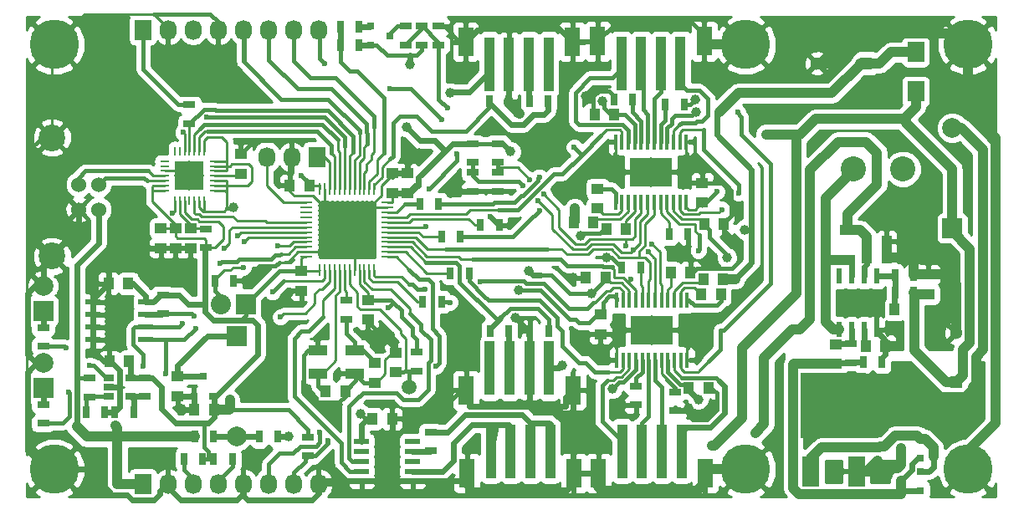
<source format=gtl>
G04 #@! TF.FileFunction,Copper,L1,Top,Signal*
%FSLAX46Y46*%
G04 Gerber Fmt 4.6, Leading zero omitted, Abs format (unit mm)*
G04 Created by KiCad (PCBNEW 4.0.0-stable) date 12/17/2015 2:41:47 PM*
%MOMM*%
G01*
G04 APERTURE LIST*
%ADD10C,0.100000*%
%ADD11C,5.000000*%
%ADD12R,1.250000X1.000000*%
%ADD13R,1.000000X1.250000*%
%ADD14R,1.300000X1.300000*%
%ADD15C,1.300000*%
%ADD16R,2.000000X2.000000*%
%ADD17C,2.000000*%
%ADD18C,1.998980*%
%ADD19R,1.998980X1.998980*%
%ADD20R,1.700000X2.000000*%
%ADD21C,2.540000*%
%ADD22C,1.501140*%
%ADD23R,2.032000X2.032000*%
%ADD24O,2.032000X2.032000*%
%ADD25R,1.727200X2.032000*%
%ADD26O,1.727200X2.032000*%
%ADD27C,1.524000*%
%ADD28C,2.700020*%
%ADD29R,1.651000X3.048000*%
%ADD30R,6.700520X6.700520*%
%ADD31R,1.300000X0.700000*%
%ADD32R,0.700000X1.300000*%
%ADD33R,0.248920X1.300000*%
%ADD34R,0.251460X1.300000*%
%ADD35R,1.300000X0.248920*%
%ADD36R,1.300000X0.251460*%
%ADD37R,1.899920X1.099820*%
%ADD38O,1.000760X0.248920*%
%ADD39O,0.248920X1.000760*%
%ADD40R,3.000000X3.000000*%
%ADD41C,3.000000*%
%ADD42R,1.550000X0.600000*%
%ADD43R,0.600000X1.550000*%
%ADD44R,1.060000X0.650000*%
%ADD45R,0.450000X1.650000*%
%ADD46R,4.320000X3.000000*%
%ADD47R,1.000000X5.500000*%
%ADD48R,1.600000X3.000000*%
%ADD49R,0.800100X0.800100*%
%ADD50R,1.600000X1.000000*%
%ADD51C,1.000000*%
%ADD52C,0.600000*%
%ADD53C,0.800000*%
%ADD54C,0.250000*%
%ADD55C,0.400000*%
%ADD56C,0.600000*%
%ADD57C,1.000000*%
%ADD58C,0.254000*%
G04 APERTURE END LIST*
D10*
D11*
X73500000Y-3500000D03*
X3500000Y-3500000D03*
X3500000Y-46500000D03*
X73500000Y-46500000D03*
X96000000Y-46500000D03*
X96000000Y-3500000D03*
D12*
X17300000Y-22100000D03*
X17300000Y-24100000D03*
D13*
X33000000Y-38600000D03*
X31000000Y-38600000D03*
D12*
X35950000Y-35750000D03*
X35950000Y-37750000D03*
X38050000Y-36700000D03*
X38050000Y-34700000D03*
X15800000Y-22100000D03*
X15800000Y-24100000D03*
X14300000Y-22100000D03*
X14300000Y-24100000D03*
X22400000Y-16600000D03*
X22400000Y-14600000D03*
X28550000Y-26450000D03*
X28550000Y-28450000D03*
D13*
X29350000Y-17750000D03*
X27350000Y-17750000D03*
D12*
X37750000Y-18550000D03*
X37750000Y-16550000D03*
X35250000Y-29350000D03*
X35250000Y-31350000D03*
X39250000Y-18550000D03*
X39250000Y-16550000D03*
D13*
X85750000Y-23450000D03*
X87750000Y-23450000D03*
X11000000Y-27700000D03*
X9000000Y-27700000D03*
X85750000Y-25050000D03*
X87750000Y-25050000D03*
X90550000Y-30350000D03*
X88550000Y-30350000D03*
D12*
X16000000Y-37100000D03*
X16000000Y-39100000D03*
D13*
X85650000Y-34050000D03*
X87650000Y-34050000D03*
D12*
X82650000Y-35850000D03*
X82650000Y-33850000D03*
D13*
X19700000Y-40500000D03*
X17700000Y-40500000D03*
D14*
X85700000Y-5400000D03*
D15*
X80700000Y-5400000D03*
D13*
X11100000Y-35600000D03*
X9100000Y-35600000D03*
D12*
X92000000Y-28800000D03*
X92000000Y-26800000D03*
D14*
X94800000Y-37700000D03*
D15*
X94800000Y-32700000D03*
D13*
X35700000Y-41400000D03*
X37700000Y-41400000D03*
X69300000Y-21700000D03*
X71300000Y-21700000D03*
D12*
X58500000Y-18100000D03*
X58500000Y-20100000D03*
D13*
X58100000Y-21500000D03*
X56100000Y-21500000D03*
X61400000Y-22200000D03*
X59400000Y-22200000D03*
X60200000Y-10550000D03*
X58200000Y-10550000D03*
X59300000Y-27100000D03*
X57300000Y-27100000D03*
X71000000Y-28800000D03*
X69000000Y-28800000D03*
X69200000Y-27300000D03*
X71200000Y-27300000D03*
X65900000Y-26600000D03*
X67900000Y-26600000D03*
X67750000Y-38300000D03*
X69750000Y-38300000D03*
D16*
X2400000Y-38300000D03*
D17*
X2400000Y-35760000D03*
D16*
X2400000Y-30500000D03*
D17*
X2400000Y-27960000D03*
D18*
X22002540Y-43160000D03*
D19*
X22002540Y-33000000D03*
D18*
X94397460Y-11940000D03*
D19*
X94397460Y-22100000D03*
D20*
X90700000Y-4250000D03*
X90700000Y-8250000D03*
D21*
X84400640Y-16100000D03*
X89399360Y-16100000D03*
D22*
X39400000Y-38200000D03*
D23*
X22900000Y-29800000D03*
D24*
X20360000Y-29800000D03*
D25*
X12500000Y-2000000D03*
D26*
X15040000Y-2000000D03*
X17580000Y-2000000D03*
X20120000Y-2000000D03*
X22660000Y-2000000D03*
X25200000Y-2000000D03*
X27740000Y-2000000D03*
X30280000Y-2000000D03*
D27*
X8000000Y-17660000D03*
X8000000Y-20200000D03*
X6001020Y-20200000D03*
X6001020Y-17660000D03*
D28*
X3301000Y-12930520D03*
X3301000Y-24929480D03*
D25*
X30100000Y-14900000D03*
D26*
X27560000Y-14900000D03*
X25020000Y-14900000D03*
D29*
X80098760Y-46700000D03*
D30*
X82400000Y-40050280D03*
D29*
X84701240Y-46700000D03*
D31*
X18900000Y-24050000D03*
X18900000Y-22150000D03*
X2400000Y-41850000D03*
X2400000Y-39950000D03*
X2400000Y-34050000D03*
X2400000Y-32150000D03*
X29200000Y-43250000D03*
X29200000Y-45150000D03*
D32*
X21650000Y-27400000D03*
X19750000Y-27400000D03*
D31*
X33050000Y-29400000D03*
X33050000Y-31300000D03*
D32*
X48550000Y-21800000D03*
X46650000Y-21800000D03*
D31*
X40200000Y-34650000D03*
X40200000Y-36550000D03*
X14500000Y-28850000D03*
X14500000Y-30750000D03*
D32*
X18550000Y-45500000D03*
X16650000Y-45500000D03*
X19650000Y-45500000D03*
X21550000Y-45500000D03*
X88600000Y-26850000D03*
X90500000Y-26850000D03*
X24250000Y-43200000D03*
X26150000Y-43200000D03*
X19650000Y-43200000D03*
X17750000Y-43200000D03*
X90500000Y-28650000D03*
X88600000Y-28650000D03*
D31*
X7050000Y-37300000D03*
X7050000Y-39200000D03*
D32*
X6750000Y-40700000D03*
X8650000Y-40700000D03*
X32450000Y-3600000D03*
X34350000Y-3600000D03*
X34350000Y-1700000D03*
X32450000Y-1700000D03*
D31*
X12700000Y-37250000D03*
X12700000Y-39150000D03*
D32*
X11550000Y-40700000D03*
X9650000Y-40700000D03*
D31*
X39100000Y-1650000D03*
X39100000Y-3550000D03*
X84150000Y-35700000D03*
X84150000Y-33800000D03*
D32*
X85400000Y-35650000D03*
X87300000Y-35650000D03*
D31*
X40700000Y-3550000D03*
X40700000Y-1650000D03*
X42400000Y-3550000D03*
X42400000Y-1650000D03*
X48400000Y-13550000D03*
X48400000Y-15450000D03*
X48400000Y-16450000D03*
X48400000Y-18350000D03*
X45900000Y-13550000D03*
X45900000Y-15450000D03*
X45900000Y-16450000D03*
X45900000Y-18350000D03*
X41600000Y-42750000D03*
X41600000Y-44650000D03*
D32*
X51650000Y-32500000D03*
X53550000Y-32500000D03*
X49550000Y-32500000D03*
X47650000Y-32500000D03*
X49500000Y-9250000D03*
X47600000Y-9250000D03*
X51600000Y-9250000D03*
X53500000Y-9250000D03*
X44600000Y-22950000D03*
X42700000Y-22950000D03*
X42400000Y-19650000D03*
X40500000Y-19650000D03*
X60150000Y-9050000D03*
X62050000Y-9050000D03*
X67250000Y-9600000D03*
X65350000Y-9600000D03*
X42700000Y-29550000D03*
X40800000Y-29550000D03*
X45500000Y-26650000D03*
X43600000Y-26650000D03*
D31*
X66350000Y-40600000D03*
X66350000Y-38700000D03*
X62400000Y-40000000D03*
X62400000Y-38100000D03*
D33*
X35898280Y-26347020D03*
D34*
X35397900Y-26347020D03*
X34897520Y-26347020D03*
X34397140Y-26347020D03*
D33*
X33899300Y-26347020D03*
X33398920Y-26347020D03*
X32901080Y-26347020D03*
X32400700Y-26347020D03*
D34*
X31902860Y-26347020D03*
X31402480Y-26347020D03*
X30902100Y-26347020D03*
D33*
X30401720Y-26347020D03*
D35*
X29052980Y-24998280D03*
D36*
X29052980Y-24497900D03*
X29052980Y-23997520D03*
X29052980Y-23497140D03*
D35*
X29052980Y-22999300D03*
X29052980Y-22498920D03*
X29052980Y-22001080D03*
X29052980Y-21500700D03*
D36*
X29052980Y-21002860D03*
X29052980Y-20502480D03*
X29052980Y-20002100D03*
D35*
X29052980Y-19501720D03*
D33*
X35898280Y-18152980D03*
D34*
X35397900Y-18152980D03*
X34897520Y-18152980D03*
X34397140Y-18152980D03*
D33*
X33899300Y-18152980D03*
X33398920Y-18152980D03*
X32901080Y-18152980D03*
X32400700Y-18152980D03*
D34*
X31902860Y-18152980D03*
X31402480Y-18152980D03*
X30902100Y-18152980D03*
D33*
X30401720Y-18152980D03*
D35*
X37247020Y-24998280D03*
D36*
X37247020Y-24497900D03*
X37247020Y-23997520D03*
X37247020Y-23497140D03*
D35*
X37247020Y-22999300D03*
X37247020Y-22498920D03*
X37247020Y-22001080D03*
X37247020Y-21500700D03*
D36*
X37247020Y-21002860D03*
X37247020Y-20502480D03*
X37247020Y-20002100D03*
D35*
X37247020Y-19501720D03*
D37*
X33899120Y-34499380D03*
X30200880Y-34499380D03*
X30200880Y-36800620D03*
X33899120Y-36800620D03*
D38*
X14700640Y-15298860D03*
X14700640Y-15799240D03*
X14700640Y-16299620D03*
X14700640Y-16800000D03*
X14700640Y-17300380D03*
X14700640Y-17800760D03*
X14700640Y-18301140D03*
D39*
X15698860Y-19299360D03*
X16199240Y-19299360D03*
X16699620Y-19299360D03*
X17200000Y-19299360D03*
X17700380Y-19299360D03*
X18200760Y-19299360D03*
X18701140Y-19299360D03*
D38*
X19699360Y-18301140D03*
X19699360Y-17800760D03*
X19699360Y-17300380D03*
X19699360Y-16800000D03*
X19699360Y-16299620D03*
X19699360Y-15799240D03*
X19699360Y-15298860D03*
D39*
X18701140Y-14300640D03*
X18200760Y-14300640D03*
X17700380Y-14300640D03*
X17200000Y-14300640D03*
X16699620Y-14300640D03*
X16199240Y-14300640D03*
X15698860Y-14300640D03*
D40*
X17200000Y-16800000D03*
D41*
X17200000Y-16800000D03*
D42*
X7400000Y-29595000D03*
X7400000Y-30865000D03*
X7400000Y-32135000D03*
X7400000Y-33405000D03*
X12800000Y-33405000D03*
X12800000Y-32135000D03*
X12800000Y-30865000D03*
X12800000Y-29595000D03*
D43*
X82945000Y-32350000D03*
X84215000Y-32350000D03*
X85485000Y-32350000D03*
X86755000Y-32350000D03*
X86755000Y-26950000D03*
X85485000Y-26950000D03*
X84215000Y-26950000D03*
X82945000Y-26950000D03*
D44*
X9000000Y-37250000D03*
X9000000Y-38200000D03*
X9000000Y-39150000D03*
X11200000Y-39150000D03*
X11200000Y-37250000D03*
D42*
X34620000Y-43700000D03*
X34620000Y-44700000D03*
X34620000Y-45700000D03*
X34620000Y-46700000D03*
X39780000Y-46700000D03*
X39780000Y-45700000D03*
X39780000Y-44700000D03*
X39780000Y-43700000D03*
X34620000Y-47700000D03*
X39780000Y-47700000D03*
D45*
X60325000Y-19450000D03*
X60975000Y-19450000D03*
X61625000Y-19450000D03*
X62275000Y-19450000D03*
X62925000Y-19450000D03*
X63575000Y-19450000D03*
X64225000Y-19450000D03*
X64875000Y-19450000D03*
X65525000Y-19450000D03*
X66175000Y-19450000D03*
X66825000Y-19450000D03*
X67475000Y-19450000D03*
X67475000Y-13350000D03*
X66825000Y-13350000D03*
X66175000Y-13350000D03*
X65525000Y-13350000D03*
X64875000Y-13350000D03*
X64225000Y-13350000D03*
X63575000Y-13350000D03*
X62925000Y-13350000D03*
X62275000Y-13350000D03*
X61625000Y-13350000D03*
X60975000Y-13350000D03*
X60325000Y-13350000D03*
D46*
X63900000Y-16400000D03*
D41*
X63900000Y-16400000D03*
D45*
X67575000Y-29350000D03*
X66925000Y-29350000D03*
X66275000Y-29350000D03*
X65625000Y-29350000D03*
X64975000Y-29350000D03*
X64325000Y-29350000D03*
X63675000Y-29350000D03*
X63025000Y-29350000D03*
X62375000Y-29350000D03*
X61725000Y-29350000D03*
X61075000Y-29350000D03*
X60425000Y-29350000D03*
X60425000Y-35450000D03*
X61075000Y-35450000D03*
X61725000Y-35450000D03*
X62375000Y-35450000D03*
X63025000Y-35450000D03*
X63675000Y-35450000D03*
X64325000Y-35450000D03*
X64975000Y-35450000D03*
X65625000Y-35450000D03*
X66275000Y-35450000D03*
X66925000Y-35450000D03*
X67575000Y-35450000D03*
D46*
X64000000Y-32400000D03*
D41*
X64000000Y-32400000D03*
D47*
X53700000Y-44675000D03*
X51700000Y-44675000D03*
X49700000Y-44675000D03*
X47700000Y-44675000D03*
D48*
X56100000Y-46925000D03*
X45300000Y-46925000D03*
D47*
X53600000Y-36275000D03*
X51600000Y-36275000D03*
X49600000Y-36275000D03*
X47600000Y-36275000D03*
D48*
X56000000Y-38525000D03*
X45200000Y-38525000D03*
D47*
X47550000Y-5475000D03*
X49550000Y-5475000D03*
X51550000Y-5475000D03*
X53550000Y-5475000D03*
D48*
X45150000Y-3225000D03*
X55950000Y-3225000D03*
D47*
X60900000Y-5425000D03*
X62900000Y-5425000D03*
X64900000Y-5425000D03*
X66900000Y-5425000D03*
D48*
X58500000Y-3175000D03*
X69300000Y-3175000D03*
D47*
X67000000Y-44675000D03*
X65000000Y-44675000D03*
X63000000Y-44675000D03*
X61000000Y-44675000D03*
D48*
X69400000Y-46925000D03*
X58600000Y-46925000D03*
D25*
X12500000Y-48000000D03*
D26*
X15040000Y-48000000D03*
X17580000Y-48000000D03*
X20120000Y-48000000D03*
X22660000Y-48000000D03*
X25200000Y-48000000D03*
X27740000Y-48000000D03*
X30280000Y-48000000D03*
D49*
X35499240Y-1650000D03*
X35499240Y-3550000D03*
X37498220Y-2600000D03*
X91200760Y-48650000D03*
X91200760Y-46750000D03*
X89201780Y-47700000D03*
X91200760Y-45350000D03*
X91200760Y-43450000D03*
X89201780Y-44400000D03*
X17650000Y-39100760D03*
X19550000Y-39100760D03*
X18600000Y-37101780D03*
D32*
X67650000Y-22700000D03*
X65750000Y-22700000D03*
X60950000Y-26100000D03*
X62850000Y-26100000D03*
D12*
X69100000Y-19500000D03*
X69100000Y-17500000D03*
X58800000Y-30850000D03*
X58800000Y-32850000D03*
D50*
X83800000Y-25300000D03*
X83800000Y-22300000D03*
D31*
X17200000Y-9600000D03*
X17200000Y-11500000D03*
D51*
X50150000Y-31150000D03*
D52*
X47650000Y-20950000D03*
X43600000Y-18750000D03*
D51*
X40450000Y-14450000D03*
X50600000Y-10500000D03*
X9350000Y-24300000D03*
D52*
X30000000Y-33350000D03*
D51*
X67750000Y-40300000D03*
D53*
X27300000Y-28700000D03*
D51*
X56800000Y-22850000D03*
X60900000Y-39900000D03*
X56050000Y-27100000D03*
X59400000Y-25050000D03*
X57300000Y-8700000D03*
X68350000Y-9100000D03*
X86850000Y-45600000D03*
X88950000Y-34000000D03*
X16400000Y-40400000D03*
X71600000Y-25100000D03*
X57850000Y-28700000D03*
X51550000Y-26400000D03*
X39150000Y-11850000D03*
X39500000Y-5550000D03*
X49700000Y-14350000D03*
X21650000Y-20000000D03*
D52*
X37350000Y-30150000D03*
X40400000Y-17750000D03*
X28550000Y-16750000D03*
D51*
X21300000Y-39500000D03*
X54950000Y-35950000D03*
X43600000Y-8400000D03*
X74450000Y-42850000D03*
X9700000Y-42100000D03*
D52*
X15500000Y-20600000D03*
D51*
X27250000Y-43150000D03*
X70050000Y-44150000D03*
X75550000Y-12600000D03*
X34500000Y-40900000D03*
X68700000Y-39450000D03*
X60000000Y-38350000D03*
X73400000Y-22250000D03*
X56200000Y-20100000D03*
X59000000Y-9200000D03*
X72450000Y-27250000D03*
X70850000Y-10300000D03*
X68450000Y-10300000D03*
D52*
X30400000Y-42800000D03*
X41000000Y-28300000D03*
X31200000Y-43600000D03*
X42100000Y-36100000D03*
X20750000Y-24100000D03*
X12500000Y-36100000D03*
X16500000Y-31750000D03*
X22050000Y-22850000D03*
X14800000Y-36800000D03*
X17850000Y-32250000D03*
X22750000Y-23450000D03*
X22650000Y-26050000D03*
X42700000Y-11100000D03*
X37450000Y-8000000D03*
X30850000Y-5400000D03*
X44300000Y-14550000D03*
X41450000Y-18100000D03*
X41100000Y-21950000D03*
X26400000Y-31100000D03*
X4950000Y-38700000D03*
X4750000Y-34250000D03*
X25600000Y-28550000D03*
X20300000Y-25700000D03*
X17700000Y-31000000D03*
D51*
X50550000Y-28400000D03*
D52*
X70600000Y-18400000D03*
X43300000Y-9950000D03*
X61350000Y-23850000D03*
X64000000Y-23700000D03*
X53050000Y-18650000D03*
X51600000Y-17150000D03*
X63650000Y-24500000D03*
X62100000Y-24300000D03*
X50950000Y-17750000D03*
X52500000Y-19300000D03*
X7100000Y-36000000D03*
X26150000Y-23900000D03*
X16550000Y-12400000D03*
X18950000Y-10800000D03*
X56150000Y-13900000D03*
X72700000Y-10350000D03*
X68700000Y-24350000D03*
X61900000Y-27250000D03*
X52600000Y-20300000D03*
X71100000Y-20200000D03*
X72750000Y-18550000D03*
X52600000Y-16900000D03*
X43550000Y-29600000D03*
X46650000Y-27550000D03*
D54*
X17300000Y-22100000D02*
X17300000Y-21800000D01*
X17300000Y-21800000D02*
X16199240Y-20699240D01*
X16199240Y-20699240D02*
X16199240Y-19299360D01*
X17300000Y-22100000D02*
X18850000Y-22100000D01*
X18850000Y-22100000D02*
X18900000Y-22150000D01*
D55*
X67900000Y-26600000D02*
X68100000Y-26600000D01*
X68100000Y-26600000D02*
X68550000Y-26150000D01*
X72900000Y-23900000D02*
X71300000Y-22300000D01*
X72900000Y-25400000D02*
X72900000Y-23900000D01*
X72150000Y-26150000D02*
X72900000Y-25400000D01*
X68550000Y-26150000D02*
X72150000Y-26150000D01*
X71300000Y-22300000D02*
X71300000Y-21700000D01*
D56*
X56100000Y-46925000D02*
X58600000Y-46925000D01*
X51650000Y-32500000D02*
X51500000Y-32500000D01*
X51500000Y-32500000D02*
X50150000Y-31150000D01*
X47650000Y-20950000D02*
X48500000Y-21800000D01*
X48500000Y-21800000D02*
X48550000Y-21800000D01*
X45900000Y-18350000D02*
X44000000Y-18350000D01*
X44000000Y-18350000D02*
X43600000Y-18750000D01*
D54*
X58800000Y-32850000D02*
X59750000Y-32850000D01*
X59750000Y-32850000D02*
X60425000Y-33525000D01*
D55*
X67650000Y-22700000D02*
X67650000Y-24650000D01*
X67900000Y-24900000D02*
X67900000Y-25650000D01*
X67650000Y-24650000D02*
X67900000Y-24900000D01*
D56*
X39250000Y-16550000D02*
X39250000Y-15650000D01*
X39250000Y-15650000D02*
X40450000Y-14450000D01*
D57*
X50600000Y-10500000D02*
X49500000Y-9400000D01*
D55*
X3301000Y-24929480D02*
X2829480Y-24929480D01*
X2829480Y-24929480D02*
X950000Y-23050000D01*
X950000Y-14250000D02*
X2269480Y-12930520D01*
X950000Y-23050000D02*
X950000Y-14250000D01*
X2269480Y-12930520D02*
X3301000Y-12930520D01*
D56*
X10250000Y-25050000D02*
X10100000Y-25050000D01*
X10100000Y-25050000D02*
X9350000Y-24300000D01*
D55*
X30200880Y-34499380D02*
X30200880Y-33550880D01*
X30200880Y-33550880D02*
X30000000Y-33350000D01*
X38050000Y-34700000D02*
X38050000Y-34400000D01*
X38050000Y-34400000D02*
X35250000Y-31600000D01*
X35250000Y-31600000D02*
X35250000Y-31350000D01*
D54*
X35950000Y-37750000D02*
X36100000Y-37750000D01*
X36100000Y-37750000D02*
X37000000Y-36850000D01*
X37000000Y-35400000D02*
X37700000Y-34700000D01*
X37000000Y-36850000D02*
X37000000Y-35400000D01*
X37700000Y-34700000D02*
X38050000Y-34700000D01*
D55*
X69750000Y-38300000D02*
X69900000Y-38450000D01*
X69900000Y-38450000D02*
X70200000Y-38450000D01*
X70200000Y-38450000D02*
X70550000Y-38800000D01*
X70550000Y-38800000D02*
X70550000Y-40500000D01*
X70550000Y-40500000D02*
X69600000Y-41450000D01*
X69600000Y-41450000D02*
X68150000Y-41450000D01*
X68150000Y-41450000D02*
X67750000Y-41050000D01*
X67750000Y-41050000D02*
X67750000Y-40300000D01*
D56*
X66350000Y-40600000D02*
X67450000Y-40600000D01*
X67450000Y-40600000D02*
X67750000Y-40300000D01*
D57*
X69400000Y-46925000D02*
X69400000Y-47900000D01*
X69400000Y-47900000D02*
X68600000Y-48700000D01*
X59000000Y-48700000D02*
X58600000Y-48300000D01*
X68600000Y-48700000D02*
X59000000Y-48700000D01*
X58600000Y-48300000D02*
X58600000Y-46925000D01*
X73500000Y-46500000D02*
X69825000Y-46500000D01*
X69825000Y-46500000D02*
X69400000Y-46925000D01*
D55*
X49550000Y-5475000D02*
X49550000Y-1600000D01*
X20120000Y-2000000D02*
X20120000Y-1220000D01*
X20120000Y-1220000D02*
X19300000Y-400000D01*
X19300000Y-400000D02*
X13600000Y-400000D01*
X15800000Y-24100000D02*
X17300000Y-24100000D01*
X14300000Y-24100000D02*
X15800000Y-24100000D01*
D54*
X3301000Y-12930520D02*
X3301000Y-3699000D01*
X3301000Y-3699000D02*
X3500000Y-3500000D01*
X15040000Y-2000000D02*
X15040000Y-1840000D01*
X15040000Y-1840000D02*
X13600000Y-400000D01*
X13600000Y-400000D02*
X6600000Y-400000D01*
X6600000Y-400000D02*
X3500000Y-3500000D01*
X27350000Y-17750000D02*
X27350000Y-18350000D01*
X27350000Y-18350000D02*
X27800000Y-18800000D01*
X29700000Y-18800000D02*
X30900700Y-20000700D01*
X27800000Y-18800000D02*
X29700000Y-18800000D01*
D55*
X37750000Y-16550000D02*
X37750000Y-16950000D01*
D54*
X37750000Y-16950000D02*
X37550000Y-16950000D01*
X37550000Y-16950000D02*
X37450000Y-16950000D01*
X37450000Y-16950000D02*
X36600000Y-17800000D01*
X36600000Y-17800000D02*
X36600000Y-18800000D01*
X36600000Y-18800000D02*
X35399300Y-20000700D01*
D55*
X27350000Y-17750000D02*
X27350000Y-15110000D01*
X27350000Y-15110000D02*
X27560000Y-14900000D01*
X27550000Y-28450000D02*
X27300000Y-28700000D01*
X28550000Y-28450000D02*
X27550000Y-28450000D01*
X58750000Y-22600000D02*
X57050000Y-22600000D01*
X57050000Y-22600000D02*
X56800000Y-22850000D01*
X59150000Y-22200000D02*
X58750000Y-22600000D01*
X61000000Y-40000000D02*
X60900000Y-39900000D01*
X62400000Y-40000000D02*
X61000000Y-40000000D01*
X56050000Y-27100000D02*
X57300000Y-27100000D01*
X60950000Y-26050000D02*
X59950000Y-25050000D01*
X59950000Y-25050000D02*
X59400000Y-25050000D01*
X57325000Y-8675000D02*
X57300000Y-8700000D01*
X58175000Y-8675000D02*
X57325000Y-8675000D01*
X67250000Y-9600000D02*
X67850000Y-9600000D01*
X67850000Y-9600000D02*
X68350000Y-9100000D01*
X58500000Y-3175000D02*
X56000000Y-3175000D01*
X56000000Y-3175000D02*
X55950000Y-3225000D01*
X69300000Y-3175000D02*
X69300000Y-2550000D01*
X69300000Y-2550000D02*
X68100000Y-1350000D01*
X60325000Y-1350000D02*
X58500000Y-3175000D01*
X68100000Y-1350000D02*
X60325000Y-1350000D01*
D57*
X73500000Y-3500000D02*
X69625000Y-3500000D01*
X69625000Y-3500000D02*
X69300000Y-3175000D01*
X84701240Y-46700000D02*
X85750000Y-46700000D01*
X85750000Y-46700000D02*
X86850000Y-45600000D01*
X87650000Y-34050000D02*
X88900000Y-34050000D01*
X88900000Y-34050000D02*
X88950000Y-34000000D01*
D55*
X59400000Y-22200000D02*
X59150000Y-22200000D01*
X60950000Y-26100000D02*
X60950000Y-26050000D01*
X27560000Y-14900000D02*
X27560000Y-13560000D01*
X23800000Y-13200000D02*
X22400000Y-14600000D01*
X27200000Y-13200000D02*
X23800000Y-13200000D01*
X27560000Y-13560000D02*
X27200000Y-13200000D01*
X42400000Y-1650000D02*
X42950000Y-1650000D01*
X42950000Y-1650000D02*
X44525000Y-3225000D01*
X44525000Y-3225000D02*
X45150000Y-3225000D01*
D57*
X49500000Y-9250000D02*
X49500000Y-9400000D01*
D56*
X15040000Y-48000000D02*
X14900000Y-48000000D01*
X14900000Y-48000000D02*
X14200000Y-48700000D01*
X6800000Y-46500000D02*
X3500000Y-46500000D01*
X9400000Y-49100000D02*
X6800000Y-46500000D01*
X10900000Y-49100000D02*
X9400000Y-49100000D01*
X11400000Y-49600000D02*
X10900000Y-49100000D01*
X13600000Y-49600000D02*
X11400000Y-49600000D01*
X14200000Y-49000000D02*
X13600000Y-49600000D01*
X14200000Y-48700000D02*
X14200000Y-49000000D01*
X17700000Y-40500000D02*
X16500000Y-40500000D01*
X16500000Y-40500000D02*
X16400000Y-40400000D01*
X9000000Y-27700000D02*
X9000000Y-26300000D01*
X11200000Y-24100000D02*
X14300000Y-24100000D01*
X9000000Y-26300000D02*
X10250000Y-25050000D01*
X10250000Y-25050000D02*
X11200000Y-24100000D01*
X34620000Y-47700000D02*
X30580000Y-47700000D01*
X30580000Y-47700000D02*
X30280000Y-48000000D01*
X22660000Y-48000000D02*
X22660000Y-49160000D01*
X22660000Y-49160000D02*
X23100000Y-49600000D01*
X23100000Y-49600000D02*
X29600000Y-49600000D01*
X29600000Y-49600000D02*
X30280000Y-48920000D01*
X30280000Y-48920000D02*
X30280000Y-48000000D01*
X15040000Y-48000000D02*
X15040000Y-48340000D01*
X15040000Y-48340000D02*
X16300000Y-49600000D01*
X16300000Y-49600000D02*
X22000000Y-49600000D01*
X22000000Y-49600000D02*
X22660000Y-48940000D01*
X22660000Y-48940000D02*
X22660000Y-48000000D01*
D55*
X30200880Y-34499380D02*
X29200620Y-34499380D01*
X32350000Y-39750000D02*
X33000000Y-39100000D01*
X30200000Y-39750000D02*
X32350000Y-39750000D01*
X30000000Y-39550000D02*
X30200000Y-39750000D01*
X30000000Y-39250000D02*
X30000000Y-39550000D01*
X28750000Y-38000000D02*
X30000000Y-39250000D01*
X28750000Y-34950000D02*
X28750000Y-38000000D01*
X29200620Y-34499380D02*
X28750000Y-34950000D01*
X33000000Y-39100000D02*
X33000000Y-38600000D01*
X37700000Y-41400000D02*
X41800000Y-41400000D01*
X41800000Y-41400000D02*
X44675000Y-38525000D01*
X44675000Y-38525000D02*
X45200000Y-38525000D01*
D57*
X84701240Y-46700000D02*
X87750000Y-46700000D01*
X89201780Y-44998220D02*
X89201780Y-44400000D01*
X88900000Y-46400000D02*
X89201780Y-46098220D01*
X89201780Y-46098220D02*
X89201780Y-44998220D01*
X88050000Y-46400000D02*
X88900000Y-46400000D01*
X87750000Y-46700000D02*
X88050000Y-46400000D01*
X96000000Y-46500000D02*
X96000000Y-44600000D01*
X96000000Y-44600000D02*
X98750000Y-41850000D01*
X98750000Y-41850000D02*
X98750000Y-12950000D01*
X98750000Y-12950000D02*
X96000000Y-10200000D01*
X96000000Y-10200000D02*
X96000000Y-3500000D01*
X80700000Y-5400000D02*
X81850000Y-5400000D01*
X84850000Y-2400000D02*
X94900000Y-2400000D01*
X81850000Y-5400000D02*
X84850000Y-2400000D01*
X94900000Y-2400000D02*
X96000000Y-3500000D01*
D54*
X29052980Y-24497900D02*
X28202100Y-24497900D01*
D55*
X25900000Y-25950000D02*
X24300000Y-25950000D01*
X26300000Y-25550000D02*
X25900000Y-25950000D01*
D54*
X27150000Y-25550000D02*
X26300000Y-25550000D01*
X28202100Y-24497900D02*
X27150000Y-25550000D01*
D55*
X35550000Y-31350000D02*
X35250000Y-31350000D01*
X35950000Y-37750000D02*
X34848500Y-37750000D01*
X34848500Y-37750000D02*
X33899120Y-36800620D01*
X33000000Y-38600000D02*
X34050000Y-37550000D01*
X34050000Y-37550000D02*
X34050000Y-36951500D01*
X34050000Y-36951500D02*
X33899120Y-36800620D01*
X22850000Y-27400000D02*
X24300000Y-25950000D01*
X21650000Y-27400000D02*
X22850000Y-27400000D01*
X45900000Y-18350000D02*
X47100000Y-18350000D01*
X47100000Y-18350000D02*
X48400000Y-18350000D01*
X67900000Y-26600000D02*
X67900000Y-25650000D01*
X67650000Y-22700000D02*
X67650000Y-23150000D01*
X71300000Y-21700000D02*
X71300000Y-21500000D01*
X71300000Y-21500000D02*
X72000000Y-20800000D01*
X72000000Y-20800000D02*
X72000000Y-18300000D01*
X72000000Y-18300000D02*
X71200000Y-17500000D01*
X71200000Y-17500000D02*
X69100000Y-17500000D01*
X66350000Y-40600000D02*
X66350000Y-40250000D01*
D54*
X27350000Y-15110000D02*
X27560000Y-14900000D01*
D55*
X60150000Y-9050000D02*
X60150000Y-8700000D01*
X60150000Y-8700000D02*
X59650000Y-8200000D01*
X59650000Y-8200000D02*
X58650000Y-8200000D01*
X58650000Y-8200000D02*
X58175000Y-8675000D01*
X58175000Y-8675000D02*
X58050000Y-8800000D01*
X58050000Y-8800000D02*
X58050000Y-10400000D01*
X58050000Y-10400000D02*
X58200000Y-10550000D01*
D57*
X85000000Y-46700000D02*
X84701240Y-46700000D01*
X87750000Y-25050000D02*
X87750000Y-23450000D01*
X90500000Y-26850000D02*
X90500000Y-25600000D01*
X89950000Y-25050000D02*
X87750000Y-25050000D01*
X90500000Y-25600000D02*
X89950000Y-25050000D01*
X92000000Y-26800000D02*
X90550000Y-26800000D01*
X90550000Y-26800000D02*
X90500000Y-26850000D01*
X94800000Y-32700000D02*
X94800000Y-27800000D01*
X94800000Y-27800000D02*
X93800000Y-26800000D01*
X93800000Y-26800000D02*
X92000000Y-26800000D01*
D54*
X14700640Y-16299620D02*
X16699620Y-16299620D01*
X16699620Y-16299620D02*
X17200000Y-16800000D01*
D56*
X37750000Y-16550000D02*
X39250000Y-16550000D01*
X45150000Y-3225000D02*
X46300000Y-2075000D01*
X46300000Y-2075000D02*
X46425000Y-2075000D01*
X46425000Y-2075000D02*
X46900000Y-1600000D01*
X46900000Y-1600000D02*
X49550000Y-1600000D01*
X54325000Y-1600000D02*
X55950000Y-3225000D01*
X49550000Y-1600000D02*
X54325000Y-1600000D01*
X49500000Y-9250000D02*
X49550000Y-9200000D01*
X49550000Y-9200000D02*
X49550000Y-5475000D01*
X56100000Y-46925000D02*
X56000000Y-46825000D01*
X56000000Y-46825000D02*
X56000000Y-38525000D01*
X51600000Y-40100000D02*
X55300000Y-40100000D01*
X55300000Y-40100000D02*
X55300000Y-39225000D01*
X55300000Y-39225000D02*
X56000000Y-38525000D01*
X51600000Y-36275000D02*
X51600000Y-39300000D01*
X45500000Y-40100000D02*
X45500000Y-38825000D01*
X46775000Y-40100000D02*
X45500000Y-40100000D01*
X49200000Y-40100000D02*
X46775000Y-40100000D01*
X51600000Y-40100000D02*
X49200000Y-40100000D01*
X51600000Y-39300000D02*
X51600000Y-40100000D01*
X45500000Y-38825000D02*
X45200000Y-38525000D01*
X51600000Y-36275000D02*
X51600000Y-32550000D01*
X51600000Y-32550000D02*
X51650000Y-32500000D01*
X56100000Y-46925000D02*
X56100000Y-47900000D01*
X56100000Y-47900000D02*
X55400000Y-48600000D01*
X55400000Y-48600000D02*
X45600000Y-48600000D01*
X45600000Y-48600000D02*
X45300000Y-48300000D01*
X45300000Y-48300000D02*
X45300000Y-46925000D01*
X39780000Y-47700000D02*
X44525000Y-47700000D01*
X44525000Y-47700000D02*
X45300000Y-46925000D01*
X17700000Y-40500000D02*
X17700000Y-39150760D01*
X17700000Y-39150760D02*
X17650000Y-39100760D01*
X16000000Y-39100000D02*
X17649240Y-39100000D01*
X17649240Y-39100000D02*
X17650000Y-39100760D01*
X3500000Y-46500000D02*
X2700000Y-46500000D01*
X2700000Y-46500000D02*
X800000Y-44600000D01*
X800000Y-44600000D02*
X800000Y-36700000D01*
X800000Y-36700000D02*
X1740000Y-35760000D01*
X1740000Y-35760000D02*
X2400000Y-35760000D01*
X9100000Y-35600000D02*
X8500000Y-35600000D01*
X7400000Y-34500000D02*
X7400000Y-33405000D01*
X8500000Y-35600000D02*
X7400000Y-34500000D01*
X10100000Y-38200000D02*
X10100000Y-36500000D01*
X10100000Y-36500000D02*
X9200000Y-35600000D01*
X9200000Y-35600000D02*
X9100000Y-35600000D01*
X9000000Y-38200000D02*
X10100000Y-38200000D01*
X10100000Y-38200000D02*
X10000000Y-38200000D01*
X10100000Y-40250000D02*
X9650000Y-40700000D01*
X10100000Y-38300000D02*
X10100000Y-40250000D01*
X10000000Y-38200000D02*
X10100000Y-38300000D01*
X8650000Y-40700000D02*
X9650000Y-40700000D01*
X7400000Y-29595000D02*
X7400000Y-29300000D01*
X7400000Y-29300000D02*
X9000000Y-27700000D01*
X7400000Y-30865000D02*
X7400000Y-29595000D01*
X7400000Y-32135000D02*
X7400000Y-30865000D01*
X7400000Y-33405000D02*
X7400000Y-32135000D01*
X2400000Y-35760000D02*
X1660000Y-35760000D01*
X1660000Y-35760000D02*
X800000Y-34900000D01*
X800000Y-34900000D02*
X800000Y-28700000D01*
X800000Y-28700000D02*
X1540000Y-27960000D01*
X1540000Y-27960000D02*
X2400000Y-27960000D01*
X3301000Y-24929480D02*
X3301000Y-24699000D01*
X3301000Y-24699000D02*
X6001020Y-21998980D01*
X6001020Y-21998980D02*
X6001020Y-20200000D01*
X2400000Y-27960000D02*
X2400000Y-25830480D01*
X2400000Y-25830480D02*
X3301000Y-24929480D01*
X87300000Y-35650000D02*
X87300000Y-35200000D01*
X87300000Y-35200000D02*
X87650000Y-34850000D01*
X87650000Y-34850000D02*
X87650000Y-34050000D01*
X86755000Y-32350000D02*
X86755000Y-32555000D01*
X86755000Y-32555000D02*
X87650000Y-33450000D01*
X87650000Y-33450000D02*
X87650000Y-34050000D01*
D54*
X30900700Y-20000700D02*
X30900700Y-18154380D01*
X30900700Y-18154380D02*
X30902100Y-18152980D01*
X33900000Y-20000700D02*
X30900700Y-20000700D01*
X30900700Y-20000700D02*
X30900000Y-20000000D01*
X33899300Y-20000700D02*
X33900000Y-20000700D01*
X33900000Y-20000700D02*
X35399300Y-20000700D01*
X35399300Y-20000700D02*
X37245620Y-20000700D01*
X37245620Y-20000700D02*
X37247020Y-20002100D01*
X33899300Y-24500000D02*
X33899300Y-20000700D01*
X33899300Y-20000700D02*
X33900000Y-20000000D01*
X33899300Y-26347020D02*
X33899300Y-24500000D01*
X33899300Y-24500000D02*
X33899300Y-24499300D01*
X33899300Y-24499300D02*
X33897900Y-24497900D01*
X29052980Y-24497900D02*
X33897900Y-24497900D01*
X33897900Y-24497900D02*
X33900000Y-24500000D01*
X33899120Y-36800620D02*
X33899120Y-37099120D01*
D56*
X37800000Y-41500000D02*
X37700000Y-41400000D01*
X40600000Y-47700000D02*
X39780000Y-47700000D01*
X37700000Y-41400000D02*
X37700000Y-47700000D01*
X39780000Y-47700000D02*
X37700000Y-47700000D01*
X37700000Y-47700000D02*
X34620000Y-47700000D01*
D54*
X67575000Y-35450000D02*
X67575000Y-33275000D01*
X66700000Y-32400000D02*
X64000000Y-32400000D01*
X67575000Y-33275000D02*
X66700000Y-32400000D01*
X60425000Y-35450000D02*
X60425000Y-33525000D01*
X60425000Y-33525000D02*
X60425000Y-33475000D01*
X61500000Y-32400000D02*
X64000000Y-32400000D01*
X60425000Y-33475000D02*
X61500000Y-32400000D01*
X69100000Y-17500000D02*
X69100000Y-16700000D01*
X68425000Y-16025000D02*
X67475000Y-16025000D01*
X69100000Y-16700000D02*
X68425000Y-16025000D01*
X67475000Y-13350000D02*
X67475000Y-16025000D01*
X67100000Y-16400000D02*
X63900000Y-16400000D01*
X67475000Y-16025000D02*
X67100000Y-16400000D01*
X60325000Y-13350000D02*
X60325000Y-15925000D01*
X60325000Y-15925000D02*
X60800000Y-16400000D01*
X60800000Y-16400000D02*
X63900000Y-16400000D01*
D55*
X31000000Y-38600000D02*
X30700000Y-38600000D01*
X30700000Y-38600000D02*
X30200880Y-38100880D01*
X30200880Y-38100880D02*
X30200880Y-36800620D01*
D54*
X31000000Y-38600000D02*
X30900000Y-38600000D01*
X30900000Y-38600000D02*
X30200880Y-37900880D01*
X30200880Y-37900880D02*
X30200880Y-36800620D01*
X32000000Y-30600000D02*
X32000000Y-35500000D01*
X32000000Y-35500000D02*
X30699380Y-36800620D01*
X30699380Y-36800620D02*
X30200880Y-36800620D01*
X30200880Y-36800620D02*
X29400620Y-36800620D01*
X32400700Y-28499300D02*
X32400700Y-26347020D01*
X32000000Y-28900000D02*
X32400700Y-28499300D01*
X32000000Y-30600000D02*
X32000000Y-28900000D01*
D55*
X33899120Y-34499380D02*
X33899120Y-33599120D01*
X33899120Y-33599120D02*
X33050000Y-32750000D01*
X33050000Y-32750000D02*
X33050000Y-31300000D01*
X35950000Y-35750000D02*
X35950000Y-35650000D01*
X35950000Y-35650000D02*
X34799380Y-34499380D01*
X34799380Y-34499380D02*
X33899120Y-34499380D01*
D54*
X33050000Y-31300000D02*
X33050000Y-32750000D01*
X33050000Y-32750000D02*
X33899120Y-33599120D01*
X35950000Y-35650000D02*
X34799380Y-34499380D01*
X34799380Y-34499380D02*
X33899120Y-34499380D01*
X38550000Y-32450000D02*
X38550000Y-32750000D01*
X33398920Y-27798920D02*
X34200000Y-28600000D01*
X34200000Y-28600000D02*
X34200000Y-29600000D01*
X33398920Y-26347020D02*
X33398920Y-27798920D01*
X34200000Y-30050000D02*
X34500000Y-30350000D01*
X34500000Y-30350000D02*
X36450000Y-30350000D01*
X36450000Y-30350000D02*
X38550000Y-32450000D01*
X34200000Y-29600000D02*
X34200000Y-30050000D01*
X39100000Y-33300000D02*
X39100000Y-36550000D01*
X38550000Y-32750000D02*
X39100000Y-33300000D01*
D55*
X38050000Y-36700000D02*
X38850000Y-36700000D01*
X39000000Y-36550000D02*
X39100000Y-36550000D01*
X39100000Y-36550000D02*
X39400000Y-36550000D01*
X38850000Y-36700000D02*
X39000000Y-36550000D01*
X39400000Y-38200000D02*
X39400000Y-36550000D01*
X39400000Y-36550000D02*
X40200000Y-36550000D01*
X71600000Y-25100000D02*
X71600000Y-24800000D01*
X71600000Y-24800000D02*
X69850000Y-23050000D01*
X69300000Y-21700000D02*
X69850000Y-22250000D01*
X69850000Y-22250000D02*
X69850000Y-23050000D01*
D56*
X52000000Y-26850000D02*
X52750000Y-26850000D01*
X51550000Y-26400000D02*
X52000000Y-26850000D01*
X43150000Y-14200000D02*
X43000000Y-14200000D01*
X40550000Y-13250000D02*
X39150000Y-11850000D01*
X42050000Y-13250000D02*
X40550000Y-13250000D01*
X43000000Y-14200000D02*
X42050000Y-13250000D01*
X40400000Y-17750000D02*
X40400000Y-16950000D01*
X40400000Y-16950000D02*
X43150000Y-14200000D01*
X43150000Y-14200000D02*
X43800000Y-13550000D01*
X45900000Y-13550000D02*
X44350000Y-13550000D01*
X43800000Y-13550000D02*
X44350000Y-13550000D01*
X39550000Y-5500000D02*
X39550000Y-4600000D01*
X39500000Y-5550000D02*
X39550000Y-5500000D01*
X48900000Y-13550000D02*
X49700000Y-14350000D01*
D55*
X55650000Y-28700000D02*
X53800000Y-26850000D01*
X53800000Y-26850000D02*
X53400000Y-26850000D01*
X55650000Y-28700000D02*
X57850000Y-28700000D01*
X52750000Y-26850000D02*
X53400000Y-26850000D01*
D56*
X48400000Y-13550000D02*
X48900000Y-13550000D01*
X40400000Y-17750000D02*
X40050000Y-17750000D01*
X40050000Y-17750000D02*
X39250000Y-18550000D01*
D55*
X59300000Y-27250000D02*
X57850000Y-28700000D01*
X69300000Y-21900000D02*
X69300000Y-21700000D01*
X59300000Y-27100000D02*
X59300000Y-27250000D01*
X21000000Y-20050000D02*
X21600000Y-20050000D01*
X21600000Y-20050000D02*
X21650000Y-20000000D01*
X17200000Y-9600000D02*
X16100000Y-9600000D01*
X16100000Y-9600000D02*
X12500000Y-6000000D01*
X12500000Y-6000000D02*
X12500000Y-2000000D01*
X39250000Y-18550000D02*
X39600000Y-18550000D01*
X39600000Y-18550000D02*
X40400000Y-17750000D01*
X37850000Y-29650000D02*
X37850000Y-29600000D01*
X37350000Y-30150000D02*
X37850000Y-29650000D01*
X29350000Y-17550000D02*
X28550000Y-16750000D01*
X29350000Y-17750000D02*
X29350000Y-17550000D01*
X21550000Y-20050000D02*
X21000000Y-20050000D01*
X21600000Y-20000000D02*
X21550000Y-20050000D01*
X40200000Y-34650000D02*
X40200000Y-33350000D01*
X37600000Y-29350000D02*
X35250000Y-29350000D01*
X38650000Y-30400000D02*
X37850000Y-29600000D01*
X37850000Y-29600000D02*
X37600000Y-29350000D01*
X38650000Y-31050000D02*
X38650000Y-30400000D01*
X39800000Y-32200000D02*
X38650000Y-31050000D01*
X39800000Y-32950000D02*
X39800000Y-32200000D01*
X40200000Y-33350000D02*
X39800000Y-32950000D01*
D57*
X19700000Y-40500000D02*
X21200000Y-40500000D01*
X21300000Y-40400000D02*
X21300000Y-39500000D01*
X21200000Y-40500000D02*
X21300000Y-40400000D01*
D55*
X35499240Y-3550000D02*
X36150000Y-3550000D01*
X36150000Y-3550000D02*
X37200000Y-4600000D01*
X37200000Y-4600000D02*
X39550000Y-4600000D01*
X40700000Y-4100000D02*
X40700000Y-3550000D01*
X39550000Y-4600000D02*
X40200000Y-4600000D01*
X40200000Y-4600000D02*
X40700000Y-4100000D01*
X29200000Y-43250000D02*
X29200000Y-42500000D01*
X27200000Y-40500000D02*
X19700000Y-40500000D01*
X29200000Y-42500000D02*
X27200000Y-40500000D01*
X19100000Y-45500000D02*
X19100000Y-44700000D01*
X18700000Y-44300000D02*
X18700000Y-41800000D01*
X19100000Y-44700000D02*
X18700000Y-44300000D01*
X19650000Y-45500000D02*
X19100000Y-45500000D01*
X19100000Y-45500000D02*
X18550000Y-45500000D01*
X35250000Y-29350000D02*
X35650000Y-29350000D01*
X22900000Y-29800000D02*
X22950000Y-29800000D01*
X22950000Y-29800000D02*
X26300000Y-26450000D01*
X26300000Y-26450000D02*
X28550000Y-26450000D01*
X22900000Y-29800000D02*
X22900000Y-30950000D01*
X22900000Y-30950000D02*
X22450000Y-31400000D01*
X45900000Y-13550000D02*
X48400000Y-13550000D01*
D54*
X66750000Y-20950000D02*
X67000000Y-21200000D01*
X67000000Y-21200000D02*
X68800000Y-21200000D01*
X68800000Y-21200000D02*
X69300000Y-21700000D01*
X61725000Y-29350000D02*
X61725000Y-28425000D01*
X60900000Y-27600000D02*
X59800000Y-27600000D01*
X61725000Y-28425000D02*
X60900000Y-27600000D01*
X59800000Y-27600000D02*
X59300000Y-27100000D01*
X66175000Y-19450000D02*
X66175000Y-20375000D01*
X66175000Y-20375000D02*
X66750000Y-20950000D01*
D56*
X37750000Y-18550000D02*
X39250000Y-18550000D01*
X34350000Y-3600000D02*
X35449240Y-3600000D01*
X35449240Y-3600000D02*
X35499240Y-3550000D01*
X24100000Y-34900000D02*
X24100000Y-31900000D01*
X18800000Y-30600000D02*
X18800000Y-29800000D01*
X19600000Y-31400000D02*
X18800000Y-30600000D01*
X23600000Y-31400000D02*
X22450000Y-31400000D01*
X22450000Y-31400000D02*
X19600000Y-31400000D01*
X24100000Y-31900000D02*
X23600000Y-31400000D01*
X18800000Y-29800000D02*
X18800000Y-24150000D01*
X18800000Y-24150000D02*
X18900000Y-24050000D01*
X19550000Y-39100760D02*
X19899240Y-39100760D01*
X19899240Y-39100760D02*
X24100000Y-34900000D01*
X16150000Y-28850000D02*
X14500000Y-28850000D01*
X17100000Y-29800000D02*
X16150000Y-28850000D01*
X18800000Y-29800000D02*
X17100000Y-29800000D01*
X12700000Y-37250000D02*
X13450000Y-37250000D01*
X13450000Y-37250000D02*
X14400000Y-38200000D01*
X14400000Y-38200000D02*
X14400000Y-40400000D01*
X14400000Y-40400000D02*
X15800000Y-41800000D01*
X15800000Y-41800000D02*
X18700000Y-41800000D01*
X19700000Y-41200000D02*
X19700000Y-40500000D01*
X18700000Y-41800000D02*
X19100000Y-41800000D01*
X19100000Y-41800000D02*
X19700000Y-41200000D01*
X19700000Y-40500000D02*
X19700000Y-39250760D01*
X19700000Y-39250760D02*
X19550000Y-39100760D01*
X11200000Y-37250000D02*
X11200000Y-35700000D01*
X11200000Y-35700000D02*
X11100000Y-35600000D01*
X11200000Y-37250000D02*
X12700000Y-37250000D01*
X12800000Y-29595000D02*
X13505000Y-29595000D01*
X13505000Y-29595000D02*
X14250000Y-28850000D01*
X14250000Y-28850000D02*
X14500000Y-28850000D01*
X12800000Y-29595000D02*
X12800000Y-29000000D01*
X12800000Y-29000000D02*
X11500000Y-27700000D01*
X11500000Y-27700000D02*
X11000000Y-27700000D01*
D54*
X23100000Y-17800000D02*
X21000000Y-17800000D01*
X23500000Y-17400000D02*
X23100000Y-17800000D01*
X21000000Y-17800000D02*
X21000000Y-17300000D01*
X21000000Y-17300000D02*
X20999620Y-17300380D01*
X21000000Y-18500000D02*
X21000000Y-17800000D01*
X21000000Y-17800000D02*
X20999240Y-17800760D01*
X18600000Y-20400000D02*
X20700000Y-20400000D01*
X20700000Y-20400000D02*
X21000000Y-20100000D01*
X21000000Y-20100000D02*
X21000000Y-20050000D01*
X21000000Y-18500000D02*
X20801140Y-18301140D01*
X21000000Y-20050000D02*
X21000000Y-18500000D01*
X18701140Y-14300640D02*
X18701140Y-13198860D01*
X20998860Y-13398860D02*
X20998860Y-15298860D01*
X20500000Y-12900000D02*
X20998860Y-13398860D01*
X19000000Y-12900000D02*
X20500000Y-12900000D01*
X18701140Y-13198860D02*
X19000000Y-12900000D01*
X21000000Y-15800000D02*
X21300000Y-15800000D01*
X21300000Y-15800000D02*
X21500000Y-15600000D01*
X21000000Y-15900000D02*
X21000000Y-15800000D01*
X21000000Y-15800000D02*
X21000000Y-16300000D01*
X20999620Y-16299620D02*
X19699360Y-16299620D01*
X21000000Y-16300000D02*
X20999620Y-16299620D01*
X19699360Y-15298860D02*
X20998860Y-15298860D01*
X20899240Y-15799240D02*
X19699360Y-15799240D01*
X21000000Y-15900000D02*
X20899240Y-15799240D01*
X21000000Y-15300000D02*
X21000000Y-15900000D01*
X20998860Y-15298860D02*
X21000000Y-15300000D01*
X20999620Y-17300380D02*
X19699360Y-17300380D01*
X20999240Y-17800760D02*
X19699360Y-17800760D01*
X20801140Y-18301140D02*
X19699360Y-18301140D01*
X18701140Y-19299360D02*
X18701140Y-20298860D01*
X18200760Y-20000760D02*
X18600000Y-20400000D01*
X18200760Y-20000760D02*
X18200760Y-19299360D01*
X18701140Y-20298860D02*
X18600000Y-20400000D01*
X18900000Y-24050000D02*
X19750000Y-24050000D01*
X16699620Y-20499620D02*
X17400000Y-21200000D01*
X17400000Y-21200000D02*
X18000000Y-21200000D01*
X18000000Y-21200000D02*
X18200000Y-21400000D01*
X18200000Y-21400000D02*
X20100000Y-21400000D01*
X16699620Y-20499620D02*
X16699620Y-19299360D01*
X20600000Y-21900000D02*
X20100000Y-21400000D01*
X20600000Y-23200000D02*
X20600000Y-21900000D01*
X19750000Y-24050000D02*
X20600000Y-23200000D01*
X18900000Y-24050000D02*
X18900000Y-23300000D01*
X15800000Y-22900000D02*
X15800000Y-22100000D01*
X16000000Y-23100000D02*
X15800000Y-22900000D01*
X18700000Y-23100000D02*
X16000000Y-23100000D01*
X18900000Y-23300000D02*
X18700000Y-23100000D01*
X15800000Y-22100000D02*
X14300000Y-22100000D01*
X14700640Y-17800760D02*
X13499240Y-17800760D01*
X13400000Y-17900000D02*
X13400000Y-18300000D01*
X13499240Y-17800760D02*
X13400000Y-17900000D01*
X15800000Y-22100000D02*
X15800000Y-21800000D01*
X15800000Y-21800000D02*
X13400000Y-19400000D01*
X13400000Y-19400000D02*
X13400000Y-18300000D01*
X13400000Y-18300000D02*
X13401140Y-18301140D01*
X13401140Y-18301140D02*
X14700640Y-18301140D01*
X35250000Y-29350000D02*
X35250000Y-28650000D01*
X34397140Y-27797140D02*
X34397140Y-26347020D01*
X35250000Y-28650000D02*
X34397140Y-27797140D01*
X35250000Y-29350000D02*
X35050000Y-29350000D01*
X30401720Y-26347020D02*
X30352980Y-26347020D01*
X30352980Y-26347020D02*
X30250000Y-26450000D01*
X30250000Y-26450000D02*
X28550000Y-26450000D01*
X29052980Y-24998280D02*
X28701720Y-24998280D01*
X28701720Y-24998280D02*
X28550000Y-25150000D01*
X28550000Y-25150000D02*
X28550000Y-26450000D01*
X30401720Y-18152980D02*
X30401720Y-17701720D01*
X30401720Y-17701720D02*
X30353440Y-17750000D01*
X30353440Y-17750000D02*
X29350000Y-17750000D01*
X37247020Y-19501720D02*
X37698280Y-19501720D01*
X37698280Y-19501720D02*
X37750000Y-19450000D01*
X37750000Y-19450000D02*
X37750000Y-18550000D01*
X23500000Y-15900000D02*
X23500000Y-17400000D01*
X23200000Y-15600000D02*
X23500000Y-15900000D01*
X21500000Y-15600000D02*
X23200000Y-15600000D01*
X19699360Y-16800000D02*
X22200000Y-16800000D01*
X22200000Y-16800000D02*
X22400000Y-16600000D01*
D56*
X53600000Y-36275000D02*
X54625000Y-36275000D01*
X54625000Y-36275000D02*
X54950000Y-35950000D01*
D57*
X75350000Y-35200000D02*
X78200000Y-32350000D01*
X80000000Y-16200000D02*
X82850000Y-13350000D01*
X80000000Y-16950000D02*
X80000000Y-16200000D01*
X80000000Y-31300000D02*
X80000000Y-16950000D01*
X78950000Y-32350000D02*
X80000000Y-31300000D01*
X78200000Y-32350000D02*
X78950000Y-32350000D01*
D56*
X53600000Y-36275000D02*
X53600000Y-35250000D01*
X47550000Y-6300000D02*
X45550000Y-8300000D01*
X43700000Y-8300000D02*
X43600000Y-8400000D01*
X45550000Y-8300000D02*
X43700000Y-8300000D01*
X47550000Y-5475000D02*
X47550000Y-6300000D01*
D57*
X83800000Y-20700000D02*
X86800000Y-17700000D01*
X82850000Y-13350000D02*
X85700000Y-13350000D01*
X85700000Y-13350000D02*
X86800000Y-14450000D01*
X86800000Y-14450000D02*
X86800000Y-17700000D01*
X75350000Y-38900000D02*
X75350000Y-35200000D01*
X83800000Y-22300000D02*
X83800000Y-20700000D01*
X74450000Y-42850000D02*
X75350000Y-41950000D01*
X75350000Y-41950000D02*
X75350000Y-38900000D01*
X9900000Y-42300000D02*
X9900000Y-43200000D01*
X9700000Y-42100000D02*
X9900000Y-42300000D01*
X5800000Y-42200000D02*
X6800000Y-43200000D01*
D56*
X5800000Y-42200000D02*
X5800000Y-37200000D01*
D57*
X6800000Y-43200000D02*
X9900000Y-43200000D01*
X17750000Y-43200000D02*
X9900000Y-43200000D01*
X12500000Y-48000000D02*
X9900000Y-48000000D01*
X9900000Y-48000000D02*
X9900000Y-43200000D01*
X53600000Y-36275000D02*
X53600000Y-34800000D01*
D55*
X7050000Y-37300000D02*
X5900000Y-37300000D01*
X5900000Y-37300000D02*
X5800000Y-37200000D01*
D57*
X85750000Y-25050000D02*
X85750000Y-23450000D01*
X85750000Y-23450000D02*
X85750000Y-22950000D01*
X85750000Y-22950000D02*
X85100000Y-22300000D01*
X85100000Y-22300000D02*
X83800000Y-22300000D01*
D54*
X15698860Y-19299360D02*
X15698860Y-20401140D01*
X15698860Y-20401140D02*
X15500000Y-20600000D01*
D56*
X5800000Y-37200000D02*
X5800000Y-36100000D01*
X8000000Y-20200000D02*
X8000000Y-23600000D01*
X5800000Y-25800000D02*
X5800000Y-36100000D01*
X8000000Y-23600000D02*
X5800000Y-25800000D01*
X85750000Y-22950000D02*
X85100000Y-22300000D01*
X85100000Y-22300000D02*
X83800000Y-22300000D01*
X85600000Y-23600000D02*
X85750000Y-23450000D01*
X85485000Y-26950000D02*
X85485000Y-26015000D01*
X85750000Y-25750000D02*
X85750000Y-25050000D01*
X85485000Y-26015000D02*
X85750000Y-25750000D01*
D57*
X80550000Y-11050000D02*
X79000000Y-12600000D01*
X79000000Y-12600000D02*
X78600000Y-12600000D01*
X73100000Y-34200000D02*
X78600000Y-28700000D01*
D56*
X27200000Y-43200000D02*
X27250000Y-43150000D01*
X27200000Y-43200000D02*
X26150000Y-43200000D01*
D57*
X70300000Y-44150000D02*
X73100000Y-41350000D01*
X73100000Y-41350000D02*
X73100000Y-34200000D01*
X70050000Y-44150000D02*
X70300000Y-44150000D01*
X78600000Y-28700000D02*
X78600000Y-13100000D01*
X78600000Y-13100000D02*
X78600000Y-12600000D01*
X78600000Y-12600000D02*
X75550000Y-12600000D01*
X89700000Y-11050000D02*
X80550000Y-11050000D01*
X94397460Y-22100000D02*
X94397460Y-16097460D01*
X89700000Y-11400000D02*
X89700000Y-11050000D01*
X89700000Y-11050000D02*
X89700000Y-10800000D01*
X94397460Y-16097460D02*
X89700000Y-11400000D01*
X90700000Y-8250000D02*
X90700000Y-9800000D01*
X90700000Y-9800000D02*
X89700000Y-10800000D01*
X94397460Y-22100000D02*
X94397460Y-22397460D01*
X94397460Y-22397460D02*
X96200000Y-24200000D01*
X96200000Y-24200000D02*
X96200000Y-27300000D01*
X94800000Y-37700000D02*
X93800000Y-37700000D01*
X90550000Y-34450000D02*
X90550000Y-30350000D01*
X93800000Y-37700000D02*
X90550000Y-34450000D01*
X90550000Y-30350000D02*
X90550000Y-28700000D01*
X90550000Y-28700000D02*
X90500000Y-28650000D01*
X92000000Y-28800000D02*
X90650000Y-28800000D01*
X90650000Y-28800000D02*
X90500000Y-28650000D01*
X96200000Y-27300000D02*
X96200000Y-33700000D01*
X96200000Y-33700000D02*
X95500000Y-34400000D01*
X95500000Y-34400000D02*
X95500000Y-37000000D01*
X95500000Y-37000000D02*
X94800000Y-37700000D01*
D56*
X90500000Y-28650000D02*
X90500000Y-30300000D01*
X90500000Y-30300000D02*
X90550000Y-30350000D01*
X88550000Y-30350000D02*
X88550000Y-28700000D01*
X88550000Y-28700000D02*
X88600000Y-28650000D01*
X88600000Y-26850000D02*
X88600000Y-28650000D01*
X86755000Y-26950000D02*
X88500000Y-26950000D01*
X88500000Y-26950000D02*
X88600000Y-26850000D01*
X85485000Y-32350000D02*
X85485000Y-33885000D01*
X85485000Y-33885000D02*
X85650000Y-34050000D01*
D57*
X89201780Y-48998220D02*
X80401780Y-48998220D01*
X89201780Y-48650000D02*
X89201780Y-48998220D01*
X79750000Y-35850000D02*
X78350000Y-35850000D01*
X79750000Y-35850000D02*
X82650000Y-35850000D01*
X78900000Y-49000000D02*
X80400000Y-49000000D01*
X78300000Y-48400000D02*
X78900000Y-49000000D01*
X78300000Y-35900000D02*
X78300000Y-48400000D01*
X78350000Y-35850000D02*
X78300000Y-35900000D01*
X80401780Y-48998220D02*
X80400000Y-49000000D01*
D56*
X91200760Y-45350000D02*
X90950000Y-45350000D01*
X90950000Y-45350000D02*
X90300000Y-46000000D01*
X90300000Y-46000000D02*
X90300000Y-46601780D01*
X90300000Y-46601780D02*
X89201780Y-47700000D01*
X91200760Y-48650000D02*
X89201780Y-48650000D01*
D57*
X89201780Y-48650000D02*
X89201780Y-47700000D01*
D56*
X84150000Y-35700000D02*
X82800000Y-35700000D01*
X82800000Y-35700000D02*
X82650000Y-35850000D01*
X85400000Y-35650000D02*
X84200000Y-35650000D01*
X84200000Y-35650000D02*
X84150000Y-35700000D01*
X84150000Y-33800000D02*
X82700000Y-33800000D01*
X82700000Y-33800000D02*
X82650000Y-33850000D01*
X84215000Y-32350000D02*
X84215000Y-33735000D01*
X84215000Y-33735000D02*
X84150000Y-33800000D01*
D55*
X35700000Y-41400000D02*
X35000000Y-41400000D01*
X35000000Y-41400000D02*
X34500000Y-40900000D01*
D56*
X67750000Y-38300000D02*
X67750000Y-38500000D01*
X67750000Y-38500000D02*
X68700000Y-39450000D01*
D55*
X62375000Y-36425000D02*
X61100000Y-37700000D01*
X62375000Y-35450000D02*
X62375000Y-36425000D01*
X60650000Y-37700000D02*
X60000000Y-38350000D01*
X61100000Y-37700000D02*
X60650000Y-37700000D01*
D56*
X74100000Y-22250000D02*
X73400000Y-22250000D01*
D55*
X59200000Y-9950000D02*
X59200000Y-9400000D01*
X59200000Y-9400000D02*
X59000000Y-9200000D01*
X59200000Y-9950000D02*
X59800000Y-10550000D01*
D56*
X70850000Y-10300000D02*
X70550000Y-10600000D01*
X70550000Y-10600000D02*
X70550000Y-12600000D01*
X70550000Y-12600000D02*
X74100000Y-16150000D01*
X74100000Y-16150000D02*
X74100000Y-22250000D01*
X74100000Y-22250000D02*
X74100000Y-25600000D01*
X74100000Y-25600000D02*
X72450000Y-27250000D01*
D55*
X72400000Y-27300000D02*
X71200000Y-27300000D01*
X72400000Y-27300000D02*
X72450000Y-27250000D01*
D57*
X71250000Y-27250000D02*
X72450000Y-27250000D01*
X75100000Y-8400000D02*
X72750000Y-8400000D01*
X76050000Y-8400000D02*
X75100000Y-8400000D01*
X82200000Y-8400000D02*
X76050000Y-8400000D01*
X85200000Y-5400000D02*
X82200000Y-8400000D01*
D55*
X68450000Y-10300000D02*
X68050000Y-10700000D01*
X68050000Y-10700000D02*
X66350000Y-10700000D01*
X66350000Y-10700000D02*
X66000000Y-11050000D01*
X66000000Y-11050000D02*
X66000000Y-11500000D01*
X65525000Y-11975000D02*
X65525000Y-13350000D01*
X65525000Y-11975000D02*
X66000000Y-11500000D01*
D57*
X72750000Y-8400000D02*
X70850000Y-10300000D01*
X85700000Y-5400000D02*
X85200000Y-5400000D01*
X56200000Y-21400000D02*
X56200000Y-20100000D01*
D55*
X56100000Y-20200000D02*
X56200000Y-20100000D01*
X56100000Y-20200000D02*
X56100000Y-21500000D01*
D57*
X85700000Y-5400000D02*
X85100000Y-5400000D01*
X85700000Y-5400000D02*
X87050000Y-5400000D01*
X88200000Y-4250000D02*
X90700000Y-4250000D01*
X87050000Y-5400000D02*
X88200000Y-4250000D01*
D55*
X65625000Y-35450000D02*
X65625000Y-36675000D01*
X66850000Y-37900000D02*
X67350000Y-37900000D01*
X65625000Y-36675000D02*
X66850000Y-37900000D01*
X67350000Y-37900000D02*
X67750000Y-38300000D01*
X60200000Y-10550000D02*
X59800000Y-10550000D01*
X60250000Y-10600000D02*
X61300000Y-10600000D01*
X62275000Y-11575000D02*
X62275000Y-13350000D01*
X62275000Y-11575000D02*
X61300000Y-10600000D01*
X60250000Y-10600000D02*
X60200000Y-10550000D01*
D56*
X35700000Y-41400000D02*
X35200000Y-41400000D01*
X35200000Y-41400000D02*
X34620000Y-41980000D01*
X34620000Y-41980000D02*
X34620000Y-43700000D01*
D55*
X60325000Y-19450000D02*
X60325000Y-18525000D01*
X59900000Y-18100000D02*
X58500000Y-18100000D01*
X60325000Y-18525000D02*
X59900000Y-18100000D01*
D54*
X60975000Y-19450000D02*
X60975000Y-20325000D01*
X59100000Y-20700000D02*
X58500000Y-20100000D01*
X60600000Y-20700000D02*
X59100000Y-20700000D01*
X60975000Y-20325000D02*
X60600000Y-20700000D01*
X61625000Y-19450000D02*
X61625000Y-20375000D01*
X60800000Y-21200000D02*
X58400000Y-21200000D01*
X61625000Y-20375000D02*
X60800000Y-21200000D01*
X58400000Y-21200000D02*
X58100000Y-21500000D01*
X62275000Y-19450000D02*
X62275000Y-20425000D01*
X61400000Y-21300000D02*
X61400000Y-22200000D01*
X62275000Y-20425000D02*
X61400000Y-21300000D01*
D55*
X67575000Y-29350000D02*
X67750000Y-29350000D01*
X67750000Y-29350000D02*
X68300000Y-29900000D01*
X71000000Y-29500000D02*
X71000000Y-28800000D01*
X70600000Y-29900000D02*
X71000000Y-29500000D01*
X68300000Y-29900000D02*
X70600000Y-29900000D01*
D54*
X67575000Y-29350000D02*
X67575000Y-29225000D01*
X66925000Y-29350000D02*
X66925000Y-28475000D01*
X68300000Y-28100000D02*
X69000000Y-28800000D01*
X67300000Y-28100000D02*
X68300000Y-28100000D01*
X66925000Y-28475000D02*
X67300000Y-28100000D01*
X68900000Y-27600000D02*
X68400000Y-27600000D01*
X66275000Y-28425000D02*
X67100000Y-27600000D01*
X67100000Y-27600000D02*
X67500000Y-27600000D01*
X66275000Y-28425000D02*
X66275000Y-29350000D01*
X68400000Y-27600000D02*
X67500000Y-27600000D01*
X68900000Y-27600000D02*
X69200000Y-27300000D01*
X65625000Y-29350000D02*
X65625000Y-28275000D01*
X65900000Y-28000000D02*
X65900000Y-26600000D01*
X65625000Y-28275000D02*
X65900000Y-28000000D01*
D56*
X2400000Y-39950000D02*
X2400000Y-38300000D01*
X2400000Y-32150000D02*
X2400000Y-30500000D01*
X24250000Y-43200000D02*
X22042540Y-43200000D01*
X22042540Y-43200000D02*
X22002540Y-43160000D01*
X19650000Y-43200000D02*
X21962540Y-43200000D01*
X21962540Y-43200000D02*
X22002540Y-43160000D01*
D57*
X94397460Y-11940000D02*
X95290000Y-11940000D01*
X95290000Y-11940000D02*
X97500000Y-14150000D01*
X97500000Y-14150000D02*
X97500000Y-19842540D01*
X84250280Y-38200000D02*
X92100000Y-38200000D01*
X97500000Y-19842540D02*
X97500000Y-34400000D01*
X96800000Y-35100000D02*
X97500000Y-34400000D01*
X96800000Y-38100000D02*
X96800000Y-35100000D01*
X95700000Y-39200000D02*
X96800000Y-38100000D01*
X93100000Y-39200000D02*
X95700000Y-39200000D01*
X92100000Y-38200000D02*
X93100000Y-39200000D01*
X84250280Y-38200000D02*
X82400000Y-40050280D01*
X81600000Y-25200000D02*
X81600000Y-31600000D01*
X81600000Y-31600000D02*
X82350000Y-32350000D01*
X84400640Y-16100000D02*
X84400640Y-16249360D01*
X84400640Y-16249360D02*
X81600000Y-19050000D01*
X81600000Y-19050000D02*
X81600000Y-25200000D01*
X81600000Y-25200000D02*
X81600000Y-25300000D01*
X83800000Y-25300000D02*
X81600000Y-25300000D01*
X82945000Y-32350000D02*
X82350000Y-32350000D01*
D56*
X84215000Y-26950000D02*
X84215000Y-25715000D01*
X84215000Y-25715000D02*
X83800000Y-25300000D01*
D55*
X29200000Y-44200000D02*
X30000000Y-44200000D01*
X30400000Y-43800000D02*
X30400000Y-42800000D01*
X30000000Y-44200000D02*
X30400000Y-43800000D01*
X25200000Y-48000000D02*
X25200000Y-46000000D01*
X39800000Y-27800000D02*
X40300000Y-28300000D01*
X39400000Y-27800000D02*
X39800000Y-27800000D01*
D54*
X38650000Y-27050000D02*
X39400000Y-27800000D01*
X36050000Y-27050000D02*
X38650000Y-27050000D01*
X36050000Y-27050000D02*
X35898280Y-26898280D01*
D55*
X40300000Y-28300000D02*
X41000000Y-28300000D01*
X28400000Y-44200000D02*
X29200000Y-44200000D01*
X27700000Y-44900000D02*
X28400000Y-44200000D01*
X26300000Y-44900000D02*
X27700000Y-44900000D01*
X25200000Y-46000000D02*
X26300000Y-44900000D01*
D54*
X35898280Y-26347020D02*
X35898280Y-26898280D01*
D55*
X29200000Y-45150000D02*
X29950000Y-45150000D01*
X31200000Y-43900000D02*
X31200000Y-43600000D01*
X29950000Y-45150000D02*
X31200000Y-43900000D01*
X27740000Y-46860000D02*
X28900000Y-45700000D01*
X27740000Y-48000000D02*
X27740000Y-46860000D01*
X28900000Y-45700000D02*
X28900000Y-45450000D01*
X28900000Y-45450000D02*
X29200000Y-45150000D01*
D54*
X38148280Y-24998280D02*
X39450000Y-26300000D01*
D55*
X40450000Y-27300000D02*
X39450000Y-26300000D01*
X41400000Y-27300000D02*
X40450000Y-27300000D01*
X41800000Y-27700000D02*
X41400000Y-27300000D01*
X41800000Y-32300000D02*
X41800000Y-27700000D01*
X42500000Y-33000000D02*
X41800000Y-32300000D01*
X42500000Y-35700000D02*
X42500000Y-33000000D01*
X42100000Y-36100000D02*
X42500000Y-35700000D01*
D54*
X38148280Y-24998280D02*
X37247020Y-24998280D01*
D55*
X29250000Y-45200000D02*
X29200000Y-45150000D01*
D54*
X24400000Y-22001080D02*
X22648920Y-22001080D01*
X21250000Y-23600000D02*
X20750000Y-24100000D01*
X21250000Y-22300000D02*
X21250000Y-23600000D01*
X21548920Y-22001080D02*
X21250000Y-22300000D01*
X22148920Y-22001080D02*
X21548920Y-22001080D01*
X22648920Y-22001080D02*
X22148920Y-22001080D01*
D55*
X12250000Y-34650000D02*
X12500000Y-34900000D01*
X12500000Y-34900000D02*
X12500000Y-36100000D01*
X11900000Y-34300000D02*
X12250000Y-34650000D01*
X11665000Y-32135000D02*
X11500000Y-32300000D01*
X11500000Y-32300000D02*
X11500000Y-33900000D01*
X11500000Y-33900000D02*
X11900000Y-34300000D01*
X12800000Y-32135000D02*
X11665000Y-32135000D01*
X17580000Y-48000000D02*
X17580000Y-47480000D01*
X17580000Y-47480000D02*
X16650000Y-46550000D01*
X16650000Y-46550000D02*
X16650000Y-45500000D01*
X12800000Y-32135000D02*
X16115000Y-32135000D01*
X16115000Y-32135000D02*
X16500000Y-31750000D01*
D54*
X24400000Y-22001080D02*
X29052980Y-22001080D01*
X24800000Y-22498920D02*
X22401080Y-22498920D01*
X22401080Y-22498920D02*
X22050000Y-22850000D01*
D55*
X14800000Y-36800000D02*
X14800000Y-33405000D01*
X20120000Y-48000000D02*
X20120000Y-47680000D01*
X20120000Y-47680000D02*
X21550000Y-46250000D01*
X21550000Y-46250000D02*
X21550000Y-45500000D01*
D54*
X29052980Y-22498920D02*
X24800000Y-22498920D01*
D55*
X16695000Y-33405000D02*
X14800000Y-33405000D01*
X17850000Y-32250000D02*
X16695000Y-33405000D01*
X14800000Y-33405000D02*
X12800000Y-33405000D01*
D54*
X25450000Y-22999300D02*
X23200700Y-22999300D01*
X23200700Y-22999300D02*
X22750000Y-23450000D01*
D55*
X20360000Y-29800000D02*
X20360000Y-29060000D01*
X20360000Y-29060000D02*
X19750000Y-28450000D01*
X19750000Y-28450000D02*
X19750000Y-27400000D01*
D54*
X22650000Y-26050000D02*
X21650000Y-26050000D01*
X21650000Y-26050000D02*
X21350000Y-26350000D01*
X21350000Y-26350000D02*
X20700000Y-26350000D01*
X20700000Y-26350000D02*
X19750000Y-27300000D01*
X29052980Y-22999300D02*
X25450000Y-22999300D01*
X19750000Y-27300000D02*
X19750000Y-27400000D01*
D55*
X34400000Y-12450000D02*
X34400000Y-12200000D01*
X22660000Y-5210000D02*
X22660000Y-2000000D01*
X26500000Y-9050000D02*
X22660000Y-5210000D01*
X31250000Y-9050000D02*
X26500000Y-9050000D01*
X34400000Y-12200000D02*
X31250000Y-9050000D01*
X22750000Y-5050000D02*
X22750000Y-2090000D01*
X22750000Y-2090000D02*
X22660000Y-2000000D01*
D54*
X33899300Y-18152980D02*
X33899300Y-15200700D01*
X22750000Y-5050000D02*
X22750000Y-5000000D01*
X34400000Y-14700000D02*
X34400000Y-12450000D01*
X33899300Y-15200700D02*
X34400000Y-14700000D01*
X34900000Y-13900000D02*
X34950000Y-13900000D01*
D55*
X25200000Y-5050000D02*
X25200000Y-2000000D01*
X28150000Y-8000000D02*
X25200000Y-5050000D01*
X31600000Y-8000000D02*
X28150000Y-8000000D01*
X35100000Y-11500000D02*
X31600000Y-8000000D01*
X35100000Y-12400000D02*
X35100000Y-11500000D01*
X35200000Y-12500000D02*
X35100000Y-12400000D01*
X35200000Y-13550000D02*
X35200000Y-12500000D01*
D54*
X34950000Y-13800000D02*
X35200000Y-13550000D01*
X34950000Y-13900000D02*
X34950000Y-13800000D01*
X34397140Y-15452860D02*
X34900000Y-14950000D01*
X34900000Y-14950000D02*
X34900000Y-13900000D01*
X34397140Y-15452860D02*
X34397140Y-18152980D01*
D55*
X25300000Y-2100000D02*
X25200000Y-2000000D01*
X35850000Y-11850000D02*
X35850000Y-10750000D01*
X27740000Y-5190000D02*
X27740000Y-2000000D01*
X29400000Y-6850000D02*
X27740000Y-5190000D01*
X31950000Y-6850000D02*
X29400000Y-6850000D01*
X35850000Y-10750000D02*
X31950000Y-6850000D01*
D54*
X34897520Y-16552480D02*
X35150000Y-16300000D01*
X35150000Y-16300000D02*
X35150000Y-15600000D01*
X35150000Y-15600000D02*
X35600000Y-15150000D01*
X35600000Y-15150000D02*
X35600000Y-14650000D01*
X35600000Y-14650000D02*
X35850000Y-14400000D01*
X35850000Y-14400000D02*
X35850000Y-11850000D01*
X34897520Y-16552480D02*
X34897520Y-18152980D01*
D55*
X27800000Y-2060000D02*
X27740000Y-2000000D01*
X30400000Y-2120000D02*
X30400000Y-4850000D01*
X42700000Y-11100000D02*
X39600000Y-8000000D01*
X39600000Y-8000000D02*
X37450000Y-8000000D01*
X30850000Y-5400000D02*
X30400000Y-4950000D01*
X30400000Y-4950000D02*
X30400000Y-4850000D01*
D54*
X41048920Y-22001080D02*
X37247020Y-22001080D01*
D55*
X44300000Y-15250000D02*
X44300000Y-14550000D01*
X41450000Y-18100000D02*
X44300000Y-15250000D01*
D54*
X41048920Y-22001080D02*
X41100000Y-21950000D01*
D55*
X30400000Y-2120000D02*
X30280000Y-2000000D01*
D54*
X31402480Y-18152980D02*
X31402480Y-15402480D01*
X31402480Y-15402480D02*
X30900000Y-14900000D01*
X30900000Y-14900000D02*
X30100000Y-14900000D01*
X25020000Y-14900000D02*
X25020000Y-17820000D01*
X26701720Y-19501720D02*
X29052980Y-19501720D01*
X25020000Y-17820000D02*
X26701720Y-19501720D01*
D56*
X53700000Y-44675000D02*
X53700000Y-41900000D01*
X52100000Y-41800000D02*
X51700000Y-41800000D01*
X53600000Y-41800000D02*
X52100000Y-41800000D01*
X53700000Y-41900000D02*
X53600000Y-41800000D01*
X41600000Y-42750000D02*
X43350000Y-42750000D01*
X51700000Y-41800000D02*
X51700000Y-44675000D01*
X50900000Y-41000000D02*
X51700000Y-41800000D01*
X45100000Y-41000000D02*
X50900000Y-41000000D01*
X43350000Y-42750000D02*
X45100000Y-41000000D01*
X39780000Y-46700000D02*
X42800000Y-46700000D01*
X45800000Y-42000000D02*
X48200000Y-42000000D01*
X43900000Y-43900000D02*
X45800000Y-42000000D01*
X43900000Y-45600000D02*
X43900000Y-43900000D01*
X42800000Y-46700000D02*
X43900000Y-45600000D01*
X48200000Y-42000000D02*
X47700000Y-44675000D01*
X49700000Y-44675000D02*
X49700000Y-42200000D01*
X49700000Y-42200000D02*
X49500000Y-42000000D01*
X49500000Y-42000000D02*
X48200000Y-42000000D01*
X48200000Y-42000000D02*
X47700000Y-42500000D01*
X47700000Y-42500000D02*
X47700000Y-44675000D01*
X49550000Y-32500000D02*
X49550000Y-36225000D01*
X49550000Y-36225000D02*
X49600000Y-36275000D01*
X51600000Y-9250000D02*
X51550000Y-9200000D01*
X51550000Y-9200000D02*
X51550000Y-5475000D01*
X34350000Y-1700000D02*
X35449240Y-1700000D01*
X35449240Y-1700000D02*
X35499240Y-1650000D01*
D55*
X37498220Y-2600000D02*
X37498220Y-2401780D01*
X37498220Y-2401780D02*
X38250000Y-1650000D01*
X38250000Y-1650000D02*
X39100000Y-1650000D01*
D57*
X81200000Y-44300000D02*
X87000000Y-44300000D01*
X80098760Y-45401240D02*
X81200000Y-44300000D01*
X88650000Y-43100000D02*
X90850760Y-43100000D01*
X87550000Y-44200000D02*
X88650000Y-43100000D01*
X87100000Y-44200000D02*
X87550000Y-44200000D01*
X87000000Y-44300000D02*
X87100000Y-44200000D01*
X90850760Y-43100000D02*
X91200760Y-43450000D01*
D56*
X92500000Y-45200000D02*
X92500000Y-46300000D01*
X92500000Y-46300000D02*
X92050000Y-46750000D01*
X92050000Y-46750000D02*
X91200760Y-46750000D01*
D57*
X91650000Y-43450000D02*
X91200760Y-43450000D01*
X92500000Y-44300000D02*
X91650000Y-43450000D01*
X92500000Y-45200000D02*
X92500000Y-44300000D01*
X80098760Y-46700000D02*
X80098760Y-45401240D01*
X90850760Y-43100000D02*
X91200760Y-43450000D01*
D54*
X31402480Y-26347020D02*
X31402480Y-27497520D01*
X26750000Y-30750000D02*
X26400000Y-31100000D01*
X28900000Y-30750000D02*
X26750000Y-30750000D01*
X29900000Y-29750000D02*
X28900000Y-30750000D01*
X29900000Y-28700000D02*
X29900000Y-29750000D01*
X30350000Y-28250000D02*
X29900000Y-28700000D01*
X30650000Y-28250000D02*
X30350000Y-28250000D01*
X31402480Y-27497520D02*
X30650000Y-28250000D01*
D55*
X4350000Y-41850000D02*
X2400000Y-41850000D01*
X5050000Y-41150000D02*
X4350000Y-41850000D01*
X5050000Y-38800000D02*
X5050000Y-41150000D01*
X4950000Y-38700000D02*
X5050000Y-38800000D01*
X4750000Y-34250000D02*
X4550000Y-34050000D01*
X4550000Y-34050000D02*
X2400000Y-34050000D01*
D54*
X30902100Y-26347020D02*
X30902100Y-27147900D01*
D55*
X26750000Y-27400000D02*
X25600000Y-28550000D01*
D54*
X27350000Y-27400000D02*
X26750000Y-27400000D01*
X27600000Y-27400000D02*
X27350000Y-27400000D01*
X30650000Y-27400000D02*
X27600000Y-27400000D01*
X30902100Y-27147900D02*
X30650000Y-27400000D01*
X33050000Y-29400000D02*
X33050000Y-28550000D01*
X32901080Y-28401080D02*
X32901080Y-26347020D01*
X33050000Y-28550000D02*
X32901080Y-28401080D01*
X46650000Y-21800000D02*
X46100000Y-21800000D01*
X39449300Y-21500700D02*
X39800000Y-21150000D01*
X39800000Y-21150000D02*
X45450000Y-21150000D01*
X39449300Y-21500700D02*
X37247020Y-21500700D01*
X46100000Y-21800000D02*
X45450000Y-21150000D01*
X29052980Y-23997520D02*
X27952480Y-23997520D01*
D55*
X20500000Y-25500000D02*
X20300000Y-25700000D01*
X22024998Y-25500000D02*
X20500000Y-25500000D01*
X22274998Y-25250000D02*
X22024998Y-25500000D01*
X22600000Y-25250000D02*
X22274998Y-25250000D01*
X25500000Y-25250000D02*
X22600000Y-25250000D01*
X25900000Y-24850000D02*
X25500000Y-25250000D01*
X26350000Y-24850000D02*
X25900000Y-24850000D01*
X26500000Y-24700000D02*
X26350000Y-24850000D01*
D54*
X27250000Y-24700000D02*
X26500000Y-24700000D01*
X27952480Y-23997520D02*
X27250000Y-24700000D01*
D55*
X17450000Y-30750000D02*
X14500000Y-30750000D01*
X17700000Y-31000000D02*
X17450000Y-30750000D01*
D56*
X12800000Y-30865000D02*
X14385000Y-30865000D01*
X14385000Y-30865000D02*
X14500000Y-30750000D01*
D55*
X6750000Y-40700000D02*
X6750000Y-39500000D01*
X6750000Y-39500000D02*
X7050000Y-39200000D01*
X9000000Y-39150000D02*
X7100000Y-39150000D01*
X7100000Y-39150000D02*
X7050000Y-39200000D01*
X36925000Y-14475000D02*
X36925000Y-8925000D01*
X36925000Y-8925000D02*
X34200000Y-6200000D01*
D54*
X35397900Y-18152980D02*
X35397900Y-17402100D01*
D55*
X32450000Y-5250000D02*
X32450000Y-3600000D01*
X33400000Y-6200000D02*
X32450000Y-5250000D01*
X34200000Y-6200000D02*
X33400000Y-6200000D01*
D54*
X36200000Y-15200000D02*
X36925000Y-14475000D01*
X36200000Y-16600000D02*
X36200000Y-15200000D01*
X35397900Y-17402100D02*
X36200000Y-16600000D01*
D56*
X32450000Y-1700000D02*
X32450000Y-3600000D01*
X11550000Y-40700000D02*
X11550000Y-39500000D01*
X11550000Y-39500000D02*
X11200000Y-39150000D01*
X11200000Y-39150000D02*
X12700000Y-39150000D01*
D55*
X56250000Y-31300000D02*
X55650000Y-31300000D01*
X52750000Y-28400000D02*
X50550000Y-28400000D01*
X55650000Y-31300000D02*
X52750000Y-28400000D01*
X58800000Y-30850000D02*
X58450000Y-30850000D01*
X58450000Y-30850000D02*
X57600000Y-31700000D01*
X56650000Y-31700000D02*
X56250000Y-31300000D01*
X57600000Y-31700000D02*
X56650000Y-31700000D01*
X60425000Y-29350000D02*
X60425000Y-29225000D01*
X60425000Y-29225000D02*
X60200000Y-29000000D01*
X60200000Y-29000000D02*
X59700000Y-29000000D01*
X59700000Y-29000000D02*
X59100000Y-29600000D01*
X59100000Y-29600000D02*
X59100000Y-30550000D01*
X59100000Y-30550000D02*
X58800000Y-30850000D01*
X69500000Y-19500000D02*
X70600000Y-18400000D01*
X42400000Y-7250000D02*
X42400000Y-9050000D01*
X42400000Y-3550000D02*
X42400000Y-7250000D01*
X42400000Y-9050000D02*
X43300000Y-9950000D01*
X69100000Y-19500000D02*
X69500000Y-19500000D01*
X42400000Y-3550000D02*
X42400000Y-3300000D01*
X42400000Y-3300000D02*
X40750000Y-1650000D01*
X40750000Y-1650000D02*
X40700000Y-1650000D01*
X39100000Y-3550000D02*
X39100000Y-3500000D01*
X39100000Y-3500000D02*
X40700000Y-1900000D01*
X40700000Y-1900000D02*
X40700000Y-1650000D01*
D54*
X60425000Y-29350000D02*
X60425000Y-29125000D01*
X60425000Y-29350000D02*
X60425000Y-28725000D01*
X67475000Y-19450000D02*
X67475000Y-19975000D01*
X67475000Y-19975000D02*
X67700000Y-20200000D01*
X67700000Y-20200000D02*
X68400000Y-20200000D01*
X68400000Y-20200000D02*
X69100000Y-19500000D01*
X69100000Y-19900000D02*
X69100000Y-19500000D01*
X67475000Y-19450000D02*
X67475000Y-19775000D01*
X64800000Y-25000000D02*
X64800000Y-24500000D01*
X64800000Y-27700000D02*
X64800000Y-25000000D01*
X64975000Y-29350000D02*
X64975000Y-27875000D01*
X64975000Y-27875000D02*
X64900000Y-27800000D01*
X64900000Y-27800000D02*
X64800000Y-27700000D01*
X61350000Y-23850000D02*
X61350000Y-23200000D01*
X64800000Y-24500000D02*
X64000000Y-23700000D01*
X59150000Y-23200000D02*
X57700000Y-23200000D01*
X56250000Y-23700000D02*
X55950000Y-23400000D01*
X57200000Y-23700000D02*
X56250000Y-23700000D01*
X57700000Y-23200000D02*
X57200000Y-23700000D01*
X54600000Y-22050000D02*
X54600000Y-21600000D01*
X55950000Y-23400000D02*
X54600000Y-22050000D01*
X59700000Y-23200000D02*
X59150000Y-23200000D01*
X62925000Y-20575000D02*
X62300000Y-21200000D01*
X62300000Y-21200000D02*
X62300000Y-22900000D01*
X62300000Y-22900000D02*
X62000000Y-23200000D01*
X62000000Y-23200000D02*
X61350000Y-23200000D01*
X61350000Y-23200000D02*
X59700000Y-23200000D01*
X62925000Y-19450000D02*
X62925000Y-20575000D01*
X50400000Y-15950000D02*
X48400000Y-15950000D01*
X54600000Y-21600000D02*
X54600000Y-20200000D01*
X54600000Y-20200000D02*
X53050000Y-18650000D01*
X51600000Y-17150000D02*
X50400000Y-15950000D01*
D55*
X48400000Y-16450000D02*
X48400000Y-15950000D01*
X48400000Y-15950000D02*
X48400000Y-15450000D01*
D54*
X62800000Y-23050000D02*
X62800000Y-23600000D01*
X62800000Y-23600000D02*
X62100000Y-24300000D01*
X62100000Y-24300000D02*
X61850000Y-24550000D01*
X61850000Y-24550000D02*
X60900000Y-24550000D01*
X60900000Y-24550000D02*
X60050000Y-23700000D01*
X64175000Y-25025000D02*
X64300000Y-25150000D01*
X64300000Y-25350000D02*
X64325000Y-25350000D01*
X64300000Y-25150000D02*
X64300000Y-25350000D01*
X64175000Y-25025000D02*
X63650000Y-24500000D01*
X64325000Y-29350000D02*
X64325000Y-25350000D01*
X59350000Y-23700000D02*
X57900000Y-23700000D01*
X57350000Y-24250000D02*
X56000000Y-24250000D01*
X57900000Y-23700000D02*
X57350000Y-24250000D01*
X60050000Y-23700000D02*
X59350000Y-23700000D01*
X53950000Y-22200000D02*
X53950000Y-21650000D01*
X56000000Y-24250000D02*
X53950000Y-22200000D01*
D55*
X46500000Y-17350000D02*
X45900000Y-16750000D01*
X50550000Y-17350000D02*
X46500000Y-17350000D01*
X50950000Y-17750000D02*
X50550000Y-17350000D01*
D54*
X53950000Y-20750000D02*
X52500000Y-19300000D01*
X53950000Y-21650000D02*
X53950000Y-20750000D01*
X63575000Y-20625000D02*
X62800000Y-21400000D01*
X63575000Y-19450000D02*
X63575000Y-20625000D01*
X62800000Y-23050000D02*
X62800000Y-23050000D01*
X62800000Y-21400000D02*
X62800000Y-23050000D01*
D55*
X45900000Y-16750000D02*
X45900000Y-16450000D01*
X45900000Y-16450000D02*
X45900000Y-15450000D01*
D56*
X39780000Y-44700000D02*
X41550000Y-44700000D01*
X41550000Y-44700000D02*
X41600000Y-44650000D01*
D55*
X53550000Y-32500000D02*
X53550000Y-31300000D01*
X49700000Y-30200000D02*
X48700000Y-31200000D01*
X52450000Y-30200000D02*
X49700000Y-30200000D01*
X53550000Y-31300000D02*
X52450000Y-30200000D01*
X48400000Y-31500000D02*
X48400000Y-31450000D01*
D54*
X39597520Y-23997520D02*
X41150000Y-25550000D01*
D55*
X41150000Y-25550000D02*
X44000000Y-25550000D01*
X44000000Y-25550000D02*
X44200000Y-25550000D01*
X44200000Y-25550000D02*
X44550000Y-25900000D01*
X44550000Y-25900000D02*
X44550000Y-27600000D01*
X44550000Y-27600000D02*
X47950000Y-31000000D01*
D54*
X39597520Y-23997520D02*
X37247020Y-23997520D01*
D55*
X48400000Y-31450000D02*
X47950000Y-31000000D01*
D56*
X53550000Y-32500000D02*
X53550000Y-32350000D01*
X48700000Y-31200000D02*
X48400000Y-31500000D01*
X48400000Y-31500000D02*
X47650000Y-32250000D01*
X47650000Y-32250000D02*
X47650000Y-32500000D01*
D55*
X40200000Y-10750000D02*
X39700000Y-10750000D01*
X47600000Y-9850000D02*
X45200000Y-12250000D01*
X41700000Y-12250000D02*
X45200000Y-12250000D01*
X40200000Y-10750000D02*
X41700000Y-12250000D01*
X37800000Y-14600000D02*
X37800000Y-14800000D01*
X37800000Y-14800000D02*
X37500000Y-15100000D01*
X37800000Y-14600000D02*
X37800000Y-11450000D01*
X38500000Y-10750000D02*
X39700000Y-10750000D01*
X37800000Y-11450000D02*
X38500000Y-10750000D01*
D54*
X36700000Y-16900000D02*
X35898280Y-17701720D01*
X36700000Y-15900000D02*
X37500000Y-15100000D01*
X36700000Y-16900000D02*
X36700000Y-15900000D01*
D55*
X47600000Y-9850000D02*
X47600000Y-9250000D01*
D54*
X35898280Y-18152980D02*
X35898280Y-17701720D01*
D56*
X53500000Y-10200000D02*
X53500000Y-9250000D01*
X47600000Y-9250000D02*
X47600000Y-9400000D01*
X47600000Y-9400000D02*
X49800000Y-11600000D01*
X53100000Y-10600000D02*
X53500000Y-10200000D01*
X52000000Y-10600000D02*
X53100000Y-10600000D01*
X51000000Y-11600000D02*
X52000000Y-10600000D01*
X49800000Y-11600000D02*
X51000000Y-11600000D01*
X53500000Y-9250000D02*
X53500000Y-9600000D01*
D54*
X37247020Y-22498920D02*
X40398920Y-22498920D01*
X40850000Y-22950000D02*
X42700000Y-22950000D01*
X40398920Y-22498920D02*
X40850000Y-22950000D01*
D55*
X40500000Y-19650000D02*
X39000000Y-19650000D01*
D54*
X38147520Y-20502480D02*
X39000000Y-19650000D01*
X38147520Y-20502480D02*
X37247020Y-20502480D01*
X35397900Y-26347020D02*
X35397900Y-27197900D01*
X40250000Y-29550000D02*
X40800000Y-29550000D01*
X38250000Y-27550000D02*
X40250000Y-29550000D01*
X35750000Y-27550000D02*
X38250000Y-27550000D01*
X35397900Y-27197900D02*
X35750000Y-27550000D01*
X43600000Y-26650000D02*
X41250000Y-26650000D01*
X39097900Y-24497900D02*
X37247020Y-24497900D01*
X41250000Y-26650000D02*
X39097900Y-24497900D01*
X31902860Y-26347020D02*
X31902860Y-28197140D01*
D55*
X33400000Y-46700000D02*
X34620000Y-46700000D01*
X32550000Y-45850000D02*
X33400000Y-46700000D01*
X32550000Y-43900000D02*
X32550000Y-45850000D01*
X27800000Y-39150000D02*
X32550000Y-43900000D01*
X27800000Y-33250000D02*
X27800000Y-39150000D01*
X28550000Y-32500000D02*
X27800000Y-33250000D01*
X29300000Y-32500000D02*
X28550000Y-32500000D01*
X30700000Y-31100000D02*
X29300000Y-32500000D01*
D54*
X30700000Y-29400000D02*
X30700000Y-31100000D01*
X31902860Y-28197140D02*
X30700000Y-29400000D01*
X35700000Y-28300000D02*
X37600000Y-28300000D01*
D55*
X41350000Y-38450000D02*
X41300000Y-38500000D01*
X41350000Y-35750000D02*
X41350000Y-38450000D01*
X41600000Y-35500000D02*
X41350000Y-35750000D01*
X41600000Y-33400000D02*
X41600000Y-35500000D01*
X40600000Y-32400000D02*
X41600000Y-33400000D01*
X40600000Y-31800000D02*
X40600000Y-32400000D01*
X39500000Y-30700000D02*
X40600000Y-31800000D01*
D54*
X39500000Y-30200000D02*
X39500000Y-30700000D01*
X37600000Y-28300000D02*
X39500000Y-30200000D01*
D55*
X39100000Y-39450000D02*
X38850000Y-39450000D01*
X41300000Y-38500000D02*
X40350000Y-39450000D01*
X40350000Y-39450000D02*
X39100000Y-39450000D01*
X33350000Y-45400000D02*
X33650000Y-45700000D01*
X33350000Y-40150000D02*
X33350000Y-45400000D01*
X34050000Y-39450000D02*
X33350000Y-40150000D01*
X33650000Y-45700000D02*
X34620000Y-45700000D01*
X38850000Y-39450000D02*
X38150000Y-38750000D01*
X38150000Y-38750000D02*
X34750000Y-38750000D01*
X34750000Y-38750000D02*
X34050000Y-39450000D01*
D54*
X34897520Y-27497520D02*
X35700000Y-28300000D01*
X34897520Y-26347020D02*
X34897520Y-27497520D01*
D55*
X7550000Y-36000000D02*
X7100000Y-36000000D01*
X8800000Y-37250000D02*
X7550000Y-36000000D01*
D54*
X29052980Y-23497140D02*
X27752860Y-23497140D01*
X27350000Y-23900000D02*
X26150000Y-23900000D01*
X27752860Y-23497140D02*
X27350000Y-23900000D01*
D55*
X9000000Y-37250000D02*
X8800000Y-37250000D01*
D54*
X29052980Y-21500700D02*
X25000700Y-21500700D01*
X21600000Y-20900000D02*
X20300000Y-20900000D01*
X22050000Y-21350000D02*
X21600000Y-20900000D01*
X24850000Y-21350000D02*
X22050000Y-21350000D01*
X25000700Y-21500700D02*
X24850000Y-21350000D01*
X17700380Y-19299360D02*
X17700380Y-20550378D01*
X18400000Y-20900000D02*
X20300000Y-20900000D01*
X18200000Y-20700000D02*
X18400000Y-20900000D01*
X17850002Y-20700000D02*
X18200000Y-20700000D01*
X17700380Y-20550378D02*
X17850002Y-20700000D01*
D55*
X33800000Y-14400000D02*
X33800000Y-12750000D01*
X19750000Y-10050000D02*
X18650000Y-10050000D01*
X19850000Y-10150000D02*
X19750000Y-10050000D01*
X31200000Y-10150000D02*
X19850000Y-10150000D01*
X33800000Y-12750000D02*
X31200000Y-10150000D01*
D54*
X33398920Y-16301080D02*
X33398920Y-14801080D01*
X33398920Y-18152980D02*
X33398920Y-16301080D01*
X33398920Y-14801080D02*
X33800000Y-14400000D01*
D55*
X17200000Y-11500000D02*
X18650000Y-10050000D01*
D54*
X33400000Y-18151900D02*
X33398920Y-18152980D01*
X17200000Y-14300640D02*
X17200000Y-11500000D01*
D55*
X32901080Y-13798920D02*
X32901080Y-12901080D01*
D54*
X16699620Y-12549620D02*
X16699620Y-14300640D01*
X16550000Y-12400000D02*
X16699620Y-12549620D01*
D55*
X19000000Y-10850000D02*
X18950000Y-10800000D01*
X30850000Y-10850000D02*
X19000000Y-10850000D01*
X32901080Y-12901080D02*
X30850000Y-10850000D01*
D54*
X32901080Y-18152980D02*
X32901080Y-13798920D01*
X32901080Y-13798920D02*
X32950000Y-13750000D01*
X32901080Y-18152980D02*
X32900000Y-18151900D01*
X32400700Y-18152980D02*
X32400700Y-14400700D01*
X17700000Y-12600000D02*
X17700000Y-14300260D01*
X18300000Y-12000000D02*
X17700000Y-12600000D01*
D55*
X18700000Y-11600000D02*
X18300000Y-12000000D01*
X30650000Y-11600000D02*
X18700000Y-11600000D01*
X32200000Y-13150000D02*
X30650000Y-11600000D01*
D54*
X32200000Y-14200000D02*
X32200000Y-13150000D01*
X32400700Y-14400700D02*
X32200000Y-14200000D01*
X17700000Y-14300260D02*
X17700380Y-14300640D01*
X31902860Y-18152980D02*
X31902860Y-14802860D01*
X18200760Y-12849240D02*
X18200760Y-14300640D01*
X18750000Y-12300000D02*
X18200760Y-12849240D01*
X19000000Y-12300000D02*
X18750000Y-12300000D01*
D55*
X19050000Y-12250000D02*
X19000000Y-12300000D01*
X30150000Y-12250000D02*
X19050000Y-12250000D01*
X31600000Y-13700000D02*
X30150000Y-12250000D01*
X31600000Y-14500000D02*
X31600000Y-13700000D01*
D54*
X31902860Y-14802860D02*
X31600000Y-14500000D01*
D55*
X69750000Y-35600000D02*
X70950000Y-34400000D01*
D54*
X68700000Y-36650000D02*
X68750000Y-36600000D01*
X66925000Y-36325000D02*
X67250000Y-36650000D01*
X66925000Y-35450000D02*
X66925000Y-36325000D01*
X69750000Y-35600000D02*
X68750000Y-36600000D01*
X67250000Y-36650000D02*
X68700000Y-36650000D01*
D55*
X56875000Y-14625000D02*
X56925000Y-14625000D01*
X56150000Y-13900000D02*
X56875000Y-14625000D01*
X72700000Y-10450000D02*
X72700000Y-10350000D01*
X73050000Y-10800000D02*
X72700000Y-10450000D01*
X73050000Y-12600000D02*
X73050000Y-10800000D01*
X76000000Y-15550000D02*
X73050000Y-12600000D01*
X76000000Y-27700000D02*
X76000000Y-15550000D01*
X71300000Y-32400000D02*
X76000000Y-27700000D01*
X70950000Y-32400000D02*
X71300000Y-32400000D01*
X70950000Y-34400000D02*
X70950000Y-32400000D01*
D54*
X59550000Y-12150000D02*
X59400000Y-12150000D01*
D55*
X54950000Y-16600000D02*
X56925000Y-14625000D01*
X56925000Y-14625000D02*
X58850000Y-12700000D01*
X54950000Y-16600000D02*
X54100000Y-16600000D01*
D54*
X59400000Y-12150000D02*
X58850000Y-12700000D01*
D55*
X48525000Y-20225000D02*
X50475000Y-20225000D01*
D54*
X39197140Y-21002860D02*
X39550000Y-20650000D01*
X39550000Y-20650000D02*
X45200000Y-20650000D01*
X45200000Y-20650000D02*
X45600000Y-20250000D01*
X39197140Y-21002860D02*
X37247020Y-21002860D01*
X45600000Y-20250000D02*
X48500000Y-20250000D01*
X48525000Y-20225000D02*
X48500000Y-20250000D01*
D55*
X50475000Y-20225000D02*
X54100000Y-16600000D01*
D54*
X60975000Y-13350000D02*
X60975000Y-12375000D01*
X60750000Y-12150000D02*
X59550000Y-12150000D01*
X60975000Y-12375000D02*
X60750000Y-12150000D01*
X63300000Y-23250000D02*
X63300000Y-23850000D01*
X62750000Y-24400000D02*
X62750000Y-25025000D01*
X63300000Y-23850000D02*
X62750000Y-24400000D01*
X63275000Y-25025000D02*
X62750000Y-25025000D01*
X63800000Y-25550000D02*
X63800000Y-27300000D01*
X63675000Y-27425000D02*
X63800000Y-27300000D01*
X63675000Y-29350000D02*
X63675000Y-27425000D01*
X63800000Y-25550000D02*
X63275000Y-25025000D01*
X62750000Y-25025000D02*
X60725000Y-25025000D01*
X60725000Y-25025000D02*
X59900000Y-24200000D01*
X59550000Y-24200000D02*
X58100000Y-24200000D01*
X58100000Y-24200000D02*
X57550000Y-24750000D01*
X57550000Y-24750000D02*
X55400000Y-24750000D01*
X55400000Y-24750000D02*
X54850000Y-24200000D01*
X54850000Y-24200000D02*
X53400000Y-24200000D01*
X59900000Y-24200000D02*
X59550000Y-24200000D01*
X37247020Y-22999300D02*
X40099300Y-22999300D01*
D55*
X43200000Y-24200000D02*
X53400000Y-24200000D01*
D54*
X41300000Y-24200000D02*
X43200000Y-24200000D01*
X40099300Y-22999300D02*
X41300000Y-24200000D01*
X64225000Y-20775000D02*
X63300000Y-21700000D01*
X63300000Y-21700000D02*
X63300000Y-23250000D01*
X64225000Y-20775000D02*
X64225000Y-19450000D01*
D55*
X68800000Y-23900000D02*
X68800000Y-24250000D01*
X68800000Y-24250000D02*
X68700000Y-24350000D01*
D54*
X61900000Y-27250000D02*
X61600000Y-27550000D01*
X61600000Y-27550000D02*
X61600000Y-27600000D01*
D55*
X68800000Y-23900000D02*
X68800000Y-22800000D01*
X56100000Y-25900000D02*
X55450000Y-25900000D01*
X54750000Y-25200000D02*
X47700000Y-25200000D01*
X55450000Y-25900000D02*
X54750000Y-25200000D01*
D54*
X68700000Y-22700000D02*
X68800000Y-22800000D01*
X60200000Y-26400000D02*
X60200000Y-26300000D01*
X61600000Y-27600000D02*
X61200000Y-27200000D01*
X60200000Y-26900000D02*
X60200000Y-26400000D01*
X61100000Y-27100000D02*
X60400000Y-27100000D01*
X61200000Y-27200000D02*
X61100000Y-27100000D01*
X60200000Y-27100000D02*
X60400000Y-27100000D01*
X60200000Y-26900000D02*
X60200000Y-27100000D01*
X60200000Y-26300000D02*
X60000000Y-26100000D01*
D55*
X60000000Y-26100000D02*
X60000000Y-26000000D01*
X60000000Y-26000000D02*
X59100000Y-26000000D01*
X59100000Y-26000000D02*
X59000000Y-25900000D01*
X59000000Y-25900000D02*
X56100000Y-25900000D01*
D54*
X39797140Y-23497140D02*
X37247020Y-23497140D01*
X41250000Y-24950000D02*
X39797140Y-23497140D01*
X44450000Y-24950000D02*
X41250000Y-24950000D01*
X44700000Y-25200000D02*
X44450000Y-24950000D01*
X45900000Y-25200000D02*
X44700000Y-25200000D01*
D55*
X47700000Y-25200000D02*
X45900000Y-25200000D01*
D54*
X65525000Y-19450000D02*
X65525000Y-20425000D01*
X65525000Y-20425000D02*
X66800000Y-21700000D01*
X68400000Y-22400000D02*
X68700000Y-22700000D01*
X68400000Y-22100000D02*
X68400000Y-22400000D01*
X68400000Y-21700000D02*
X68400000Y-22100000D01*
X66800000Y-21700000D02*
X68400000Y-21700000D01*
X62375000Y-29350000D02*
X62375000Y-28375000D01*
X62375000Y-28375000D02*
X61600000Y-27600000D01*
X60200000Y-26300000D02*
X60000000Y-26100000D01*
X14700640Y-17300380D02*
X12899620Y-17300380D01*
D55*
X8660000Y-17000000D02*
X8000000Y-17660000D01*
X12599240Y-17000000D02*
X8660000Y-17000000D01*
X12899620Y-17300380D02*
X12599240Y-17000000D01*
D54*
X14700640Y-16800000D02*
X13500000Y-16800000D01*
D55*
X6700000Y-16300000D02*
X6001020Y-16998980D01*
X13000000Y-16300000D02*
X6700000Y-16300000D01*
D54*
X13500000Y-16800000D02*
X13000000Y-16300000D01*
D55*
X6001020Y-16998980D02*
X6001020Y-17660000D01*
D54*
X6001020Y-16998980D02*
X6001020Y-17660000D01*
X65750000Y-22700000D02*
X65800000Y-22650000D01*
X65800000Y-22650000D02*
X65800000Y-21500000D01*
X65800000Y-21500000D02*
X64875000Y-20575000D01*
X64875000Y-20575000D02*
X64875000Y-19450000D01*
X63025000Y-29350000D02*
X63025000Y-28025000D01*
X62850000Y-27850000D02*
X62850000Y-26100000D01*
X63025000Y-28025000D02*
X62850000Y-27850000D01*
D56*
X16000000Y-37100000D02*
X18598220Y-37100000D01*
X18598220Y-37100000D02*
X18600000Y-37101780D01*
X22002540Y-33000000D02*
X19000000Y-33000000D01*
X16000000Y-36000000D02*
X16000000Y-37100000D01*
X19000000Y-33000000D02*
X16000000Y-36000000D01*
D55*
X56250000Y-11250000D02*
X56250000Y-8350000D01*
X61625000Y-12175000D02*
X61050000Y-11600000D01*
X61050000Y-11600000D02*
X56600000Y-11600000D01*
X56600000Y-11600000D02*
X56250000Y-11250000D01*
X61625000Y-13350000D02*
X61625000Y-12175000D01*
X60000000Y-6850000D02*
X60900000Y-5950000D01*
X57750000Y-6850000D02*
X60000000Y-6850000D01*
X56250000Y-8350000D02*
X57750000Y-6850000D01*
X60900000Y-5950000D02*
X60900000Y-5425000D01*
D54*
X60900000Y-3525000D02*
X60900000Y-6000000D01*
D55*
X63575000Y-13350000D02*
X63575000Y-10575000D01*
X63100000Y-10100000D02*
X63100000Y-5625000D01*
X63575000Y-10575000D02*
X63100000Y-10100000D01*
X63100000Y-5625000D02*
X62900000Y-5425000D01*
X64225000Y-13350000D02*
X64225000Y-8975000D01*
X64900000Y-8300000D02*
X64900000Y-5425000D01*
X64225000Y-8975000D02*
X64900000Y-8300000D01*
D54*
X64900000Y-3525000D02*
X64900000Y-6200000D01*
D55*
X69700000Y-10650000D02*
X69100000Y-11250000D01*
X67000000Y-11400000D02*
X66800000Y-11600000D01*
X68400000Y-11400000D02*
X67000000Y-11400000D01*
X68550000Y-11250000D02*
X68400000Y-11400000D01*
X69100000Y-11250000D02*
X68550000Y-11250000D01*
X67550000Y-8150000D02*
X68850000Y-8150000D01*
X69700000Y-9000000D02*
X69700000Y-10300000D01*
X68850000Y-8150000D02*
X69700000Y-9000000D01*
X66900000Y-5425000D02*
X66900000Y-7500000D01*
X66900000Y-7500000D02*
X67550000Y-8150000D01*
X69700000Y-10300000D02*
X69700000Y-10650000D01*
D54*
X66175000Y-13350000D02*
X66175000Y-12225000D01*
X66175000Y-12225000D02*
X66800000Y-11600000D01*
D55*
X67000000Y-44675000D02*
X67000000Y-42800000D01*
D56*
X67000000Y-42800000D02*
X67550000Y-42250000D01*
X71350000Y-38100000D02*
X70850000Y-37600000D01*
X71350000Y-40850000D02*
X71350000Y-38100000D01*
X69950000Y-42250000D02*
X71350000Y-40850000D01*
X67550000Y-42250000D02*
X69950000Y-42250000D01*
X67000000Y-44675000D02*
X67000000Y-43600000D01*
D55*
X67000000Y-44675000D02*
X67000000Y-42150000D01*
X70850000Y-37600000D02*
X70500000Y-37250000D01*
X70500000Y-37250000D02*
X69500000Y-37250000D01*
D54*
X66275000Y-35450000D02*
X66275000Y-36475000D01*
D55*
X67050000Y-37250000D02*
X69500000Y-37250000D01*
D54*
X66275000Y-36475000D02*
X67050000Y-37250000D01*
D55*
X65000000Y-44675000D02*
X65000000Y-38200000D01*
X64325000Y-37525000D02*
X64325000Y-35450000D01*
X65000000Y-38200000D02*
X64325000Y-37525000D01*
D54*
X65000000Y-42100000D02*
X65000000Y-44675000D01*
D55*
X63675000Y-35450000D02*
X63675000Y-39025000D01*
X63000000Y-41800000D02*
X63000000Y-44675000D01*
X63675000Y-41125000D02*
X63000000Y-41800000D01*
X63675000Y-39025000D02*
X63675000Y-41125000D01*
D54*
X61725000Y-35450000D02*
X61725000Y-36325000D01*
D55*
X58950000Y-41650000D02*
X61000000Y-43700000D01*
X58950000Y-38050000D02*
X58950000Y-41650000D01*
X59500000Y-37500000D02*
X58950000Y-38050000D01*
D54*
X60050000Y-37500000D02*
X59500000Y-37500000D01*
X60400000Y-37150000D02*
X60050000Y-37500000D01*
X60900000Y-37150000D02*
X60400000Y-37150000D01*
X61725000Y-36325000D02*
X60900000Y-37150000D01*
D55*
X61000000Y-43700000D02*
X61000000Y-44675000D01*
X62050000Y-9050000D02*
X62050000Y-10350000D01*
X62925000Y-11225000D02*
X62050000Y-10350000D01*
X62925000Y-11225000D02*
X62925000Y-13350000D01*
X65350000Y-9600000D02*
X65350000Y-11150000D01*
X64875000Y-11625000D02*
X65350000Y-11150000D01*
X64875000Y-11625000D02*
X64875000Y-13350000D01*
X66350000Y-38700000D02*
X66350000Y-38300000D01*
D54*
X64975000Y-36825000D02*
X64975000Y-35450000D01*
X65500000Y-37350000D02*
X64975000Y-36825000D01*
X65500000Y-37450000D02*
X65500000Y-37350000D01*
D55*
X66350000Y-38300000D02*
X65500000Y-37450000D01*
X63025000Y-35450000D02*
X63025000Y-36675000D01*
X62400000Y-37300000D02*
X62400000Y-38100000D01*
X63025000Y-36675000D02*
X62400000Y-37300000D01*
X51475000Y-21425000D02*
X52600000Y-20300000D01*
D54*
X70400000Y-20500000D02*
X70800000Y-20500000D01*
X66825000Y-20325000D02*
X67000000Y-20500000D01*
X66825000Y-19450000D02*
X66825000Y-20325000D01*
X68700000Y-20700000D02*
X68900000Y-20500000D01*
X68900000Y-20500000D02*
X70400000Y-20500000D01*
X67200000Y-20700000D02*
X68700000Y-20700000D01*
X67000000Y-20500000D02*
X67200000Y-20700000D01*
D55*
X49950000Y-22950000D02*
X44600000Y-22950000D01*
X51475000Y-21425000D02*
X49950000Y-22950000D01*
D54*
X70800000Y-20500000D02*
X71100000Y-20200000D01*
D55*
X72750000Y-17700000D02*
X72750000Y-18550000D01*
X52500000Y-17000000D02*
X52500000Y-17250000D01*
X52600000Y-16900000D02*
X52500000Y-17000000D01*
X69200000Y-12100000D02*
X69200000Y-14150000D01*
D54*
X66825000Y-12375000D02*
X67100000Y-12100000D01*
X67100000Y-12100000D02*
X69200000Y-12100000D01*
X66825000Y-13350000D02*
X66825000Y-12375000D01*
D55*
X69200000Y-14150000D02*
X72750000Y-17700000D01*
X50800000Y-18800000D02*
X50950000Y-18800000D01*
X50950000Y-18800000D02*
X52500000Y-17250000D01*
X42400000Y-19650000D02*
X47900000Y-19650000D01*
X50100000Y-19500000D02*
X50800000Y-18800000D01*
X48050000Y-19500000D02*
X50100000Y-19500000D01*
X47900000Y-19650000D02*
X48050000Y-19500000D01*
X53050000Y-27700000D02*
X51300000Y-27700000D01*
X51300000Y-27700000D02*
X51050000Y-27450000D01*
X57500000Y-30250000D02*
X58100000Y-29650000D01*
X55600000Y-30250000D02*
X57500000Y-30250000D01*
X53050000Y-27700000D02*
X55600000Y-30250000D01*
D54*
X60250000Y-28100000D02*
X60100000Y-28100000D01*
X61075000Y-29350000D02*
X61075000Y-28475000D01*
X60700000Y-28100000D02*
X60250000Y-28100000D01*
X61075000Y-28475000D02*
X60700000Y-28100000D01*
X60100000Y-28100000D02*
X59750000Y-28450000D01*
X59750000Y-28450000D02*
X59400000Y-28450000D01*
X59400000Y-28450000D02*
X58200000Y-29650000D01*
X58200000Y-29650000D02*
X58100000Y-29650000D01*
D55*
X42700000Y-29550000D02*
X43500000Y-29550000D01*
X43500000Y-29550000D02*
X43550000Y-29600000D01*
X48500000Y-27450000D02*
X46750000Y-27450000D01*
X46750000Y-27450000D02*
X46650000Y-27550000D01*
X51050000Y-27450000D02*
X48500000Y-27450000D01*
X59550000Y-36650000D02*
X58250000Y-36650000D01*
X47450000Y-29400000D02*
X47000000Y-28950000D01*
X52650000Y-29400000D02*
X47450000Y-29400000D01*
X54450000Y-31200000D02*
X52650000Y-29400000D01*
X54450000Y-32050000D02*
X54450000Y-31200000D01*
X54950000Y-32550000D02*
X54450000Y-32050000D01*
X54950000Y-34050000D02*
X54950000Y-32550000D01*
X56600000Y-35700000D02*
X54950000Y-34050000D01*
X57300000Y-35700000D02*
X56600000Y-35700000D01*
X58250000Y-36650000D02*
X57300000Y-35700000D01*
X45500000Y-26650000D02*
X45500000Y-27450000D01*
X45500000Y-27450000D02*
X47000000Y-28950000D01*
D54*
X61075000Y-35450000D02*
X61075000Y-36325000D01*
X60750000Y-36650000D02*
X59550000Y-36650000D01*
X61075000Y-36325000D02*
X60750000Y-36650000D01*
D58*
G36*
X96193748Y-46485858D02*
X96179605Y-46500000D01*
X98235880Y-48556275D01*
X98658564Y-48274579D01*
X98790000Y-47956839D01*
X98790000Y-49290000D01*
X97457264Y-49290000D01*
X97774579Y-49158564D01*
X98056275Y-48735880D01*
X96000000Y-46679605D01*
X93943725Y-48735880D01*
X94225421Y-49158564D01*
X94543161Y-49290000D01*
X92199659Y-49290000D01*
X92248250Y-49050050D01*
X92248250Y-48249950D01*
X92203972Y-48014633D01*
X92064900Y-47798509D01*
X91919803Y-47699368D01*
X91942131Y-47685000D01*
X92050000Y-47685000D01*
X92407809Y-47613827D01*
X92711145Y-47411145D01*
X92903934Y-47218356D01*
X93341436Y-48274579D01*
X93764120Y-48556275D01*
X95820395Y-46500000D01*
X95806253Y-46485858D01*
X95985858Y-46306253D01*
X96000000Y-46320395D01*
X96014143Y-46306253D01*
X96193748Y-46485858D01*
X96193748Y-46485858D01*
G37*
X96193748Y-46485858D02*
X96179605Y-46500000D01*
X98235880Y-48556275D01*
X98658564Y-48274579D01*
X98790000Y-47956839D01*
X98790000Y-49290000D01*
X97457264Y-49290000D01*
X97774579Y-49158564D01*
X98056275Y-48735880D01*
X96000000Y-46679605D01*
X93943725Y-48735880D01*
X94225421Y-49158564D01*
X94543161Y-49290000D01*
X92199659Y-49290000D01*
X92248250Y-49050050D01*
X92248250Y-48249950D01*
X92203972Y-48014633D01*
X92064900Y-47798509D01*
X91919803Y-47699368D01*
X91942131Y-47685000D01*
X92050000Y-47685000D01*
X92407809Y-47613827D01*
X92711145Y-47411145D01*
X92903934Y-47218356D01*
X93341436Y-48274579D01*
X93764120Y-48556275D01*
X95820395Y-46500000D01*
X95806253Y-46485858D01*
X95985858Y-46306253D01*
X96000000Y-46320395D01*
X96014143Y-46306253D01*
X96193748Y-46485858D01*
G36*
X42646838Y-27535317D02*
X42785910Y-27751441D01*
X42998110Y-27896431D01*
X43250000Y-27947440D01*
X43797203Y-27947440D01*
X43940967Y-28162599D01*
X43959566Y-28190434D01*
X47035043Y-31265911D01*
X46848559Y-31385910D01*
X46703569Y-31598110D01*
X46652560Y-31850000D01*
X46652560Y-33058335D01*
X46648559Y-33060910D01*
X46503569Y-33273110D01*
X46452560Y-33525000D01*
X46452560Y-36579534D01*
X46359698Y-36486673D01*
X46126309Y-36390000D01*
X45485750Y-36390000D01*
X45327000Y-36548750D01*
X45327000Y-38398000D01*
X45347000Y-38398000D01*
X45347000Y-38652000D01*
X45327000Y-38652000D01*
X45327000Y-38672000D01*
X45073000Y-38672000D01*
X45073000Y-38652000D01*
X43923750Y-38652000D01*
X43765000Y-38810750D01*
X43765000Y-40151310D01*
X43861673Y-40384699D01*
X44040302Y-40563327D01*
X44163396Y-40614314D01*
X42962710Y-41815000D01*
X42518620Y-41815000D01*
X42501890Y-41803569D01*
X42250000Y-41752560D01*
X40950000Y-41752560D01*
X40714683Y-41796838D01*
X40498559Y-41935910D01*
X40353569Y-42148110D01*
X40302560Y-42400000D01*
X40302560Y-42752560D01*
X39005000Y-42752560D01*
X38769683Y-42796838D01*
X38553559Y-42935910D01*
X38408569Y-43148110D01*
X38357560Y-43400000D01*
X38357560Y-44000000D01*
X38396574Y-44207342D01*
X38357560Y-44400000D01*
X38357560Y-45000000D01*
X38396574Y-45207342D01*
X38357560Y-45400000D01*
X38357560Y-46000000D01*
X38396574Y-46207342D01*
X38357560Y-46400000D01*
X38357560Y-47000000D01*
X38396858Y-47208850D01*
X38370000Y-47273690D01*
X38370000Y-47414250D01*
X38528750Y-47573000D01*
X38718818Y-47573000D01*
X38753110Y-47596431D01*
X39005000Y-47647440D01*
X40555000Y-47647440D01*
X40621113Y-47635000D01*
X42800000Y-47635000D01*
X43157809Y-47563827D01*
X43461145Y-47361145D01*
X43865000Y-46957290D01*
X43865000Y-47052002D01*
X44023748Y-47052002D01*
X43865000Y-47210750D01*
X43865000Y-48551310D01*
X43961673Y-48784699D01*
X44140302Y-48963327D01*
X44373691Y-49060000D01*
X45014250Y-49060000D01*
X45173000Y-48901250D01*
X45173000Y-47052000D01*
X45153000Y-47052000D01*
X45153000Y-46798000D01*
X45173000Y-46798000D01*
X45173000Y-44948750D01*
X45014250Y-44790000D01*
X44835000Y-44790000D01*
X44835000Y-44287290D01*
X46187290Y-42935000D01*
X46552560Y-42935000D01*
X46552560Y-44979534D01*
X46459698Y-44886673D01*
X46226309Y-44790000D01*
X45585750Y-44790000D01*
X45427000Y-44948750D01*
X45427000Y-46798000D01*
X45447000Y-46798000D01*
X45447000Y-47052000D01*
X45427000Y-47052000D01*
X45427000Y-48901250D01*
X45585750Y-49060000D01*
X46226309Y-49060000D01*
X46459698Y-48963327D01*
X46638327Y-48784699D01*
X46735000Y-48551310D01*
X46735000Y-47875027D01*
X46735910Y-47876441D01*
X46948110Y-48021431D01*
X47200000Y-48072440D01*
X48200000Y-48072440D01*
X48435317Y-48028162D01*
X48651441Y-47889090D01*
X48699134Y-47819289D01*
X48735910Y-47876441D01*
X48948110Y-48021431D01*
X49200000Y-48072440D01*
X50200000Y-48072440D01*
X50435317Y-48028162D01*
X50651441Y-47889090D01*
X50699134Y-47819289D01*
X50735910Y-47876441D01*
X50948110Y-48021431D01*
X51200000Y-48072440D01*
X52200000Y-48072440D01*
X52435317Y-48028162D01*
X52651441Y-47889090D01*
X52699134Y-47819289D01*
X52735910Y-47876441D01*
X52948110Y-48021431D01*
X53200000Y-48072440D01*
X54200000Y-48072440D01*
X54435317Y-48028162D01*
X54651441Y-47889090D01*
X54665000Y-47869246D01*
X54665000Y-48551310D01*
X54761673Y-48784699D01*
X54940302Y-48963327D01*
X55173691Y-49060000D01*
X55814250Y-49060000D01*
X55973000Y-48901250D01*
X55973000Y-47052000D01*
X56227000Y-47052000D01*
X56227000Y-48901250D01*
X56385750Y-49060000D01*
X57026309Y-49060000D01*
X57259698Y-48963327D01*
X57350000Y-48873026D01*
X57440302Y-48963327D01*
X57673691Y-49060000D01*
X58314250Y-49060000D01*
X58473000Y-48901250D01*
X58473000Y-47052000D01*
X56227000Y-47052000D01*
X55973000Y-47052000D01*
X55953000Y-47052000D01*
X55953000Y-46798000D01*
X55973000Y-46798000D01*
X55973000Y-44948750D01*
X56227000Y-44948750D01*
X56227000Y-46798000D01*
X58473000Y-46798000D01*
X58473000Y-44948750D01*
X58314250Y-44790000D01*
X57673691Y-44790000D01*
X57440302Y-44886673D01*
X57350000Y-44976974D01*
X57259698Y-44886673D01*
X57026309Y-44790000D01*
X56385750Y-44790000D01*
X56227000Y-44948750D01*
X55973000Y-44948750D01*
X55814250Y-44790000D01*
X55173691Y-44790000D01*
X54940302Y-44886673D01*
X54847440Y-44979534D01*
X54847440Y-41925000D01*
X54803162Y-41689683D01*
X54664090Y-41473559D01*
X54451890Y-41328569D01*
X54416270Y-41321356D01*
X54361145Y-41238855D01*
X54261145Y-41138855D01*
X53957809Y-40936173D01*
X53600000Y-40865000D01*
X52087290Y-40865000D01*
X51561145Y-40338855D01*
X51257809Y-40136173D01*
X50900000Y-40065000D01*
X46635000Y-40065000D01*
X46635000Y-39475027D01*
X46635910Y-39476441D01*
X46848110Y-39621431D01*
X47100000Y-39672440D01*
X48100000Y-39672440D01*
X48335317Y-39628162D01*
X48551441Y-39489090D01*
X48599134Y-39419289D01*
X48635910Y-39476441D01*
X48848110Y-39621431D01*
X49100000Y-39672440D01*
X50100000Y-39672440D01*
X50335317Y-39628162D01*
X50551441Y-39489090D01*
X50597969Y-39420994D01*
X50740302Y-39563327D01*
X50973691Y-39660000D01*
X51314250Y-39660000D01*
X51473000Y-39501250D01*
X51473000Y-36402000D01*
X51453000Y-36402000D01*
X51453000Y-36148000D01*
X51473000Y-36148000D01*
X51473000Y-33676250D01*
X51523000Y-33626250D01*
X51523000Y-32627000D01*
X50823750Y-32627000D01*
X50665000Y-32785750D01*
X50665000Y-33061975D01*
X50599064Y-33127910D01*
X50564090Y-33073559D01*
X50547440Y-33062183D01*
X50547440Y-31850000D01*
X50523674Y-31723690D01*
X50665000Y-31723690D01*
X50665000Y-32214250D01*
X50823750Y-32373000D01*
X51523000Y-32373000D01*
X51523000Y-31373750D01*
X51364250Y-31215000D01*
X51173691Y-31215000D01*
X50940302Y-31311673D01*
X50761673Y-31490301D01*
X50665000Y-31723690D01*
X50523674Y-31723690D01*
X50503162Y-31614683D01*
X50364090Y-31398559D01*
X50151890Y-31253569D01*
X49900000Y-31202560D01*
X49878308Y-31202560D01*
X50045868Y-31035000D01*
X52104132Y-31035000D01*
X52629415Y-31560283D01*
X52603569Y-31598110D01*
X52596809Y-31631490D01*
X52538327Y-31490301D01*
X52359698Y-31311673D01*
X52126309Y-31215000D01*
X51935750Y-31215000D01*
X51777000Y-31373750D01*
X51777000Y-32373000D01*
X51797000Y-32373000D01*
X51797000Y-32627000D01*
X51777000Y-32627000D01*
X51777000Y-32998750D01*
X51727000Y-33048750D01*
X51727000Y-36148000D01*
X51747000Y-36148000D01*
X51747000Y-36402000D01*
X51727000Y-36402000D01*
X51727000Y-39501250D01*
X51885750Y-39660000D01*
X52226309Y-39660000D01*
X52459698Y-39563327D01*
X52600936Y-39422090D01*
X52635910Y-39476441D01*
X52848110Y-39621431D01*
X53100000Y-39672440D01*
X54100000Y-39672440D01*
X54335317Y-39628162D01*
X54551441Y-39489090D01*
X54565000Y-39469246D01*
X54565000Y-40151310D01*
X54661673Y-40384699D01*
X54840302Y-40563327D01*
X55073691Y-40660000D01*
X55714250Y-40660000D01*
X55873000Y-40501250D01*
X55873000Y-38652000D01*
X56127000Y-38652000D01*
X56127000Y-40501250D01*
X56285750Y-40660000D01*
X56926309Y-40660000D01*
X57159698Y-40563327D01*
X57338327Y-40384699D01*
X57435000Y-40151310D01*
X57435000Y-38810750D01*
X57276250Y-38652000D01*
X56127000Y-38652000D01*
X55873000Y-38652000D01*
X55853000Y-38652000D01*
X55853000Y-38398000D01*
X55873000Y-38398000D01*
X55873000Y-36632343D01*
X55911645Y-36593765D01*
X56031511Y-36305097D01*
X56234812Y-36440938D01*
X56127000Y-36548750D01*
X56127000Y-38398000D01*
X57276250Y-38398000D01*
X57435000Y-38239250D01*
X57435000Y-37015868D01*
X57659566Y-37240434D01*
X57930459Y-37421439D01*
X58250000Y-37485000D01*
X58342572Y-37485000D01*
X58178561Y-37730459D01*
X58115000Y-38050000D01*
X58115000Y-41650000D01*
X58178561Y-41969541D01*
X58304358Y-42157809D01*
X58359566Y-42240434D01*
X59852560Y-43733428D01*
X59852560Y-44979534D01*
X59759698Y-44886673D01*
X59526309Y-44790000D01*
X58885750Y-44790000D01*
X58727000Y-44948750D01*
X58727000Y-46798000D01*
X58747000Y-46798000D01*
X58747000Y-47052000D01*
X58727000Y-47052000D01*
X58727000Y-48901250D01*
X58885750Y-49060000D01*
X59526309Y-49060000D01*
X59759698Y-48963327D01*
X59938327Y-48784699D01*
X60035000Y-48551310D01*
X60035000Y-47875027D01*
X60035910Y-47876441D01*
X60248110Y-48021431D01*
X60500000Y-48072440D01*
X61500000Y-48072440D01*
X61735317Y-48028162D01*
X61951441Y-47889090D01*
X61999134Y-47819289D01*
X62035910Y-47876441D01*
X62248110Y-48021431D01*
X62500000Y-48072440D01*
X63500000Y-48072440D01*
X63735317Y-48028162D01*
X63951441Y-47889090D01*
X63999134Y-47819289D01*
X64035910Y-47876441D01*
X64248110Y-48021431D01*
X64500000Y-48072440D01*
X65500000Y-48072440D01*
X65735317Y-48028162D01*
X65951441Y-47889090D01*
X65999134Y-47819289D01*
X66035910Y-47876441D01*
X66248110Y-48021431D01*
X66500000Y-48072440D01*
X67500000Y-48072440D01*
X67735317Y-48028162D01*
X67951441Y-47889090D01*
X67965000Y-47869246D01*
X67965000Y-48551310D01*
X68061673Y-48784699D01*
X68240302Y-48963327D01*
X68473691Y-49060000D01*
X69114250Y-49060000D01*
X69273000Y-48901250D01*
X69273000Y-47052000D01*
X69253000Y-47052000D01*
X69253000Y-46798000D01*
X69273000Y-46798000D01*
X69273000Y-46778000D01*
X69527000Y-46778000D01*
X69527000Y-46798000D01*
X69547000Y-46798000D01*
X69547000Y-47052000D01*
X69527000Y-47052000D01*
X69527000Y-48901250D01*
X69685750Y-49060000D01*
X70326309Y-49060000D01*
X70559698Y-48963327D01*
X70738327Y-48784699D01*
X70835000Y-48551310D01*
X70835000Y-48259041D01*
X70841436Y-48274579D01*
X71264120Y-48556275D01*
X73320395Y-46500000D01*
X73679605Y-46500000D01*
X75735880Y-48556275D01*
X76158564Y-48274579D01*
X76635294Y-47122108D01*
X76634705Y-45874928D01*
X76158564Y-44725421D01*
X75735880Y-44443725D01*
X73679605Y-46500000D01*
X73320395Y-46500000D01*
X73306253Y-46485858D01*
X73485858Y-46306253D01*
X73500000Y-46320395D01*
X75556275Y-44264120D01*
X75274579Y-43841436D01*
X75125247Y-43779664D01*
X75411645Y-43493765D01*
X75411842Y-43493290D01*
X76152566Y-42752566D01*
X76197712Y-42685000D01*
X76398603Y-42384346D01*
X76485000Y-41950000D01*
X76485000Y-35670132D01*
X77373000Y-34782132D01*
X77373000Y-35283662D01*
X77251397Y-35465654D01*
X77165000Y-35900000D01*
X77165000Y-48400000D01*
X77251397Y-48834346D01*
X77418442Y-49084346D01*
X77497434Y-49202566D01*
X77584868Y-49290000D01*
X74957264Y-49290000D01*
X75274579Y-49158564D01*
X75556275Y-48735880D01*
X73500000Y-46679605D01*
X71443725Y-48735880D01*
X71725421Y-49158564D01*
X72043161Y-49290000D01*
X31236298Y-49290000D01*
X31571954Y-48914320D01*
X31765184Y-48361913D01*
X31620924Y-48127000D01*
X30407000Y-48127000D01*
X30407000Y-48147000D01*
X30153000Y-48147000D01*
X30153000Y-48127000D01*
X30133000Y-48127000D01*
X30133000Y-47985750D01*
X33210000Y-47985750D01*
X33210000Y-48126310D01*
X33306673Y-48359699D01*
X33485302Y-48538327D01*
X33718691Y-48635000D01*
X34334250Y-48635000D01*
X34493000Y-48476250D01*
X34493000Y-47827000D01*
X34747000Y-47827000D01*
X34747000Y-48476250D01*
X34905750Y-48635000D01*
X35521309Y-48635000D01*
X35754698Y-48538327D01*
X35933327Y-48359699D01*
X36030000Y-48126310D01*
X36030000Y-47985750D01*
X38370000Y-47985750D01*
X38370000Y-48126310D01*
X38466673Y-48359699D01*
X38645302Y-48538327D01*
X38878691Y-48635000D01*
X39494250Y-48635000D01*
X39653000Y-48476250D01*
X39653000Y-47827000D01*
X39907000Y-47827000D01*
X39907000Y-48476250D01*
X40065750Y-48635000D01*
X40681309Y-48635000D01*
X40914698Y-48538327D01*
X41093327Y-48359699D01*
X41190000Y-48126310D01*
X41190000Y-47985750D01*
X41031250Y-47827000D01*
X39907000Y-47827000D01*
X39653000Y-47827000D01*
X38528750Y-47827000D01*
X38370000Y-47985750D01*
X36030000Y-47985750D01*
X35871250Y-47827000D01*
X34747000Y-47827000D01*
X34493000Y-47827000D01*
X33368750Y-47827000D01*
X33210000Y-47985750D01*
X30133000Y-47985750D01*
X30133000Y-47873000D01*
X30153000Y-47873000D01*
X30153000Y-46513783D01*
X30407000Y-46513783D01*
X30407000Y-47873000D01*
X31620924Y-47873000D01*
X31765184Y-47638087D01*
X31571954Y-47085680D01*
X31182036Y-46649268D01*
X30654791Y-46395291D01*
X30639026Y-46392642D01*
X30407000Y-46513783D01*
X30153000Y-46513783D01*
X29920974Y-46392642D01*
X29905209Y-46395291D01*
X29377964Y-46649268D01*
X29006461Y-47065069D01*
X28890038Y-46890830D01*
X29490434Y-46290434D01*
X29585980Y-46147440D01*
X29850000Y-46147440D01*
X30085317Y-46103162D01*
X30301441Y-45964090D01*
X30381864Y-45846387D01*
X30540434Y-45740434D01*
X31715000Y-44565868D01*
X31715000Y-45850000D01*
X31778561Y-46169541D01*
X31930872Y-46397490D01*
X31959566Y-46440434D01*
X32809566Y-47290434D01*
X33080460Y-47471440D01*
X33313555Y-47517805D01*
X33368750Y-47573000D01*
X33558818Y-47573000D01*
X33593110Y-47596431D01*
X33845000Y-47647440D01*
X35395000Y-47647440D01*
X35630317Y-47603162D01*
X35677190Y-47573000D01*
X35871250Y-47573000D01*
X36030000Y-47414250D01*
X36030000Y-47273690D01*
X36001130Y-47203993D01*
X36042440Y-47000000D01*
X36042440Y-46400000D01*
X36003426Y-46192658D01*
X36042440Y-46000000D01*
X36042440Y-45400000D01*
X36003426Y-45192658D01*
X36042440Y-45000000D01*
X36042440Y-44400000D01*
X36003426Y-44192658D01*
X36042440Y-44000000D01*
X36042440Y-43400000D01*
X35998162Y-43164683D01*
X35859090Y-42948559D01*
X35646890Y-42803569D01*
X35555000Y-42784961D01*
X35555000Y-42672440D01*
X36200000Y-42672440D01*
X36435317Y-42628162D01*
X36651441Y-42489090D01*
X36697969Y-42420994D01*
X36840302Y-42563327D01*
X37073691Y-42660000D01*
X37414250Y-42660000D01*
X37573000Y-42501250D01*
X37573000Y-41527000D01*
X37827000Y-41527000D01*
X37827000Y-42501250D01*
X37985750Y-42660000D01*
X38326309Y-42660000D01*
X38559698Y-42563327D01*
X38738327Y-42384699D01*
X38835000Y-42151310D01*
X38835000Y-41685750D01*
X38676250Y-41527000D01*
X37827000Y-41527000D01*
X37573000Y-41527000D01*
X37553000Y-41527000D01*
X37553000Y-41273000D01*
X37573000Y-41273000D01*
X37573000Y-40298750D01*
X37827000Y-40298750D01*
X37827000Y-41273000D01*
X38676250Y-41273000D01*
X38835000Y-41114250D01*
X38835000Y-40648690D01*
X38738327Y-40415301D01*
X38559698Y-40236673D01*
X38326309Y-40140000D01*
X37985750Y-40140000D01*
X37827000Y-40298750D01*
X37573000Y-40298750D01*
X37414250Y-40140000D01*
X37073691Y-40140000D01*
X36840302Y-40236673D01*
X36699064Y-40377910D01*
X36664090Y-40323559D01*
X36451890Y-40178569D01*
X36200000Y-40127560D01*
X35332640Y-40127560D01*
X35143765Y-39938355D01*
X34860243Y-39820626D01*
X35095869Y-39585000D01*
X37804132Y-39585000D01*
X38259565Y-40040434D01*
X38353445Y-40103162D01*
X38530459Y-40221439D01*
X38850000Y-40285000D01*
X40350000Y-40285000D01*
X40669541Y-40221439D01*
X40940434Y-40040434D01*
X41940434Y-39040434D01*
X42121440Y-38769540D01*
X42185000Y-38450000D01*
X42185000Y-37035075D01*
X42285167Y-37035162D01*
X42615455Y-36898690D01*
X43765000Y-36898690D01*
X43765000Y-38239250D01*
X43923750Y-38398000D01*
X45073000Y-38398000D01*
X45073000Y-36548750D01*
X44914250Y-36390000D01*
X44273691Y-36390000D01*
X44040302Y-36486673D01*
X43861673Y-36665301D01*
X43765000Y-36898690D01*
X42615455Y-36898690D01*
X42628943Y-36893117D01*
X42892192Y-36630327D01*
X42992778Y-36388090D01*
X43090434Y-36290434D01*
X43117451Y-36250000D01*
X43271439Y-36019541D01*
X43335000Y-35700000D01*
X43335000Y-33000000D01*
X43271439Y-32680459D01*
X43150860Y-32500000D01*
X43090434Y-32409565D01*
X42635000Y-31954132D01*
X42635000Y-30847440D01*
X43050000Y-30847440D01*
X43285317Y-30803162D01*
X43501441Y-30664090D01*
X43589620Y-30535035D01*
X43735167Y-30535162D01*
X44078943Y-30393117D01*
X44342192Y-30130327D01*
X44484838Y-29786799D01*
X44485162Y-29414833D01*
X44343117Y-29071057D01*
X44080327Y-28807808D01*
X43736799Y-28665162D01*
X43653238Y-28665089D01*
X43653162Y-28664683D01*
X43514090Y-28448559D01*
X43301890Y-28303569D01*
X43050000Y-28252560D01*
X42635000Y-28252560D01*
X42635000Y-27700000D01*
X42577315Y-27410000D01*
X42623258Y-27410000D01*
X42646838Y-27535317D01*
X42646838Y-27535317D01*
G37*
X42646838Y-27535317D02*
X42785910Y-27751441D01*
X42998110Y-27896431D01*
X43250000Y-27947440D01*
X43797203Y-27947440D01*
X43940967Y-28162599D01*
X43959566Y-28190434D01*
X47035043Y-31265911D01*
X46848559Y-31385910D01*
X46703569Y-31598110D01*
X46652560Y-31850000D01*
X46652560Y-33058335D01*
X46648559Y-33060910D01*
X46503569Y-33273110D01*
X46452560Y-33525000D01*
X46452560Y-36579534D01*
X46359698Y-36486673D01*
X46126309Y-36390000D01*
X45485750Y-36390000D01*
X45327000Y-36548750D01*
X45327000Y-38398000D01*
X45347000Y-38398000D01*
X45347000Y-38652000D01*
X45327000Y-38652000D01*
X45327000Y-38672000D01*
X45073000Y-38672000D01*
X45073000Y-38652000D01*
X43923750Y-38652000D01*
X43765000Y-38810750D01*
X43765000Y-40151310D01*
X43861673Y-40384699D01*
X44040302Y-40563327D01*
X44163396Y-40614314D01*
X42962710Y-41815000D01*
X42518620Y-41815000D01*
X42501890Y-41803569D01*
X42250000Y-41752560D01*
X40950000Y-41752560D01*
X40714683Y-41796838D01*
X40498559Y-41935910D01*
X40353569Y-42148110D01*
X40302560Y-42400000D01*
X40302560Y-42752560D01*
X39005000Y-42752560D01*
X38769683Y-42796838D01*
X38553559Y-42935910D01*
X38408569Y-43148110D01*
X38357560Y-43400000D01*
X38357560Y-44000000D01*
X38396574Y-44207342D01*
X38357560Y-44400000D01*
X38357560Y-45000000D01*
X38396574Y-45207342D01*
X38357560Y-45400000D01*
X38357560Y-46000000D01*
X38396574Y-46207342D01*
X38357560Y-46400000D01*
X38357560Y-47000000D01*
X38396858Y-47208850D01*
X38370000Y-47273690D01*
X38370000Y-47414250D01*
X38528750Y-47573000D01*
X38718818Y-47573000D01*
X38753110Y-47596431D01*
X39005000Y-47647440D01*
X40555000Y-47647440D01*
X40621113Y-47635000D01*
X42800000Y-47635000D01*
X43157809Y-47563827D01*
X43461145Y-47361145D01*
X43865000Y-46957290D01*
X43865000Y-47052002D01*
X44023748Y-47052002D01*
X43865000Y-47210750D01*
X43865000Y-48551310D01*
X43961673Y-48784699D01*
X44140302Y-48963327D01*
X44373691Y-49060000D01*
X45014250Y-49060000D01*
X45173000Y-48901250D01*
X45173000Y-47052000D01*
X45153000Y-47052000D01*
X45153000Y-46798000D01*
X45173000Y-46798000D01*
X45173000Y-44948750D01*
X45014250Y-44790000D01*
X44835000Y-44790000D01*
X44835000Y-44287290D01*
X46187290Y-42935000D01*
X46552560Y-42935000D01*
X46552560Y-44979534D01*
X46459698Y-44886673D01*
X46226309Y-44790000D01*
X45585750Y-44790000D01*
X45427000Y-44948750D01*
X45427000Y-46798000D01*
X45447000Y-46798000D01*
X45447000Y-47052000D01*
X45427000Y-47052000D01*
X45427000Y-48901250D01*
X45585750Y-49060000D01*
X46226309Y-49060000D01*
X46459698Y-48963327D01*
X46638327Y-48784699D01*
X46735000Y-48551310D01*
X46735000Y-47875027D01*
X46735910Y-47876441D01*
X46948110Y-48021431D01*
X47200000Y-48072440D01*
X48200000Y-48072440D01*
X48435317Y-48028162D01*
X48651441Y-47889090D01*
X48699134Y-47819289D01*
X48735910Y-47876441D01*
X48948110Y-48021431D01*
X49200000Y-48072440D01*
X50200000Y-48072440D01*
X50435317Y-48028162D01*
X50651441Y-47889090D01*
X50699134Y-47819289D01*
X50735910Y-47876441D01*
X50948110Y-48021431D01*
X51200000Y-48072440D01*
X52200000Y-48072440D01*
X52435317Y-48028162D01*
X52651441Y-47889090D01*
X52699134Y-47819289D01*
X52735910Y-47876441D01*
X52948110Y-48021431D01*
X53200000Y-48072440D01*
X54200000Y-48072440D01*
X54435317Y-48028162D01*
X54651441Y-47889090D01*
X54665000Y-47869246D01*
X54665000Y-48551310D01*
X54761673Y-48784699D01*
X54940302Y-48963327D01*
X55173691Y-49060000D01*
X55814250Y-49060000D01*
X55973000Y-48901250D01*
X55973000Y-47052000D01*
X56227000Y-47052000D01*
X56227000Y-48901250D01*
X56385750Y-49060000D01*
X57026309Y-49060000D01*
X57259698Y-48963327D01*
X57350000Y-48873026D01*
X57440302Y-48963327D01*
X57673691Y-49060000D01*
X58314250Y-49060000D01*
X58473000Y-48901250D01*
X58473000Y-47052000D01*
X56227000Y-47052000D01*
X55973000Y-47052000D01*
X55953000Y-47052000D01*
X55953000Y-46798000D01*
X55973000Y-46798000D01*
X55973000Y-44948750D01*
X56227000Y-44948750D01*
X56227000Y-46798000D01*
X58473000Y-46798000D01*
X58473000Y-44948750D01*
X58314250Y-44790000D01*
X57673691Y-44790000D01*
X57440302Y-44886673D01*
X57350000Y-44976974D01*
X57259698Y-44886673D01*
X57026309Y-44790000D01*
X56385750Y-44790000D01*
X56227000Y-44948750D01*
X55973000Y-44948750D01*
X55814250Y-44790000D01*
X55173691Y-44790000D01*
X54940302Y-44886673D01*
X54847440Y-44979534D01*
X54847440Y-41925000D01*
X54803162Y-41689683D01*
X54664090Y-41473559D01*
X54451890Y-41328569D01*
X54416270Y-41321356D01*
X54361145Y-41238855D01*
X54261145Y-41138855D01*
X53957809Y-40936173D01*
X53600000Y-40865000D01*
X52087290Y-40865000D01*
X51561145Y-40338855D01*
X51257809Y-40136173D01*
X50900000Y-40065000D01*
X46635000Y-40065000D01*
X46635000Y-39475027D01*
X46635910Y-39476441D01*
X46848110Y-39621431D01*
X47100000Y-39672440D01*
X48100000Y-39672440D01*
X48335317Y-39628162D01*
X48551441Y-39489090D01*
X48599134Y-39419289D01*
X48635910Y-39476441D01*
X48848110Y-39621431D01*
X49100000Y-39672440D01*
X50100000Y-39672440D01*
X50335317Y-39628162D01*
X50551441Y-39489090D01*
X50597969Y-39420994D01*
X50740302Y-39563327D01*
X50973691Y-39660000D01*
X51314250Y-39660000D01*
X51473000Y-39501250D01*
X51473000Y-36402000D01*
X51453000Y-36402000D01*
X51453000Y-36148000D01*
X51473000Y-36148000D01*
X51473000Y-33676250D01*
X51523000Y-33626250D01*
X51523000Y-32627000D01*
X50823750Y-32627000D01*
X50665000Y-32785750D01*
X50665000Y-33061975D01*
X50599064Y-33127910D01*
X50564090Y-33073559D01*
X50547440Y-33062183D01*
X50547440Y-31850000D01*
X50523674Y-31723690D01*
X50665000Y-31723690D01*
X50665000Y-32214250D01*
X50823750Y-32373000D01*
X51523000Y-32373000D01*
X51523000Y-31373750D01*
X51364250Y-31215000D01*
X51173691Y-31215000D01*
X50940302Y-31311673D01*
X50761673Y-31490301D01*
X50665000Y-31723690D01*
X50523674Y-31723690D01*
X50503162Y-31614683D01*
X50364090Y-31398559D01*
X50151890Y-31253569D01*
X49900000Y-31202560D01*
X49878308Y-31202560D01*
X50045868Y-31035000D01*
X52104132Y-31035000D01*
X52629415Y-31560283D01*
X52603569Y-31598110D01*
X52596809Y-31631490D01*
X52538327Y-31490301D01*
X52359698Y-31311673D01*
X52126309Y-31215000D01*
X51935750Y-31215000D01*
X51777000Y-31373750D01*
X51777000Y-32373000D01*
X51797000Y-32373000D01*
X51797000Y-32627000D01*
X51777000Y-32627000D01*
X51777000Y-32998750D01*
X51727000Y-33048750D01*
X51727000Y-36148000D01*
X51747000Y-36148000D01*
X51747000Y-36402000D01*
X51727000Y-36402000D01*
X51727000Y-39501250D01*
X51885750Y-39660000D01*
X52226309Y-39660000D01*
X52459698Y-39563327D01*
X52600936Y-39422090D01*
X52635910Y-39476441D01*
X52848110Y-39621431D01*
X53100000Y-39672440D01*
X54100000Y-39672440D01*
X54335317Y-39628162D01*
X54551441Y-39489090D01*
X54565000Y-39469246D01*
X54565000Y-40151310D01*
X54661673Y-40384699D01*
X54840302Y-40563327D01*
X55073691Y-40660000D01*
X55714250Y-40660000D01*
X55873000Y-40501250D01*
X55873000Y-38652000D01*
X56127000Y-38652000D01*
X56127000Y-40501250D01*
X56285750Y-40660000D01*
X56926309Y-40660000D01*
X57159698Y-40563327D01*
X57338327Y-40384699D01*
X57435000Y-40151310D01*
X57435000Y-38810750D01*
X57276250Y-38652000D01*
X56127000Y-38652000D01*
X55873000Y-38652000D01*
X55853000Y-38652000D01*
X55853000Y-38398000D01*
X55873000Y-38398000D01*
X55873000Y-36632343D01*
X55911645Y-36593765D01*
X56031511Y-36305097D01*
X56234812Y-36440938D01*
X56127000Y-36548750D01*
X56127000Y-38398000D01*
X57276250Y-38398000D01*
X57435000Y-38239250D01*
X57435000Y-37015868D01*
X57659566Y-37240434D01*
X57930459Y-37421439D01*
X58250000Y-37485000D01*
X58342572Y-37485000D01*
X58178561Y-37730459D01*
X58115000Y-38050000D01*
X58115000Y-41650000D01*
X58178561Y-41969541D01*
X58304358Y-42157809D01*
X58359566Y-42240434D01*
X59852560Y-43733428D01*
X59852560Y-44979534D01*
X59759698Y-44886673D01*
X59526309Y-44790000D01*
X58885750Y-44790000D01*
X58727000Y-44948750D01*
X58727000Y-46798000D01*
X58747000Y-46798000D01*
X58747000Y-47052000D01*
X58727000Y-47052000D01*
X58727000Y-48901250D01*
X58885750Y-49060000D01*
X59526309Y-49060000D01*
X59759698Y-48963327D01*
X59938327Y-48784699D01*
X60035000Y-48551310D01*
X60035000Y-47875027D01*
X60035910Y-47876441D01*
X60248110Y-48021431D01*
X60500000Y-48072440D01*
X61500000Y-48072440D01*
X61735317Y-48028162D01*
X61951441Y-47889090D01*
X61999134Y-47819289D01*
X62035910Y-47876441D01*
X62248110Y-48021431D01*
X62500000Y-48072440D01*
X63500000Y-48072440D01*
X63735317Y-48028162D01*
X63951441Y-47889090D01*
X63999134Y-47819289D01*
X64035910Y-47876441D01*
X64248110Y-48021431D01*
X64500000Y-48072440D01*
X65500000Y-48072440D01*
X65735317Y-48028162D01*
X65951441Y-47889090D01*
X65999134Y-47819289D01*
X66035910Y-47876441D01*
X66248110Y-48021431D01*
X66500000Y-48072440D01*
X67500000Y-48072440D01*
X67735317Y-48028162D01*
X67951441Y-47889090D01*
X67965000Y-47869246D01*
X67965000Y-48551310D01*
X68061673Y-48784699D01*
X68240302Y-48963327D01*
X68473691Y-49060000D01*
X69114250Y-49060000D01*
X69273000Y-48901250D01*
X69273000Y-47052000D01*
X69253000Y-47052000D01*
X69253000Y-46798000D01*
X69273000Y-46798000D01*
X69273000Y-46778000D01*
X69527000Y-46778000D01*
X69527000Y-46798000D01*
X69547000Y-46798000D01*
X69547000Y-47052000D01*
X69527000Y-47052000D01*
X69527000Y-48901250D01*
X69685750Y-49060000D01*
X70326309Y-49060000D01*
X70559698Y-48963327D01*
X70738327Y-48784699D01*
X70835000Y-48551310D01*
X70835000Y-48259041D01*
X70841436Y-48274579D01*
X71264120Y-48556275D01*
X73320395Y-46500000D01*
X73679605Y-46500000D01*
X75735880Y-48556275D01*
X76158564Y-48274579D01*
X76635294Y-47122108D01*
X76634705Y-45874928D01*
X76158564Y-44725421D01*
X75735880Y-44443725D01*
X73679605Y-46500000D01*
X73320395Y-46500000D01*
X73306253Y-46485858D01*
X73485858Y-46306253D01*
X73500000Y-46320395D01*
X75556275Y-44264120D01*
X75274579Y-43841436D01*
X75125247Y-43779664D01*
X75411645Y-43493765D01*
X75411842Y-43493290D01*
X76152566Y-42752566D01*
X76197712Y-42685000D01*
X76398603Y-42384346D01*
X76485000Y-41950000D01*
X76485000Y-35670132D01*
X77373000Y-34782132D01*
X77373000Y-35283662D01*
X77251397Y-35465654D01*
X77165000Y-35900000D01*
X77165000Y-48400000D01*
X77251397Y-48834346D01*
X77418442Y-49084346D01*
X77497434Y-49202566D01*
X77584868Y-49290000D01*
X74957264Y-49290000D01*
X75274579Y-49158564D01*
X75556275Y-48735880D01*
X73500000Y-46679605D01*
X71443725Y-48735880D01*
X71725421Y-49158564D01*
X72043161Y-49290000D01*
X31236298Y-49290000D01*
X31571954Y-48914320D01*
X31765184Y-48361913D01*
X31620924Y-48127000D01*
X30407000Y-48127000D01*
X30407000Y-48147000D01*
X30153000Y-48147000D01*
X30153000Y-48127000D01*
X30133000Y-48127000D01*
X30133000Y-47985750D01*
X33210000Y-47985750D01*
X33210000Y-48126310D01*
X33306673Y-48359699D01*
X33485302Y-48538327D01*
X33718691Y-48635000D01*
X34334250Y-48635000D01*
X34493000Y-48476250D01*
X34493000Y-47827000D01*
X34747000Y-47827000D01*
X34747000Y-48476250D01*
X34905750Y-48635000D01*
X35521309Y-48635000D01*
X35754698Y-48538327D01*
X35933327Y-48359699D01*
X36030000Y-48126310D01*
X36030000Y-47985750D01*
X38370000Y-47985750D01*
X38370000Y-48126310D01*
X38466673Y-48359699D01*
X38645302Y-48538327D01*
X38878691Y-48635000D01*
X39494250Y-48635000D01*
X39653000Y-48476250D01*
X39653000Y-47827000D01*
X39907000Y-47827000D01*
X39907000Y-48476250D01*
X40065750Y-48635000D01*
X40681309Y-48635000D01*
X40914698Y-48538327D01*
X41093327Y-48359699D01*
X41190000Y-48126310D01*
X41190000Y-47985750D01*
X41031250Y-47827000D01*
X39907000Y-47827000D01*
X39653000Y-47827000D01*
X38528750Y-47827000D01*
X38370000Y-47985750D01*
X36030000Y-47985750D01*
X35871250Y-47827000D01*
X34747000Y-47827000D01*
X34493000Y-47827000D01*
X33368750Y-47827000D01*
X33210000Y-47985750D01*
X30133000Y-47985750D01*
X30133000Y-47873000D01*
X30153000Y-47873000D01*
X30153000Y-46513783D01*
X30407000Y-46513783D01*
X30407000Y-47873000D01*
X31620924Y-47873000D01*
X31765184Y-47638087D01*
X31571954Y-47085680D01*
X31182036Y-46649268D01*
X30654791Y-46395291D01*
X30639026Y-46392642D01*
X30407000Y-46513783D01*
X30153000Y-46513783D01*
X29920974Y-46392642D01*
X29905209Y-46395291D01*
X29377964Y-46649268D01*
X29006461Y-47065069D01*
X28890038Y-46890830D01*
X29490434Y-46290434D01*
X29585980Y-46147440D01*
X29850000Y-46147440D01*
X30085317Y-46103162D01*
X30301441Y-45964090D01*
X30381864Y-45846387D01*
X30540434Y-45740434D01*
X31715000Y-44565868D01*
X31715000Y-45850000D01*
X31778561Y-46169541D01*
X31930872Y-46397490D01*
X31959566Y-46440434D01*
X32809566Y-47290434D01*
X33080460Y-47471440D01*
X33313555Y-47517805D01*
X33368750Y-47573000D01*
X33558818Y-47573000D01*
X33593110Y-47596431D01*
X33845000Y-47647440D01*
X35395000Y-47647440D01*
X35630317Y-47603162D01*
X35677190Y-47573000D01*
X35871250Y-47573000D01*
X36030000Y-47414250D01*
X36030000Y-47273690D01*
X36001130Y-47203993D01*
X36042440Y-47000000D01*
X36042440Y-46400000D01*
X36003426Y-46192658D01*
X36042440Y-46000000D01*
X36042440Y-45400000D01*
X36003426Y-45192658D01*
X36042440Y-45000000D01*
X36042440Y-44400000D01*
X36003426Y-44192658D01*
X36042440Y-44000000D01*
X36042440Y-43400000D01*
X35998162Y-43164683D01*
X35859090Y-42948559D01*
X35646890Y-42803569D01*
X35555000Y-42784961D01*
X35555000Y-42672440D01*
X36200000Y-42672440D01*
X36435317Y-42628162D01*
X36651441Y-42489090D01*
X36697969Y-42420994D01*
X36840302Y-42563327D01*
X37073691Y-42660000D01*
X37414250Y-42660000D01*
X37573000Y-42501250D01*
X37573000Y-41527000D01*
X37827000Y-41527000D01*
X37827000Y-42501250D01*
X37985750Y-42660000D01*
X38326309Y-42660000D01*
X38559698Y-42563327D01*
X38738327Y-42384699D01*
X38835000Y-42151310D01*
X38835000Y-41685750D01*
X38676250Y-41527000D01*
X37827000Y-41527000D01*
X37573000Y-41527000D01*
X37553000Y-41527000D01*
X37553000Y-41273000D01*
X37573000Y-41273000D01*
X37573000Y-40298750D01*
X37827000Y-40298750D01*
X37827000Y-41273000D01*
X38676250Y-41273000D01*
X38835000Y-41114250D01*
X38835000Y-40648690D01*
X38738327Y-40415301D01*
X38559698Y-40236673D01*
X38326309Y-40140000D01*
X37985750Y-40140000D01*
X37827000Y-40298750D01*
X37573000Y-40298750D01*
X37414250Y-40140000D01*
X37073691Y-40140000D01*
X36840302Y-40236673D01*
X36699064Y-40377910D01*
X36664090Y-40323559D01*
X36451890Y-40178569D01*
X36200000Y-40127560D01*
X35332640Y-40127560D01*
X35143765Y-39938355D01*
X34860243Y-39820626D01*
X35095869Y-39585000D01*
X37804132Y-39585000D01*
X38259565Y-40040434D01*
X38353445Y-40103162D01*
X38530459Y-40221439D01*
X38850000Y-40285000D01*
X40350000Y-40285000D01*
X40669541Y-40221439D01*
X40940434Y-40040434D01*
X41940434Y-39040434D01*
X42121440Y-38769540D01*
X42185000Y-38450000D01*
X42185000Y-37035075D01*
X42285167Y-37035162D01*
X42615455Y-36898690D01*
X43765000Y-36898690D01*
X43765000Y-38239250D01*
X43923750Y-38398000D01*
X45073000Y-38398000D01*
X45073000Y-36548750D01*
X44914250Y-36390000D01*
X44273691Y-36390000D01*
X44040302Y-36486673D01*
X43861673Y-36665301D01*
X43765000Y-36898690D01*
X42615455Y-36898690D01*
X42628943Y-36893117D01*
X42892192Y-36630327D01*
X42992778Y-36388090D01*
X43090434Y-36290434D01*
X43117451Y-36250000D01*
X43271439Y-36019541D01*
X43335000Y-35700000D01*
X43335000Y-33000000D01*
X43271439Y-32680459D01*
X43150860Y-32500000D01*
X43090434Y-32409565D01*
X42635000Y-31954132D01*
X42635000Y-30847440D01*
X43050000Y-30847440D01*
X43285317Y-30803162D01*
X43501441Y-30664090D01*
X43589620Y-30535035D01*
X43735167Y-30535162D01*
X44078943Y-30393117D01*
X44342192Y-30130327D01*
X44484838Y-29786799D01*
X44485162Y-29414833D01*
X44343117Y-29071057D01*
X44080327Y-28807808D01*
X43736799Y-28665162D01*
X43653238Y-28665089D01*
X43653162Y-28664683D01*
X43514090Y-28448559D01*
X43301890Y-28303569D01*
X43050000Y-28252560D01*
X42635000Y-28252560D01*
X42635000Y-27700000D01*
X42577315Y-27410000D01*
X42623258Y-27410000D01*
X42646838Y-27535317D01*
G36*
X1725421Y-841436D02*
X1443725Y-1264120D01*
X3500000Y-3320395D01*
X5556275Y-1264120D01*
X5274579Y-841436D01*
X4956839Y-710000D01*
X11055076Y-710000D01*
X11039969Y-732110D01*
X10988960Y-984000D01*
X10988960Y-3016000D01*
X11033238Y-3251317D01*
X11172310Y-3467441D01*
X11384510Y-3612431D01*
X11636400Y-3663440D01*
X11665000Y-3663440D01*
X11665000Y-6000000D01*
X11728561Y-6319541D01*
X11876157Y-6540434D01*
X11909566Y-6590434D01*
X15509566Y-10190434D01*
X15780459Y-10371439D01*
X16100000Y-10435000D01*
X16135025Y-10435000D01*
X16298110Y-10546431D01*
X16311197Y-10549081D01*
X16098559Y-10685910D01*
X15953569Y-10898110D01*
X15902560Y-11150000D01*
X15902560Y-11725173D01*
X15757808Y-11869673D01*
X15615162Y-12213201D01*
X15614838Y-12585167D01*
X15756883Y-12928943D01*
X15939620Y-13111999D01*
X15939620Y-13190907D01*
X15698860Y-13143017D01*
X15408227Y-13200827D01*
X15161841Y-13365458D01*
X14997210Y-13611844D01*
X14939400Y-13902477D01*
X14939400Y-14539400D01*
X14302477Y-14539400D01*
X14011844Y-14597210D01*
X13765458Y-14761841D01*
X13600827Y-15008227D01*
X13543017Y-15298860D01*
X13592782Y-15549050D01*
X13564324Y-15692120D01*
X13319541Y-15528561D01*
X13000000Y-15465000D01*
X6700000Y-15465000D01*
X6380459Y-15528561D01*
X6179085Y-15663115D01*
X6109566Y-15709566D01*
X5438091Y-16381041D01*
X5210717Y-16474990D01*
X4817391Y-16867630D01*
X4604263Y-17380900D01*
X4603778Y-17936661D01*
X4816010Y-18450303D01*
X5208650Y-18843629D01*
X5400747Y-18923395D01*
X5269877Y-18977603D01*
X5200412Y-19219787D01*
X6001020Y-20020395D01*
X6801628Y-19219787D01*
X6732163Y-18977603D01*
X6591702Y-18927491D01*
X6791323Y-18845010D01*
X7000530Y-18636168D01*
X7207630Y-18843629D01*
X7415512Y-18929949D01*
X7209697Y-19014990D01*
X6816371Y-19407630D01*
X6705154Y-19675471D01*
X6180625Y-20200000D01*
X6705189Y-20724564D01*
X6814990Y-20990303D01*
X7065000Y-21240750D01*
X7065000Y-23212710D01*
X5287976Y-24989734D01*
X5276174Y-24488060D01*
X5009790Y-23844952D01*
X4706601Y-23703484D01*
X3480605Y-24929480D01*
X4706601Y-26155476D01*
X4865000Y-26081567D01*
X4865000Y-33277658D01*
X4550000Y-33215000D01*
X3464975Y-33215000D01*
X3301890Y-33103569D01*
X3288803Y-33100919D01*
X3501441Y-32964090D01*
X3646431Y-32751890D01*
X3697440Y-32500000D01*
X3697440Y-32063187D01*
X3851441Y-31964090D01*
X3996431Y-31751890D01*
X4047440Y-31500000D01*
X4047440Y-29500000D01*
X4003162Y-29264683D01*
X3864090Y-29048559D01*
X3651890Y-28903569D01*
X3638998Y-28900958D01*
X3819387Y-28834264D01*
X4045908Y-28224539D01*
X4021856Y-27574540D01*
X3819387Y-27085736D01*
X3552534Y-26987074D01*
X3632365Y-26907243D01*
X3742420Y-26904654D01*
X4385528Y-26638270D01*
X4526996Y-26335081D01*
X3301000Y-25109085D01*
X2075004Y-26335081D01*
X2075383Y-26335893D01*
X2014540Y-26338144D01*
X1525736Y-26540613D01*
X1427073Y-26807468D01*
X2400000Y-27780395D01*
X2414143Y-27766253D01*
X2593748Y-27945858D01*
X2579605Y-27960000D01*
X2593748Y-27974143D01*
X2414143Y-28153748D01*
X2400000Y-28139605D01*
X2385858Y-28153748D01*
X2206253Y-27974143D01*
X2220395Y-27960000D01*
X1247468Y-26987073D01*
X980613Y-27085736D01*
X754092Y-27695461D01*
X778144Y-28345460D01*
X980613Y-28834264D01*
X1159273Y-28900319D01*
X948559Y-29035910D01*
X803569Y-29248110D01*
X752560Y-29500000D01*
X752560Y-31500000D01*
X796838Y-31735317D01*
X935910Y-31951441D01*
X1102560Y-32065308D01*
X1102560Y-32500000D01*
X1146838Y-32735317D01*
X1285910Y-32951441D01*
X1498110Y-33096431D01*
X1511197Y-33099081D01*
X1298559Y-33235910D01*
X1153569Y-33448110D01*
X1102560Y-33700000D01*
X1102560Y-34400000D01*
X1146838Y-34635317D01*
X1156166Y-34649814D01*
X1133186Y-34672794D01*
X1239123Y-34778731D01*
X1245063Y-34787962D01*
X980613Y-34885736D01*
X754092Y-35495461D01*
X778144Y-36145460D01*
X980613Y-36634264D01*
X1159273Y-36700319D01*
X948559Y-36835910D01*
X803569Y-37048110D01*
X752560Y-37300000D01*
X752560Y-39300000D01*
X796838Y-39535317D01*
X935910Y-39751441D01*
X1102560Y-39865308D01*
X1102560Y-40300000D01*
X1146838Y-40535317D01*
X1285910Y-40751441D01*
X1498110Y-40896431D01*
X1511197Y-40899081D01*
X1298559Y-41035910D01*
X1153569Y-41248110D01*
X1102560Y-41500000D01*
X1102560Y-42200000D01*
X1146838Y-42435317D01*
X1285910Y-42651441D01*
X1498110Y-42796431D01*
X1750000Y-42847440D01*
X3050000Y-42847440D01*
X3285317Y-42803162D01*
X3468946Y-42685000D01*
X4350000Y-42685000D01*
X4669541Y-42621439D01*
X4739528Y-42574675D01*
X4751397Y-42634345D01*
X4997434Y-43002566D01*
X5997434Y-44002567D01*
X6365655Y-44248604D01*
X6800000Y-44335000D01*
X8765000Y-44335000D01*
X8765000Y-48000000D01*
X8851397Y-48434346D01*
X9097434Y-48802566D01*
X9465654Y-49048603D01*
X9900000Y-49135000D01*
X11011351Y-49135000D01*
X11033238Y-49251317D01*
X11058130Y-49290000D01*
X4957264Y-49290000D01*
X5274579Y-49158564D01*
X5556275Y-48735880D01*
X3500000Y-46679605D01*
X1443725Y-48735880D01*
X1725421Y-49158564D01*
X2043161Y-49290000D01*
X710000Y-49290000D01*
X710000Y-47957264D01*
X841436Y-48274579D01*
X1264120Y-48556275D01*
X3320395Y-46500000D01*
X3679605Y-46500000D01*
X5735880Y-48556275D01*
X6158564Y-48274579D01*
X6635294Y-47122108D01*
X6634705Y-45874928D01*
X6158564Y-44725421D01*
X5735880Y-44443725D01*
X3679605Y-46500000D01*
X3320395Y-46500000D01*
X1264120Y-44443725D01*
X841436Y-44725421D01*
X710000Y-45043161D01*
X710000Y-44264120D01*
X1443725Y-44264120D01*
X3500000Y-46320395D01*
X5556275Y-44264120D01*
X5274579Y-43841436D01*
X4122108Y-43364706D01*
X2874928Y-43365295D01*
X1725421Y-43841436D01*
X1443725Y-44264120D01*
X710000Y-44264120D01*
X710000Y-24581432D01*
X1307253Y-24581432D01*
X1325826Y-25370900D01*
X1592210Y-26014008D01*
X1895399Y-26155476D01*
X3121395Y-24929480D01*
X1895399Y-23703484D01*
X1592210Y-23844952D01*
X1307253Y-24581432D01*
X710000Y-24581432D01*
X710000Y-23523879D01*
X2075004Y-23523879D01*
X3301000Y-24749875D01*
X4526996Y-23523879D01*
X4385528Y-23220690D01*
X3649048Y-22935733D01*
X2859580Y-22954306D01*
X2216472Y-23220690D01*
X2075004Y-23523879D01*
X710000Y-23523879D01*
X710000Y-21180213D01*
X5200412Y-21180213D01*
X5269877Y-21422397D01*
X5793322Y-21609144D01*
X6348388Y-21581362D01*
X6732163Y-21422397D01*
X6801628Y-21180213D01*
X6001020Y-20379605D01*
X5200412Y-21180213D01*
X710000Y-21180213D01*
X710000Y-19992302D01*
X4591876Y-19992302D01*
X4619658Y-20547368D01*
X4778623Y-20931143D01*
X5020807Y-21000608D01*
X5821415Y-20200000D01*
X5020807Y-19399392D01*
X4778623Y-19468857D01*
X4591876Y-19992302D01*
X710000Y-19992302D01*
X710000Y-14336121D01*
X2075004Y-14336121D01*
X2216472Y-14639310D01*
X2952952Y-14924267D01*
X3742420Y-14905694D01*
X4385528Y-14639310D01*
X4526996Y-14336121D01*
X3301000Y-13110125D01*
X2075004Y-14336121D01*
X710000Y-14336121D01*
X710000Y-12582472D01*
X1307253Y-12582472D01*
X1325826Y-13371940D01*
X1592210Y-14015048D01*
X1895399Y-14156516D01*
X3121395Y-12930520D01*
X3480605Y-12930520D01*
X4706601Y-14156516D01*
X5009790Y-14015048D01*
X5294747Y-13278568D01*
X5276174Y-12489100D01*
X5009790Y-11845992D01*
X4706601Y-11704524D01*
X3480605Y-12930520D01*
X3121395Y-12930520D01*
X1895399Y-11704524D01*
X1592210Y-11845992D01*
X1307253Y-12582472D01*
X710000Y-12582472D01*
X710000Y-11524919D01*
X2075004Y-11524919D01*
X3301000Y-12750915D01*
X4526996Y-11524919D01*
X4385528Y-11221730D01*
X3649048Y-10936773D01*
X2859580Y-10955346D01*
X2216472Y-11221730D01*
X2075004Y-11524919D01*
X710000Y-11524919D01*
X710000Y-5735880D01*
X1443725Y-5735880D01*
X1725421Y-6158564D01*
X2877892Y-6635294D01*
X4125072Y-6634705D01*
X5274579Y-6158564D01*
X5556275Y-5735880D01*
X3500000Y-3679605D01*
X1443725Y-5735880D01*
X710000Y-5735880D01*
X710000Y-4957264D01*
X841436Y-5274579D01*
X1264120Y-5556275D01*
X3320395Y-3500000D01*
X3679605Y-3500000D01*
X5735880Y-5556275D01*
X6158564Y-5274579D01*
X6635294Y-4122108D01*
X6634705Y-2874928D01*
X6158564Y-1725421D01*
X5735880Y-1443725D01*
X3679605Y-3500000D01*
X3320395Y-3500000D01*
X1264120Y-1443725D01*
X841436Y-1725421D01*
X710000Y-2043161D01*
X710000Y-710000D01*
X2042736Y-710000D01*
X1725421Y-841436D01*
X1725421Y-841436D01*
G37*
X1725421Y-841436D02*
X1443725Y-1264120D01*
X3500000Y-3320395D01*
X5556275Y-1264120D01*
X5274579Y-841436D01*
X4956839Y-710000D01*
X11055076Y-710000D01*
X11039969Y-732110D01*
X10988960Y-984000D01*
X10988960Y-3016000D01*
X11033238Y-3251317D01*
X11172310Y-3467441D01*
X11384510Y-3612431D01*
X11636400Y-3663440D01*
X11665000Y-3663440D01*
X11665000Y-6000000D01*
X11728561Y-6319541D01*
X11876157Y-6540434D01*
X11909566Y-6590434D01*
X15509566Y-10190434D01*
X15780459Y-10371439D01*
X16100000Y-10435000D01*
X16135025Y-10435000D01*
X16298110Y-10546431D01*
X16311197Y-10549081D01*
X16098559Y-10685910D01*
X15953569Y-10898110D01*
X15902560Y-11150000D01*
X15902560Y-11725173D01*
X15757808Y-11869673D01*
X15615162Y-12213201D01*
X15614838Y-12585167D01*
X15756883Y-12928943D01*
X15939620Y-13111999D01*
X15939620Y-13190907D01*
X15698860Y-13143017D01*
X15408227Y-13200827D01*
X15161841Y-13365458D01*
X14997210Y-13611844D01*
X14939400Y-13902477D01*
X14939400Y-14539400D01*
X14302477Y-14539400D01*
X14011844Y-14597210D01*
X13765458Y-14761841D01*
X13600827Y-15008227D01*
X13543017Y-15298860D01*
X13592782Y-15549050D01*
X13564324Y-15692120D01*
X13319541Y-15528561D01*
X13000000Y-15465000D01*
X6700000Y-15465000D01*
X6380459Y-15528561D01*
X6179085Y-15663115D01*
X6109566Y-15709566D01*
X5438091Y-16381041D01*
X5210717Y-16474990D01*
X4817391Y-16867630D01*
X4604263Y-17380900D01*
X4603778Y-17936661D01*
X4816010Y-18450303D01*
X5208650Y-18843629D01*
X5400747Y-18923395D01*
X5269877Y-18977603D01*
X5200412Y-19219787D01*
X6001020Y-20020395D01*
X6801628Y-19219787D01*
X6732163Y-18977603D01*
X6591702Y-18927491D01*
X6791323Y-18845010D01*
X7000530Y-18636168D01*
X7207630Y-18843629D01*
X7415512Y-18929949D01*
X7209697Y-19014990D01*
X6816371Y-19407630D01*
X6705154Y-19675471D01*
X6180625Y-20200000D01*
X6705189Y-20724564D01*
X6814990Y-20990303D01*
X7065000Y-21240750D01*
X7065000Y-23212710D01*
X5287976Y-24989734D01*
X5276174Y-24488060D01*
X5009790Y-23844952D01*
X4706601Y-23703484D01*
X3480605Y-24929480D01*
X4706601Y-26155476D01*
X4865000Y-26081567D01*
X4865000Y-33277658D01*
X4550000Y-33215000D01*
X3464975Y-33215000D01*
X3301890Y-33103569D01*
X3288803Y-33100919D01*
X3501441Y-32964090D01*
X3646431Y-32751890D01*
X3697440Y-32500000D01*
X3697440Y-32063187D01*
X3851441Y-31964090D01*
X3996431Y-31751890D01*
X4047440Y-31500000D01*
X4047440Y-29500000D01*
X4003162Y-29264683D01*
X3864090Y-29048559D01*
X3651890Y-28903569D01*
X3638998Y-28900958D01*
X3819387Y-28834264D01*
X4045908Y-28224539D01*
X4021856Y-27574540D01*
X3819387Y-27085736D01*
X3552534Y-26987074D01*
X3632365Y-26907243D01*
X3742420Y-26904654D01*
X4385528Y-26638270D01*
X4526996Y-26335081D01*
X3301000Y-25109085D01*
X2075004Y-26335081D01*
X2075383Y-26335893D01*
X2014540Y-26338144D01*
X1525736Y-26540613D01*
X1427073Y-26807468D01*
X2400000Y-27780395D01*
X2414143Y-27766253D01*
X2593748Y-27945858D01*
X2579605Y-27960000D01*
X2593748Y-27974143D01*
X2414143Y-28153748D01*
X2400000Y-28139605D01*
X2385858Y-28153748D01*
X2206253Y-27974143D01*
X2220395Y-27960000D01*
X1247468Y-26987073D01*
X980613Y-27085736D01*
X754092Y-27695461D01*
X778144Y-28345460D01*
X980613Y-28834264D01*
X1159273Y-28900319D01*
X948559Y-29035910D01*
X803569Y-29248110D01*
X752560Y-29500000D01*
X752560Y-31500000D01*
X796838Y-31735317D01*
X935910Y-31951441D01*
X1102560Y-32065308D01*
X1102560Y-32500000D01*
X1146838Y-32735317D01*
X1285910Y-32951441D01*
X1498110Y-33096431D01*
X1511197Y-33099081D01*
X1298559Y-33235910D01*
X1153569Y-33448110D01*
X1102560Y-33700000D01*
X1102560Y-34400000D01*
X1146838Y-34635317D01*
X1156166Y-34649814D01*
X1133186Y-34672794D01*
X1239123Y-34778731D01*
X1245063Y-34787962D01*
X980613Y-34885736D01*
X754092Y-35495461D01*
X778144Y-36145460D01*
X980613Y-36634264D01*
X1159273Y-36700319D01*
X948559Y-36835910D01*
X803569Y-37048110D01*
X752560Y-37300000D01*
X752560Y-39300000D01*
X796838Y-39535317D01*
X935910Y-39751441D01*
X1102560Y-39865308D01*
X1102560Y-40300000D01*
X1146838Y-40535317D01*
X1285910Y-40751441D01*
X1498110Y-40896431D01*
X1511197Y-40899081D01*
X1298559Y-41035910D01*
X1153569Y-41248110D01*
X1102560Y-41500000D01*
X1102560Y-42200000D01*
X1146838Y-42435317D01*
X1285910Y-42651441D01*
X1498110Y-42796431D01*
X1750000Y-42847440D01*
X3050000Y-42847440D01*
X3285317Y-42803162D01*
X3468946Y-42685000D01*
X4350000Y-42685000D01*
X4669541Y-42621439D01*
X4739528Y-42574675D01*
X4751397Y-42634345D01*
X4997434Y-43002566D01*
X5997434Y-44002567D01*
X6365655Y-44248604D01*
X6800000Y-44335000D01*
X8765000Y-44335000D01*
X8765000Y-48000000D01*
X8851397Y-48434346D01*
X9097434Y-48802566D01*
X9465654Y-49048603D01*
X9900000Y-49135000D01*
X11011351Y-49135000D01*
X11033238Y-49251317D01*
X11058130Y-49290000D01*
X4957264Y-49290000D01*
X5274579Y-49158564D01*
X5556275Y-48735880D01*
X3500000Y-46679605D01*
X1443725Y-48735880D01*
X1725421Y-49158564D01*
X2043161Y-49290000D01*
X710000Y-49290000D01*
X710000Y-47957264D01*
X841436Y-48274579D01*
X1264120Y-48556275D01*
X3320395Y-46500000D01*
X3679605Y-46500000D01*
X5735880Y-48556275D01*
X6158564Y-48274579D01*
X6635294Y-47122108D01*
X6634705Y-45874928D01*
X6158564Y-44725421D01*
X5735880Y-44443725D01*
X3679605Y-46500000D01*
X3320395Y-46500000D01*
X1264120Y-44443725D01*
X841436Y-44725421D01*
X710000Y-45043161D01*
X710000Y-44264120D01*
X1443725Y-44264120D01*
X3500000Y-46320395D01*
X5556275Y-44264120D01*
X5274579Y-43841436D01*
X4122108Y-43364706D01*
X2874928Y-43365295D01*
X1725421Y-43841436D01*
X1443725Y-44264120D01*
X710000Y-44264120D01*
X710000Y-24581432D01*
X1307253Y-24581432D01*
X1325826Y-25370900D01*
X1592210Y-26014008D01*
X1895399Y-26155476D01*
X3121395Y-24929480D01*
X1895399Y-23703484D01*
X1592210Y-23844952D01*
X1307253Y-24581432D01*
X710000Y-24581432D01*
X710000Y-23523879D01*
X2075004Y-23523879D01*
X3301000Y-24749875D01*
X4526996Y-23523879D01*
X4385528Y-23220690D01*
X3649048Y-22935733D01*
X2859580Y-22954306D01*
X2216472Y-23220690D01*
X2075004Y-23523879D01*
X710000Y-23523879D01*
X710000Y-21180213D01*
X5200412Y-21180213D01*
X5269877Y-21422397D01*
X5793322Y-21609144D01*
X6348388Y-21581362D01*
X6732163Y-21422397D01*
X6801628Y-21180213D01*
X6001020Y-20379605D01*
X5200412Y-21180213D01*
X710000Y-21180213D01*
X710000Y-19992302D01*
X4591876Y-19992302D01*
X4619658Y-20547368D01*
X4778623Y-20931143D01*
X5020807Y-21000608D01*
X5821415Y-20200000D01*
X5020807Y-19399392D01*
X4778623Y-19468857D01*
X4591876Y-19992302D01*
X710000Y-19992302D01*
X710000Y-14336121D01*
X2075004Y-14336121D01*
X2216472Y-14639310D01*
X2952952Y-14924267D01*
X3742420Y-14905694D01*
X4385528Y-14639310D01*
X4526996Y-14336121D01*
X3301000Y-13110125D01*
X2075004Y-14336121D01*
X710000Y-14336121D01*
X710000Y-12582472D01*
X1307253Y-12582472D01*
X1325826Y-13371940D01*
X1592210Y-14015048D01*
X1895399Y-14156516D01*
X3121395Y-12930520D01*
X3480605Y-12930520D01*
X4706601Y-14156516D01*
X5009790Y-14015048D01*
X5294747Y-13278568D01*
X5276174Y-12489100D01*
X5009790Y-11845992D01*
X4706601Y-11704524D01*
X3480605Y-12930520D01*
X3121395Y-12930520D01*
X1895399Y-11704524D01*
X1592210Y-11845992D01*
X1307253Y-12582472D01*
X710000Y-12582472D01*
X710000Y-11524919D01*
X2075004Y-11524919D01*
X3301000Y-12750915D01*
X4526996Y-11524919D01*
X4385528Y-11221730D01*
X3649048Y-10936773D01*
X2859580Y-10955346D01*
X2216472Y-11221730D01*
X2075004Y-11524919D01*
X710000Y-11524919D01*
X710000Y-5735880D01*
X1443725Y-5735880D01*
X1725421Y-6158564D01*
X2877892Y-6635294D01*
X4125072Y-6634705D01*
X5274579Y-6158564D01*
X5556275Y-5735880D01*
X3500000Y-3679605D01*
X1443725Y-5735880D01*
X710000Y-5735880D01*
X710000Y-4957264D01*
X841436Y-5274579D01*
X1264120Y-5556275D01*
X3320395Y-3500000D01*
X3679605Y-3500000D01*
X5735880Y-5556275D01*
X6158564Y-5274579D01*
X6635294Y-4122108D01*
X6634705Y-2874928D01*
X6158564Y-1725421D01*
X5735880Y-1443725D01*
X3679605Y-3500000D01*
X3320395Y-3500000D01*
X1264120Y-1443725D01*
X841436Y-1725421D01*
X710000Y-2043161D01*
X710000Y-710000D01*
X2042736Y-710000D01*
X1725421Y-841436D01*
G36*
X25335910Y-44301441D02*
X25548110Y-44446431D01*
X25568560Y-44450572D01*
X24609566Y-45409566D01*
X24428561Y-45680459D01*
X24365000Y-46000000D01*
X24365000Y-46605465D01*
X24140330Y-46755585D01*
X23933539Y-47065069D01*
X23562036Y-46649268D01*
X23034791Y-46395291D01*
X23019026Y-46392642D01*
X22787000Y-46513783D01*
X22787000Y-47873000D01*
X22807000Y-47873000D01*
X22807000Y-48127000D01*
X22787000Y-48127000D01*
X22787000Y-48147000D01*
X22533000Y-48147000D01*
X22533000Y-48127000D01*
X22513000Y-48127000D01*
X22513000Y-47873000D01*
X22533000Y-47873000D01*
X22533000Y-46513783D01*
X22449696Y-46470290D01*
X22496431Y-46401890D01*
X22547440Y-46150000D01*
X22547440Y-44850000D01*
X22521841Y-44713951D01*
X22927195Y-44546462D01*
X23332941Y-44141423D01*
X23435910Y-44301441D01*
X23648110Y-44446431D01*
X23900000Y-44497440D01*
X24600000Y-44497440D01*
X24835317Y-44453162D01*
X25051441Y-44314090D01*
X25196431Y-44101890D01*
X25199081Y-44088803D01*
X25335910Y-44301441D01*
X25335910Y-44301441D01*
G37*
X25335910Y-44301441D02*
X25548110Y-44446431D01*
X25568560Y-44450572D01*
X24609566Y-45409566D01*
X24428561Y-45680459D01*
X24365000Y-46000000D01*
X24365000Y-46605465D01*
X24140330Y-46755585D01*
X23933539Y-47065069D01*
X23562036Y-46649268D01*
X23034791Y-46395291D01*
X23019026Y-46392642D01*
X22787000Y-46513783D01*
X22787000Y-47873000D01*
X22807000Y-47873000D01*
X22807000Y-48127000D01*
X22787000Y-48127000D01*
X22787000Y-48147000D01*
X22533000Y-48147000D01*
X22533000Y-48127000D01*
X22513000Y-48127000D01*
X22513000Y-47873000D01*
X22533000Y-47873000D01*
X22533000Y-46513783D01*
X22449696Y-46470290D01*
X22496431Y-46401890D01*
X22547440Y-46150000D01*
X22547440Y-44850000D01*
X22521841Y-44713951D01*
X22927195Y-44546462D01*
X23332941Y-44141423D01*
X23435910Y-44301441D01*
X23648110Y-44446431D01*
X23900000Y-44497440D01*
X24600000Y-44497440D01*
X24835317Y-44453162D01*
X25051441Y-44314090D01*
X25196431Y-44101890D01*
X25199081Y-44088803D01*
X25335910Y-44301441D01*
G36*
X15848559Y-44385910D02*
X15703569Y-44598110D01*
X15652560Y-44850000D01*
X15652560Y-46150000D01*
X15696838Y-46385317D01*
X15820455Y-46577423D01*
X15823376Y-46592109D01*
X15414791Y-46395291D01*
X15399026Y-46392642D01*
X15167000Y-46513783D01*
X15167000Y-47873000D01*
X15187000Y-47873000D01*
X15187000Y-48127000D01*
X15167000Y-48127000D01*
X15167000Y-48147000D01*
X14913000Y-48147000D01*
X14913000Y-48127000D01*
X14893000Y-48127000D01*
X14893000Y-47873000D01*
X14913000Y-47873000D01*
X14913000Y-46513783D01*
X14680974Y-46392642D01*
X14665209Y-46395291D01*
X14137964Y-46649268D01*
X13981093Y-46824845D01*
X13966762Y-46748683D01*
X13827690Y-46532559D01*
X13615490Y-46387569D01*
X13363600Y-46336560D01*
X11636400Y-46336560D01*
X11401083Y-46380838D01*
X11184959Y-46519910D01*
X11039969Y-46732110D01*
X11035000Y-46756648D01*
X11035000Y-44335000D01*
X15927675Y-44335000D01*
X15848559Y-44385910D01*
X15848559Y-44385910D01*
G37*
X15848559Y-44385910D02*
X15703569Y-44598110D01*
X15652560Y-44850000D01*
X15652560Y-46150000D01*
X15696838Y-46385317D01*
X15820455Y-46577423D01*
X15823376Y-46592109D01*
X15414791Y-46395291D01*
X15399026Y-46392642D01*
X15167000Y-46513783D01*
X15167000Y-47873000D01*
X15187000Y-47873000D01*
X15187000Y-48127000D01*
X15167000Y-48127000D01*
X15167000Y-48147000D01*
X14913000Y-48147000D01*
X14913000Y-48127000D01*
X14893000Y-48127000D01*
X14893000Y-47873000D01*
X14913000Y-47873000D01*
X14913000Y-46513783D01*
X14680974Y-46392642D01*
X14665209Y-46395291D01*
X14137964Y-46649268D01*
X13981093Y-46824845D01*
X13966762Y-46748683D01*
X13827690Y-46532559D01*
X13615490Y-46387569D01*
X13363600Y-46336560D01*
X11636400Y-46336560D01*
X11401083Y-46380838D01*
X11184959Y-46519910D01*
X11039969Y-46732110D01*
X11035000Y-46756648D01*
X11035000Y-44335000D01*
X15927675Y-44335000D01*
X15848559Y-44385910D01*
G36*
X83240740Y-46414250D02*
X83399490Y-46573000D01*
X84574240Y-46573000D01*
X84574240Y-46553000D01*
X84828240Y-46553000D01*
X84828240Y-46573000D01*
X86002990Y-46573000D01*
X86161740Y-46414250D01*
X86161740Y-45627000D01*
X89446323Y-45627000D01*
X89436173Y-45642191D01*
X89365000Y-46000000D01*
X89365000Y-46214490D01*
X88967985Y-46611505D01*
X88767434Y-46651397D01*
X88751672Y-46661929D01*
X88566413Y-46696788D01*
X88350289Y-46835860D01*
X88205299Y-47048060D01*
X88164739Y-47248350D01*
X88153177Y-47265654D01*
X88066780Y-47700000D01*
X88066780Y-47863220D01*
X86161740Y-47863220D01*
X86161740Y-46985750D01*
X86002990Y-46827000D01*
X84828240Y-46827000D01*
X84828240Y-46847000D01*
X84574240Y-46847000D01*
X84574240Y-46827000D01*
X83399490Y-46827000D01*
X83240740Y-46985750D01*
X83240740Y-47863220D01*
X81571700Y-47863220D01*
X81571700Y-45627000D01*
X83240740Y-45627000D01*
X83240740Y-46414250D01*
X83240740Y-46414250D01*
G37*
X83240740Y-46414250D02*
X83399490Y-46573000D01*
X84574240Y-46573000D01*
X84574240Y-46553000D01*
X84828240Y-46553000D01*
X84828240Y-46573000D01*
X86002990Y-46573000D01*
X86161740Y-46414250D01*
X86161740Y-45627000D01*
X89446323Y-45627000D01*
X89436173Y-45642191D01*
X89365000Y-46000000D01*
X89365000Y-46214490D01*
X88967985Y-46611505D01*
X88767434Y-46651397D01*
X88751672Y-46661929D01*
X88566413Y-46696788D01*
X88350289Y-46835860D01*
X88205299Y-47048060D01*
X88164739Y-47248350D01*
X88153177Y-47265654D01*
X88066780Y-47700000D01*
X88066780Y-47863220D01*
X86161740Y-47863220D01*
X86161740Y-46985750D01*
X86002990Y-46827000D01*
X84828240Y-46827000D01*
X84828240Y-46847000D01*
X84574240Y-46847000D01*
X84574240Y-46827000D01*
X83399490Y-46827000D01*
X83240740Y-46985750D01*
X83240740Y-47863220D01*
X81571700Y-47863220D01*
X81571700Y-45627000D01*
X83240740Y-45627000D01*
X83240740Y-46414250D01*
G36*
X28647758Y-37585847D02*
X28786830Y-37801971D01*
X28999030Y-37946961D01*
X29250920Y-37997970D01*
X29365880Y-37997970D01*
X29365880Y-38100880D01*
X29429441Y-38420421D01*
X29548169Y-38598110D01*
X29610446Y-38691314D01*
X29852560Y-38933428D01*
X29852560Y-39225000D01*
X29896838Y-39460317D01*
X30035910Y-39676441D01*
X30248110Y-39821431D01*
X30500000Y-39872440D01*
X31500000Y-39872440D01*
X31735317Y-39828162D01*
X31951441Y-39689090D01*
X31997969Y-39620994D01*
X32140302Y-39763327D01*
X32373691Y-39860000D01*
X32572685Y-39860000D01*
X32515000Y-40150000D01*
X32515000Y-42684132D01*
X28635000Y-38804132D01*
X28635000Y-37518044D01*
X28647758Y-37585847D01*
X28647758Y-37585847D01*
G37*
X28647758Y-37585847D02*
X28786830Y-37801971D01*
X28999030Y-37946961D01*
X29250920Y-37997970D01*
X29365880Y-37997970D01*
X29365880Y-38100880D01*
X29429441Y-38420421D01*
X29548169Y-38598110D01*
X29610446Y-38691314D01*
X29852560Y-38933428D01*
X29852560Y-39225000D01*
X29896838Y-39460317D01*
X30035910Y-39676441D01*
X30248110Y-39821431D01*
X30500000Y-39872440D01*
X31500000Y-39872440D01*
X31735317Y-39828162D01*
X31951441Y-39689090D01*
X31997969Y-39620994D01*
X32140302Y-39763327D01*
X32373691Y-39860000D01*
X32572685Y-39860000D01*
X32515000Y-40150000D01*
X32515000Y-42684132D01*
X28635000Y-38804132D01*
X28635000Y-37518044D01*
X28647758Y-37585847D01*
G36*
X61146838Y-38685317D02*
X61285910Y-38901441D01*
X61498110Y-39046431D01*
X61531490Y-39053191D01*
X61390301Y-39111673D01*
X61211673Y-39290302D01*
X61115000Y-39523691D01*
X61115000Y-39714250D01*
X61273750Y-39873000D01*
X62273000Y-39873000D01*
X62273000Y-39853000D01*
X62527000Y-39853000D01*
X62527000Y-39873000D01*
X62547000Y-39873000D01*
X62547000Y-40127000D01*
X62527000Y-40127000D01*
X62527000Y-40826250D01*
X62659941Y-40959191D01*
X62409566Y-41209566D01*
X62344595Y-41306801D01*
X62264683Y-41321838D01*
X62048559Y-41460910D01*
X62000866Y-41530711D01*
X61964090Y-41473559D01*
X61751890Y-41328569D01*
X61500000Y-41277560D01*
X60500000Y-41277560D01*
X60264683Y-41321838D01*
X60048559Y-41460910D01*
X60005215Y-41524347D01*
X59785000Y-41304132D01*
X59785000Y-40285750D01*
X61115000Y-40285750D01*
X61115000Y-40476309D01*
X61211673Y-40709698D01*
X61390301Y-40888327D01*
X61623690Y-40985000D01*
X62114250Y-40985000D01*
X62273000Y-40826250D01*
X62273000Y-40127000D01*
X61273750Y-40127000D01*
X61115000Y-40285750D01*
X59785000Y-40285750D01*
X59785000Y-39484813D01*
X60224775Y-39485197D01*
X60642086Y-39312767D01*
X60961645Y-38993765D01*
X61129028Y-38590664D01*
X61146838Y-38685317D01*
X61146838Y-38685317D01*
G37*
X61146838Y-38685317D02*
X61285910Y-38901441D01*
X61498110Y-39046431D01*
X61531490Y-39053191D01*
X61390301Y-39111673D01*
X61211673Y-39290302D01*
X61115000Y-39523691D01*
X61115000Y-39714250D01*
X61273750Y-39873000D01*
X62273000Y-39873000D01*
X62273000Y-39853000D01*
X62527000Y-39853000D01*
X62527000Y-39873000D01*
X62547000Y-39873000D01*
X62547000Y-40127000D01*
X62527000Y-40127000D01*
X62527000Y-40826250D01*
X62659941Y-40959191D01*
X62409566Y-41209566D01*
X62344595Y-41306801D01*
X62264683Y-41321838D01*
X62048559Y-41460910D01*
X62000866Y-41530711D01*
X61964090Y-41473559D01*
X61751890Y-41328569D01*
X61500000Y-41277560D01*
X60500000Y-41277560D01*
X60264683Y-41321838D01*
X60048559Y-41460910D01*
X60005215Y-41524347D01*
X59785000Y-41304132D01*
X59785000Y-40285750D01*
X61115000Y-40285750D01*
X61115000Y-40476309D01*
X61211673Y-40709698D01*
X61390301Y-40888327D01*
X61623690Y-40985000D01*
X62114250Y-40985000D01*
X62273000Y-40826250D01*
X62273000Y-40127000D01*
X61273750Y-40127000D01*
X61115000Y-40285750D01*
X59785000Y-40285750D01*
X59785000Y-39484813D01*
X60224775Y-39485197D01*
X60642086Y-39312767D01*
X60961645Y-38993765D01*
X61129028Y-38590664D01*
X61146838Y-38685317D01*
G36*
X70035750Y-39560000D02*
X70376309Y-39560000D01*
X70415000Y-39543974D01*
X70415000Y-40462710D01*
X69562710Y-41315000D01*
X67684884Y-41315000D01*
X67547643Y-41287208D01*
X67635000Y-41076309D01*
X67635000Y-40885750D01*
X67476250Y-40727000D01*
X66477000Y-40727000D01*
X66477000Y-40747000D01*
X66223000Y-40747000D01*
X66223000Y-40727000D01*
X66203000Y-40727000D01*
X66203000Y-40473000D01*
X66223000Y-40473000D01*
X66223000Y-40453000D01*
X66477000Y-40453000D01*
X66477000Y-40473000D01*
X67476250Y-40473000D01*
X67635000Y-40314250D01*
X67635000Y-40123691D01*
X67538327Y-39890302D01*
X67359699Y-39711673D01*
X67223713Y-39655346D01*
X67235317Y-39653162D01*
X67360763Y-39572440D01*
X67500150Y-39572440D01*
X67564836Y-39637126D01*
X67564803Y-39674775D01*
X67737233Y-40092086D01*
X68056235Y-40411645D01*
X68473244Y-40584803D01*
X68924775Y-40585197D01*
X69342086Y-40412767D01*
X69661645Y-40093765D01*
X69834803Y-39676756D01*
X69834905Y-39560000D01*
X69877002Y-39560000D01*
X69877002Y-39401252D01*
X70035750Y-39560000D01*
X70035750Y-39560000D01*
G37*
X70035750Y-39560000D02*
X70376309Y-39560000D01*
X70415000Y-39543974D01*
X70415000Y-40462710D01*
X69562710Y-41315000D01*
X67684884Y-41315000D01*
X67547643Y-41287208D01*
X67635000Y-41076309D01*
X67635000Y-40885750D01*
X67476250Y-40727000D01*
X66477000Y-40727000D01*
X66477000Y-40747000D01*
X66223000Y-40747000D01*
X66223000Y-40727000D01*
X66203000Y-40727000D01*
X66203000Y-40473000D01*
X66223000Y-40473000D01*
X66223000Y-40453000D01*
X66477000Y-40453000D01*
X66477000Y-40473000D01*
X67476250Y-40473000D01*
X67635000Y-40314250D01*
X67635000Y-40123691D01*
X67538327Y-39890302D01*
X67359699Y-39711673D01*
X67223713Y-39655346D01*
X67235317Y-39653162D01*
X67360763Y-39572440D01*
X67500150Y-39572440D01*
X67564836Y-39637126D01*
X67564803Y-39674775D01*
X67737233Y-40092086D01*
X68056235Y-40411645D01*
X68473244Y-40584803D01*
X68924775Y-40585197D01*
X69342086Y-40412767D01*
X69661645Y-40093765D01*
X69834803Y-39676756D01*
X69834905Y-39560000D01*
X69877002Y-39560000D01*
X69877002Y-39401252D01*
X70035750Y-39560000D01*
G36*
X17921409Y-38080051D02*
X17777000Y-38224460D01*
X17777000Y-38973760D01*
X17797000Y-38973760D01*
X17797000Y-39227760D01*
X17777000Y-39227760D01*
X17777000Y-39977060D01*
X17827000Y-40027060D01*
X17827000Y-40373000D01*
X17847000Y-40373000D01*
X17847000Y-40627000D01*
X17827000Y-40627000D01*
X17827000Y-40647000D01*
X17573000Y-40647000D01*
X17573000Y-40627000D01*
X16723750Y-40627000D01*
X16565000Y-40785750D01*
X16565000Y-40865000D01*
X16187290Y-40865000D01*
X15557290Y-40235000D01*
X15714250Y-40235000D01*
X15873000Y-40076250D01*
X15873000Y-39227000D01*
X16127000Y-39227000D01*
X16127000Y-40076250D01*
X16285750Y-40235000D01*
X16585750Y-40235000D01*
X16723750Y-40373000D01*
X17573000Y-40373000D01*
X17573000Y-39398750D01*
X17523000Y-39348750D01*
X17523000Y-39227760D01*
X17102010Y-39227760D01*
X17101250Y-39227000D01*
X16127000Y-39227000D01*
X15873000Y-39227000D01*
X15853000Y-39227000D01*
X15853000Y-38973000D01*
X15873000Y-38973000D01*
X15873000Y-38953000D01*
X16127000Y-38953000D01*
X16127000Y-38973000D01*
X16772940Y-38973000D01*
X16773700Y-38973760D01*
X17523000Y-38973760D01*
X17523000Y-38224460D01*
X17364250Y-38065710D01*
X17123641Y-38065710D01*
X17028249Y-38105223D01*
X17022090Y-38099064D01*
X17076441Y-38064090D01*
X17096317Y-38035000D01*
X17855474Y-38035000D01*
X17921409Y-38080051D01*
X17921409Y-38080051D01*
G37*
X17921409Y-38080051D02*
X17777000Y-38224460D01*
X17777000Y-38973760D01*
X17797000Y-38973760D01*
X17797000Y-39227760D01*
X17777000Y-39227760D01*
X17777000Y-39977060D01*
X17827000Y-40027060D01*
X17827000Y-40373000D01*
X17847000Y-40373000D01*
X17847000Y-40627000D01*
X17827000Y-40627000D01*
X17827000Y-40647000D01*
X17573000Y-40647000D01*
X17573000Y-40627000D01*
X16723750Y-40627000D01*
X16565000Y-40785750D01*
X16565000Y-40865000D01*
X16187290Y-40865000D01*
X15557290Y-40235000D01*
X15714250Y-40235000D01*
X15873000Y-40076250D01*
X15873000Y-39227000D01*
X16127000Y-39227000D01*
X16127000Y-40076250D01*
X16285750Y-40235000D01*
X16585750Y-40235000D01*
X16723750Y-40373000D01*
X17573000Y-40373000D01*
X17573000Y-39398750D01*
X17523000Y-39348750D01*
X17523000Y-39227760D01*
X17102010Y-39227760D01*
X17101250Y-39227000D01*
X16127000Y-39227000D01*
X15873000Y-39227000D01*
X15853000Y-39227000D01*
X15853000Y-38973000D01*
X15873000Y-38973000D01*
X15873000Y-38953000D01*
X16127000Y-38953000D01*
X16127000Y-38973000D01*
X16772940Y-38973000D01*
X16773700Y-38973760D01*
X17523000Y-38973760D01*
X17523000Y-38224460D01*
X17364250Y-38065710D01*
X17123641Y-38065710D01*
X17028249Y-38105223D01*
X17022090Y-38099064D01*
X17076441Y-38064090D01*
X17096317Y-38035000D01*
X17855474Y-38035000D01*
X17921409Y-38080051D01*
G36*
X8777000Y-40573000D02*
X9523000Y-40573000D01*
X9523000Y-40553000D01*
X9777000Y-40553000D01*
X9777000Y-40573000D01*
X9797000Y-40573000D01*
X9797000Y-40827000D01*
X9777000Y-40827000D01*
X9777000Y-40847000D01*
X9523000Y-40847000D01*
X9523000Y-40827000D01*
X8777000Y-40827000D01*
X8777000Y-40847000D01*
X8523000Y-40847000D01*
X8523000Y-40827000D01*
X8503000Y-40827000D01*
X8503000Y-40573000D01*
X8523000Y-40573000D01*
X8523000Y-40553000D01*
X8777000Y-40553000D01*
X8777000Y-40573000D01*
X8777000Y-40573000D01*
G37*
X8777000Y-40573000D02*
X9523000Y-40573000D01*
X9523000Y-40553000D01*
X9777000Y-40553000D01*
X9777000Y-40573000D01*
X9797000Y-40573000D01*
X9797000Y-40827000D01*
X9777000Y-40827000D01*
X9777000Y-40847000D01*
X9523000Y-40847000D01*
X9523000Y-40827000D01*
X8777000Y-40827000D01*
X8777000Y-40847000D01*
X8523000Y-40847000D01*
X8523000Y-40827000D01*
X8503000Y-40827000D01*
X8503000Y-40573000D01*
X8523000Y-40573000D01*
X8523000Y-40553000D01*
X8777000Y-40553000D01*
X8777000Y-40573000D01*
G36*
X27290000Y-28164250D02*
X27448750Y-28323000D01*
X28423000Y-28323000D01*
X28423000Y-28303000D01*
X28677000Y-28303000D01*
X28677000Y-28323000D01*
X28697000Y-28323000D01*
X28697000Y-28577000D01*
X28677000Y-28577000D01*
X28677000Y-29426250D01*
X28835750Y-29585000D01*
X28990198Y-29585000D01*
X28585198Y-29990000D01*
X26750000Y-29990000D01*
X26459161Y-30047852D01*
X26283988Y-30164898D01*
X26214833Y-30164838D01*
X25871057Y-30306883D01*
X25607808Y-30569673D01*
X25465162Y-30913201D01*
X25464838Y-31285167D01*
X25606883Y-31628943D01*
X25869673Y-31892192D01*
X26213201Y-32034838D01*
X26585167Y-32035162D01*
X26928943Y-31893117D01*
X27192192Y-31630327D01*
X27242156Y-31510000D01*
X28900000Y-31510000D01*
X29161061Y-31458071D01*
X28954132Y-31665000D01*
X28550000Y-31665000D01*
X28230459Y-31728561D01*
X28003128Y-31880459D01*
X27959566Y-31909566D01*
X27209566Y-32659566D01*
X27028561Y-32930459D01*
X26965000Y-33250000D01*
X26965000Y-39150000D01*
X27028561Y-39469541D01*
X27159163Y-39665000D01*
X22435000Y-39665000D01*
X22435000Y-39500810D01*
X22435197Y-39275225D01*
X22262767Y-38857914D01*
X21943765Y-38538355D01*
X21830830Y-38491460D01*
X24761145Y-35561145D01*
X24963827Y-35257809D01*
X25035000Y-34900000D01*
X25035000Y-31900000D01*
X24963827Y-31542191D01*
X24761145Y-31238855D01*
X24525524Y-31003234D01*
X24563440Y-30816000D01*
X24563440Y-29367428D01*
X24829384Y-29101484D01*
X25069673Y-29342192D01*
X25413201Y-29484838D01*
X25785167Y-29485162D01*
X26128943Y-29343117D01*
X26392192Y-29080327D01*
X26492778Y-28838090D01*
X26595118Y-28735750D01*
X27290000Y-28735750D01*
X27290000Y-29076309D01*
X27386673Y-29309698D01*
X27565301Y-29488327D01*
X27798690Y-29585000D01*
X28264250Y-29585000D01*
X28423000Y-29426250D01*
X28423000Y-28577000D01*
X27448750Y-28577000D01*
X27290000Y-28735750D01*
X26595118Y-28735750D01*
X27170868Y-28160000D01*
X27290000Y-28160000D01*
X27290000Y-28164250D01*
X27290000Y-28164250D01*
G37*
X27290000Y-28164250D02*
X27448750Y-28323000D01*
X28423000Y-28323000D01*
X28423000Y-28303000D01*
X28677000Y-28303000D01*
X28677000Y-28323000D01*
X28697000Y-28323000D01*
X28697000Y-28577000D01*
X28677000Y-28577000D01*
X28677000Y-29426250D01*
X28835750Y-29585000D01*
X28990198Y-29585000D01*
X28585198Y-29990000D01*
X26750000Y-29990000D01*
X26459161Y-30047852D01*
X26283988Y-30164898D01*
X26214833Y-30164838D01*
X25871057Y-30306883D01*
X25607808Y-30569673D01*
X25465162Y-30913201D01*
X25464838Y-31285167D01*
X25606883Y-31628943D01*
X25869673Y-31892192D01*
X26213201Y-32034838D01*
X26585167Y-32035162D01*
X26928943Y-31893117D01*
X27192192Y-31630327D01*
X27242156Y-31510000D01*
X28900000Y-31510000D01*
X29161061Y-31458071D01*
X28954132Y-31665000D01*
X28550000Y-31665000D01*
X28230459Y-31728561D01*
X28003128Y-31880459D01*
X27959566Y-31909566D01*
X27209566Y-32659566D01*
X27028561Y-32930459D01*
X26965000Y-33250000D01*
X26965000Y-39150000D01*
X27028561Y-39469541D01*
X27159163Y-39665000D01*
X22435000Y-39665000D01*
X22435000Y-39500810D01*
X22435197Y-39275225D01*
X22262767Y-38857914D01*
X21943765Y-38538355D01*
X21830830Y-38491460D01*
X24761145Y-35561145D01*
X24963827Y-35257809D01*
X25035000Y-34900000D01*
X25035000Y-31900000D01*
X24963827Y-31542191D01*
X24761145Y-31238855D01*
X24525524Y-31003234D01*
X24563440Y-30816000D01*
X24563440Y-29367428D01*
X24829384Y-29101484D01*
X25069673Y-29342192D01*
X25413201Y-29484838D01*
X25785167Y-29485162D01*
X26128943Y-29343117D01*
X26392192Y-29080327D01*
X26492778Y-28838090D01*
X26595118Y-28735750D01*
X27290000Y-28735750D01*
X27290000Y-29076309D01*
X27386673Y-29309698D01*
X27565301Y-29488327D01*
X27798690Y-29585000D01*
X28264250Y-29585000D01*
X28423000Y-29426250D01*
X28423000Y-28577000D01*
X27448750Y-28577000D01*
X27290000Y-28735750D01*
X26595118Y-28735750D01*
X27170868Y-28160000D01*
X27290000Y-28160000D01*
X27290000Y-28164250D01*
G36*
X33127000Y-38473000D02*
X33147000Y-38473000D01*
X33147000Y-38727000D01*
X33127000Y-38727000D01*
X33127000Y-38747000D01*
X32873000Y-38747000D01*
X32873000Y-38727000D01*
X32853000Y-38727000D01*
X32853000Y-38473000D01*
X32873000Y-38473000D01*
X32873000Y-38453000D01*
X33127000Y-38453000D01*
X33127000Y-38473000D01*
X33127000Y-38473000D01*
G37*
X33127000Y-38473000D02*
X33147000Y-38473000D01*
X33147000Y-38727000D01*
X33127000Y-38727000D01*
X33127000Y-38747000D01*
X32873000Y-38747000D01*
X32873000Y-38727000D01*
X32853000Y-38727000D01*
X32853000Y-38473000D01*
X32873000Y-38473000D01*
X32873000Y-38453000D01*
X33127000Y-38453000D01*
X33127000Y-38473000D01*
G36*
X10205910Y-38026441D02*
X10418110Y-38171431D01*
X10555120Y-38199176D01*
X10434683Y-38221838D01*
X10218559Y-38360910D01*
X10146144Y-38466894D01*
X10006250Y-38327000D01*
X9925949Y-38327000D01*
X9781890Y-38228569D01*
X9644880Y-38200824D01*
X9765317Y-38178162D01*
X9928743Y-38073000D01*
X10006250Y-38073000D01*
X10145965Y-37933285D01*
X10205910Y-38026441D01*
X10205910Y-38026441D01*
G37*
X10205910Y-38026441D02*
X10418110Y-38171431D01*
X10555120Y-38199176D01*
X10434683Y-38221838D01*
X10218559Y-38360910D01*
X10146144Y-38466894D01*
X10006250Y-38327000D01*
X9925949Y-38327000D01*
X9781890Y-38228569D01*
X9644880Y-38200824D01*
X9765317Y-38178162D01*
X9928743Y-38073000D01*
X10006250Y-38073000D01*
X10145965Y-37933285D01*
X10205910Y-38026441D01*
G36*
X69877000Y-38173000D02*
X69897000Y-38173000D01*
X69897000Y-38427000D01*
X69877000Y-38427000D01*
X69877000Y-38447000D01*
X69623000Y-38447000D01*
X69623000Y-38427000D01*
X69603000Y-38427000D01*
X69603000Y-38173000D01*
X69623000Y-38173000D01*
X69623000Y-38153000D01*
X69877000Y-38153000D01*
X69877000Y-38173000D01*
X69877000Y-38173000D01*
G37*
X69877000Y-38173000D02*
X69897000Y-38173000D01*
X69897000Y-38427000D01*
X69877000Y-38427000D01*
X69877000Y-38447000D01*
X69623000Y-38447000D01*
X69623000Y-38427000D01*
X69603000Y-38427000D01*
X69603000Y-38173000D01*
X69623000Y-38173000D01*
X69623000Y-38153000D01*
X69877000Y-38153000D01*
X69877000Y-38173000D01*
G36*
X36077000Y-37623000D02*
X36097000Y-37623000D01*
X36097000Y-37877000D01*
X36077000Y-37877000D01*
X36077000Y-37897000D01*
X35823000Y-37897000D01*
X35823000Y-37877000D01*
X35803000Y-37877000D01*
X35803000Y-37623000D01*
X35823000Y-37623000D01*
X35823000Y-37603000D01*
X36077000Y-37603000D01*
X36077000Y-37623000D01*
X36077000Y-37623000D01*
G37*
X36077000Y-37623000D02*
X36097000Y-37623000D01*
X36097000Y-37877000D01*
X36077000Y-37877000D01*
X36077000Y-37897000D01*
X35823000Y-37897000D01*
X35823000Y-37877000D01*
X35803000Y-37877000D01*
X35803000Y-37623000D01*
X35823000Y-37623000D01*
X35823000Y-37603000D01*
X36077000Y-37603000D01*
X36077000Y-37623000D01*
G36*
X32314160Y-36514870D02*
X32472910Y-36673620D01*
X33772120Y-36673620D01*
X33772120Y-36653620D01*
X34026120Y-36653620D01*
X34026120Y-36673620D01*
X34046120Y-36673620D01*
X34046120Y-36927620D01*
X34026120Y-36927620D01*
X34026120Y-36947620D01*
X33772120Y-36947620D01*
X33772120Y-36927620D01*
X32472910Y-36927620D01*
X32314160Y-37086370D01*
X32314160Y-37364659D01*
X32140302Y-37436673D01*
X31999064Y-37577910D01*
X31964090Y-37523559D01*
X31787654Y-37403005D01*
X31798280Y-37350530D01*
X31798280Y-36776522D01*
X32314160Y-36260642D01*
X32314160Y-36514870D01*
X32314160Y-36514870D01*
G37*
X32314160Y-36514870D02*
X32472910Y-36673620D01*
X33772120Y-36673620D01*
X33772120Y-36653620D01*
X34026120Y-36653620D01*
X34026120Y-36673620D01*
X34046120Y-36673620D01*
X34046120Y-36927620D01*
X34026120Y-36927620D01*
X34026120Y-36947620D01*
X33772120Y-36947620D01*
X33772120Y-36927620D01*
X32472910Y-36927620D01*
X32314160Y-37086370D01*
X32314160Y-37364659D01*
X32140302Y-37436673D01*
X31999064Y-37577910D01*
X31964090Y-37523559D01*
X31787654Y-37403005D01*
X31798280Y-37350530D01*
X31798280Y-36776522D01*
X32314160Y-36260642D01*
X32314160Y-36514870D01*
G36*
X2593748Y-35745858D02*
X2579605Y-35760000D01*
X2593748Y-35774143D01*
X2414143Y-35953748D01*
X2400000Y-35939605D01*
X2385858Y-35953748D01*
X2206253Y-35774143D01*
X2220395Y-35760000D01*
X2206253Y-35745858D01*
X2385858Y-35566253D01*
X2400000Y-35580395D01*
X2414143Y-35566253D01*
X2593748Y-35745858D01*
X2593748Y-35745858D01*
G37*
X2593748Y-35745858D02*
X2579605Y-35760000D01*
X2593748Y-35774143D01*
X2414143Y-35953748D01*
X2400000Y-35939605D01*
X2385858Y-35953748D01*
X2206253Y-35774143D01*
X2220395Y-35760000D01*
X2206253Y-35745858D01*
X2385858Y-35566253D01*
X2400000Y-35580395D01*
X2414143Y-35566253D01*
X2593748Y-35745858D01*
G36*
X75165000Y-15895868D02*
X75165000Y-27354132D01*
X70954132Y-31565000D01*
X70950000Y-31565000D01*
X70630459Y-31628561D01*
X70359566Y-31809566D01*
X70178561Y-32080459D01*
X70115000Y-32400000D01*
X70115000Y-34054132D01*
X69159566Y-35009566D01*
X68978561Y-35280460D01*
X68974544Y-35300654D01*
X68435000Y-35840198D01*
X68435000Y-35735750D01*
X68276250Y-35577000D01*
X67797440Y-35577000D01*
X67797440Y-35323000D01*
X68276250Y-35323000D01*
X68435000Y-35164250D01*
X68435000Y-34498691D01*
X68338327Y-34265302D01*
X68159699Y-34086673D01*
X67926310Y-33990000D01*
X67846250Y-33990000D01*
X67687500Y-34148750D01*
X67687500Y-34287641D01*
X67614090Y-34173559D01*
X67401890Y-34028569D01*
X67327192Y-34013442D01*
X67303750Y-33990000D01*
X67223690Y-33990000D01*
X67219665Y-33991667D01*
X67150000Y-33977560D01*
X66795000Y-33977560D01*
X66795000Y-32685750D01*
X66636250Y-32527000D01*
X66137816Y-32527000D01*
X66132963Y-32273000D01*
X66636250Y-32273000D01*
X66795000Y-32114250D01*
X66795000Y-30822440D01*
X67150000Y-30822440D01*
X67253671Y-30802933D01*
X67350000Y-30822440D01*
X67800000Y-30822440D01*
X68035317Y-30778162D01*
X68149053Y-30704975D01*
X68300000Y-30735000D01*
X70600000Y-30735000D01*
X70919541Y-30671439D01*
X71190434Y-30490434D01*
X71590434Y-30090434D01*
X71617191Y-30050389D01*
X71735317Y-30028162D01*
X71951441Y-29889090D01*
X72096431Y-29676890D01*
X72147440Y-29425000D01*
X72147440Y-28391665D01*
X72151441Y-28389090D01*
X72154236Y-28385000D01*
X72449009Y-28385000D01*
X72674775Y-28385197D01*
X73092086Y-28212767D01*
X73411645Y-27893765D01*
X73584803Y-27476756D01*
X73584837Y-27437453D01*
X74761145Y-26261145D01*
X74963827Y-25957809D01*
X75035000Y-25600000D01*
X75035000Y-16150000D01*
X74963827Y-15792191D01*
X74767504Y-15498372D01*
X75165000Y-15895868D01*
X75165000Y-15895868D01*
G37*
X75165000Y-15895868D02*
X75165000Y-27354132D01*
X70954132Y-31565000D01*
X70950000Y-31565000D01*
X70630459Y-31628561D01*
X70359566Y-31809566D01*
X70178561Y-32080459D01*
X70115000Y-32400000D01*
X70115000Y-34054132D01*
X69159566Y-35009566D01*
X68978561Y-35280460D01*
X68974544Y-35300654D01*
X68435000Y-35840198D01*
X68435000Y-35735750D01*
X68276250Y-35577000D01*
X67797440Y-35577000D01*
X67797440Y-35323000D01*
X68276250Y-35323000D01*
X68435000Y-35164250D01*
X68435000Y-34498691D01*
X68338327Y-34265302D01*
X68159699Y-34086673D01*
X67926310Y-33990000D01*
X67846250Y-33990000D01*
X67687500Y-34148750D01*
X67687500Y-34287641D01*
X67614090Y-34173559D01*
X67401890Y-34028569D01*
X67327192Y-34013442D01*
X67303750Y-33990000D01*
X67223690Y-33990000D01*
X67219665Y-33991667D01*
X67150000Y-33977560D01*
X66795000Y-33977560D01*
X66795000Y-32685750D01*
X66636250Y-32527000D01*
X66137816Y-32527000D01*
X66132963Y-32273000D01*
X66636250Y-32273000D01*
X66795000Y-32114250D01*
X66795000Y-30822440D01*
X67150000Y-30822440D01*
X67253671Y-30802933D01*
X67350000Y-30822440D01*
X67800000Y-30822440D01*
X68035317Y-30778162D01*
X68149053Y-30704975D01*
X68300000Y-30735000D01*
X70600000Y-30735000D01*
X70919541Y-30671439D01*
X71190434Y-30490434D01*
X71590434Y-30090434D01*
X71617191Y-30050389D01*
X71735317Y-30028162D01*
X71951441Y-29889090D01*
X72096431Y-29676890D01*
X72147440Y-29425000D01*
X72147440Y-28391665D01*
X72151441Y-28389090D01*
X72154236Y-28385000D01*
X72449009Y-28385000D01*
X72674775Y-28385197D01*
X73092086Y-28212767D01*
X73411645Y-27893765D01*
X73584803Y-27476756D01*
X73584837Y-27437453D01*
X74761145Y-26261145D01*
X74963827Y-25957809D01*
X75035000Y-25600000D01*
X75035000Y-16150000D01*
X74963827Y-15792191D01*
X74767504Y-15498372D01*
X75165000Y-15895868D01*
G36*
X60200000Y-30822440D02*
X60650000Y-30822440D01*
X60753671Y-30802933D01*
X60850000Y-30822440D01*
X61205000Y-30822440D01*
X61205000Y-32114250D01*
X61363750Y-32273000D01*
X61862184Y-32273000D01*
X61867037Y-32527000D01*
X61363750Y-32527000D01*
X61205000Y-32685750D01*
X61205000Y-33977560D01*
X60850000Y-33977560D01*
X60778677Y-33990980D01*
X60776310Y-33990000D01*
X60696250Y-33990000D01*
X60675938Y-34010312D01*
X60614683Y-34021838D01*
X60398559Y-34160910D01*
X60312500Y-34286862D01*
X60312500Y-34148750D01*
X60153750Y-33990000D01*
X60073690Y-33990000D01*
X59840301Y-34086673D01*
X59661673Y-34265302D01*
X59565000Y-34498691D01*
X59565000Y-35164250D01*
X59723750Y-35323000D01*
X60202560Y-35323000D01*
X60202560Y-35577000D01*
X59723750Y-35577000D01*
X59565000Y-35735750D01*
X59565000Y-35817984D01*
X59550000Y-35815000D01*
X58595868Y-35815000D01*
X57890434Y-35109566D01*
X57820143Y-35062599D01*
X57619541Y-34928561D01*
X57300000Y-34865000D01*
X56945868Y-34865000D01*
X55785000Y-33704132D01*
X55785000Y-33135750D01*
X57540000Y-33135750D01*
X57540000Y-33476309D01*
X57636673Y-33709698D01*
X57815301Y-33888327D01*
X58048690Y-33985000D01*
X58514250Y-33985000D01*
X58673000Y-33826250D01*
X58673000Y-32977000D01*
X58927000Y-32977000D01*
X58927000Y-33826250D01*
X59085750Y-33985000D01*
X59551310Y-33985000D01*
X59784699Y-33888327D01*
X59963327Y-33709698D01*
X60060000Y-33476309D01*
X60060000Y-33135750D01*
X59901250Y-32977000D01*
X58927000Y-32977000D01*
X58673000Y-32977000D01*
X57698750Y-32977000D01*
X57540000Y-33135750D01*
X55785000Y-33135750D01*
X55785000Y-32550000D01*
X55770790Y-32478561D01*
X55721440Y-32230460D01*
X55657656Y-32135000D01*
X55904132Y-32135000D01*
X56059566Y-32290434D01*
X56330459Y-32471439D01*
X56650000Y-32535000D01*
X57540000Y-32535000D01*
X57540000Y-32564250D01*
X57698750Y-32723000D01*
X58673000Y-32723000D01*
X58673000Y-32703000D01*
X58927000Y-32703000D01*
X58927000Y-32723000D01*
X59901250Y-32723000D01*
X60060000Y-32564250D01*
X60060000Y-32223691D01*
X59963327Y-31990302D01*
X59822090Y-31849064D01*
X59876441Y-31814090D01*
X60021431Y-31601890D01*
X60072440Y-31350000D01*
X60072440Y-30796608D01*
X60200000Y-30822440D01*
X60200000Y-30822440D01*
G37*
X60200000Y-30822440D02*
X60650000Y-30822440D01*
X60753671Y-30802933D01*
X60850000Y-30822440D01*
X61205000Y-30822440D01*
X61205000Y-32114250D01*
X61363750Y-32273000D01*
X61862184Y-32273000D01*
X61867037Y-32527000D01*
X61363750Y-32527000D01*
X61205000Y-32685750D01*
X61205000Y-33977560D01*
X60850000Y-33977560D01*
X60778677Y-33990980D01*
X60776310Y-33990000D01*
X60696250Y-33990000D01*
X60675938Y-34010312D01*
X60614683Y-34021838D01*
X60398559Y-34160910D01*
X60312500Y-34286862D01*
X60312500Y-34148750D01*
X60153750Y-33990000D01*
X60073690Y-33990000D01*
X59840301Y-34086673D01*
X59661673Y-34265302D01*
X59565000Y-34498691D01*
X59565000Y-35164250D01*
X59723750Y-35323000D01*
X60202560Y-35323000D01*
X60202560Y-35577000D01*
X59723750Y-35577000D01*
X59565000Y-35735750D01*
X59565000Y-35817984D01*
X59550000Y-35815000D01*
X58595868Y-35815000D01*
X57890434Y-35109566D01*
X57820143Y-35062599D01*
X57619541Y-34928561D01*
X57300000Y-34865000D01*
X56945868Y-34865000D01*
X55785000Y-33704132D01*
X55785000Y-33135750D01*
X57540000Y-33135750D01*
X57540000Y-33476309D01*
X57636673Y-33709698D01*
X57815301Y-33888327D01*
X58048690Y-33985000D01*
X58514250Y-33985000D01*
X58673000Y-33826250D01*
X58673000Y-32977000D01*
X58927000Y-32977000D01*
X58927000Y-33826250D01*
X59085750Y-33985000D01*
X59551310Y-33985000D01*
X59784699Y-33888327D01*
X59963327Y-33709698D01*
X60060000Y-33476309D01*
X60060000Y-33135750D01*
X59901250Y-32977000D01*
X58927000Y-32977000D01*
X58673000Y-32977000D01*
X57698750Y-32977000D01*
X57540000Y-33135750D01*
X55785000Y-33135750D01*
X55785000Y-32550000D01*
X55770790Y-32478561D01*
X55721440Y-32230460D01*
X55657656Y-32135000D01*
X55904132Y-32135000D01*
X56059566Y-32290434D01*
X56330459Y-32471439D01*
X56650000Y-32535000D01*
X57540000Y-32535000D01*
X57540000Y-32564250D01*
X57698750Y-32723000D01*
X58673000Y-32723000D01*
X58673000Y-32703000D01*
X58927000Y-32703000D01*
X58927000Y-32723000D01*
X59901250Y-32723000D01*
X60060000Y-32564250D01*
X60060000Y-32223691D01*
X59963327Y-31990302D01*
X59822090Y-31849064D01*
X59876441Y-31814090D01*
X60021431Y-31601890D01*
X60072440Y-31350000D01*
X60072440Y-30796608D01*
X60200000Y-30822440D01*
G36*
X12309186Y-17890814D02*
X12580080Y-18071819D01*
X12640000Y-18083738D01*
X12640000Y-19400000D01*
X12697852Y-19690839D01*
X12862599Y-19937401D01*
X13877758Y-20952560D01*
X13675000Y-20952560D01*
X13439683Y-20996838D01*
X13223559Y-21135910D01*
X13078569Y-21348110D01*
X13027560Y-21600000D01*
X13027560Y-22600000D01*
X13071838Y-22835317D01*
X13210910Y-23051441D01*
X13279006Y-23097969D01*
X13136673Y-23240302D01*
X13040000Y-23473691D01*
X13040000Y-23814250D01*
X13198750Y-23973000D01*
X14173000Y-23973000D01*
X14173000Y-23953000D01*
X14427000Y-23953000D01*
X14427000Y-23973000D01*
X15673000Y-23973000D01*
X15673000Y-23953000D01*
X15927000Y-23953000D01*
X15927000Y-23973000D01*
X17173000Y-23973000D01*
X17173000Y-23953000D01*
X17427000Y-23953000D01*
X17427000Y-23973000D01*
X17447000Y-23973000D01*
X17447000Y-24227000D01*
X17427000Y-24227000D01*
X17427000Y-25076250D01*
X17585750Y-25235000D01*
X17865000Y-25235000D01*
X17865000Y-28865000D01*
X17487290Y-28865000D01*
X16811145Y-28188855D01*
X16507809Y-27986173D01*
X16150000Y-27915000D01*
X15418620Y-27915000D01*
X15401890Y-27903569D01*
X15150000Y-27852560D01*
X13850000Y-27852560D01*
X13614683Y-27896838D01*
X13398559Y-28035910D01*
X13300993Y-28178703D01*
X12161145Y-27038855D01*
X12137690Y-27023183D01*
X12103162Y-26839683D01*
X11964090Y-26623559D01*
X11751890Y-26478569D01*
X11500000Y-26427560D01*
X10500000Y-26427560D01*
X10264683Y-26471838D01*
X10048559Y-26610910D01*
X10002031Y-26679006D01*
X9859698Y-26536673D01*
X9626309Y-26440000D01*
X9285750Y-26440000D01*
X9127000Y-26598750D01*
X9127000Y-27573000D01*
X9147000Y-27573000D01*
X9147000Y-27827000D01*
X9127000Y-27827000D01*
X9127000Y-28801250D01*
X9285750Y-28960000D01*
X9626309Y-28960000D01*
X9859698Y-28863327D01*
X10000936Y-28722090D01*
X10035910Y-28776441D01*
X10248110Y-28921431D01*
X10500000Y-28972440D01*
X11450150Y-28972440D01*
X11466015Y-28988305D01*
X11428569Y-29043110D01*
X11377560Y-29295000D01*
X11377560Y-29895000D01*
X11421838Y-30130317D01*
X11485678Y-30229528D01*
X11428569Y-30313110D01*
X11377560Y-30565000D01*
X11377560Y-31165000D01*
X11412416Y-31350242D01*
X11345459Y-31363561D01*
X11095876Y-31530327D01*
X11074566Y-31544566D01*
X10909566Y-31709566D01*
X10728561Y-31980459D01*
X10665000Y-32300000D01*
X10665000Y-33900000D01*
X10728561Y-34219541D01*
X10800737Y-34327560D01*
X10600000Y-34327560D01*
X10364683Y-34371838D01*
X10148559Y-34510910D01*
X10102031Y-34579006D01*
X9959698Y-34436673D01*
X9726309Y-34340000D01*
X9385750Y-34340000D01*
X9227000Y-34498750D01*
X9227000Y-35473000D01*
X9247000Y-35473000D01*
X9247000Y-35727000D01*
X9227000Y-35727000D01*
X9227000Y-35747000D01*
X8973000Y-35747000D01*
X8973000Y-35727000D01*
X8953000Y-35727000D01*
X8953000Y-35473000D01*
X8973000Y-35473000D01*
X8973000Y-34498750D01*
X8814250Y-34340000D01*
X8473691Y-34340000D01*
X8240302Y-34436673D01*
X8061673Y-34615301D01*
X7965000Y-34848690D01*
X7965000Y-35292345D01*
X7869541Y-35228561D01*
X7550000Y-35165000D01*
X7527234Y-35165000D01*
X7286799Y-35065162D01*
X6914833Y-35064838D01*
X6735000Y-35139143D01*
X6735000Y-34340000D01*
X7114250Y-34340000D01*
X7273000Y-34181250D01*
X7273000Y-33532000D01*
X7527000Y-33532000D01*
X7527000Y-34181250D01*
X7685750Y-34340000D01*
X8301309Y-34340000D01*
X8534698Y-34243327D01*
X8713327Y-34064699D01*
X8810000Y-33831310D01*
X8810000Y-33690750D01*
X8651250Y-33532000D01*
X7527000Y-33532000D01*
X7273000Y-33532000D01*
X7253000Y-33532000D01*
X7253000Y-33278000D01*
X7273000Y-33278000D01*
X7273000Y-32262000D01*
X7527000Y-32262000D01*
X7527000Y-33278000D01*
X8651250Y-33278000D01*
X8810000Y-33119250D01*
X8810000Y-32978690D01*
X8723558Y-32770000D01*
X8810000Y-32561310D01*
X8810000Y-32420750D01*
X8651250Y-32262000D01*
X7527000Y-32262000D01*
X7273000Y-32262000D01*
X7253000Y-32262000D01*
X7253000Y-32008000D01*
X7273000Y-32008000D01*
X7273000Y-30992000D01*
X7527000Y-30992000D01*
X7527000Y-32008000D01*
X8651250Y-32008000D01*
X8810000Y-31849250D01*
X8810000Y-31708690D01*
X8723558Y-31500000D01*
X8810000Y-31291310D01*
X8810000Y-31150750D01*
X8651250Y-30992000D01*
X7527000Y-30992000D01*
X7273000Y-30992000D01*
X7253000Y-30992000D01*
X7253000Y-30738000D01*
X7273000Y-30738000D01*
X7273000Y-29722000D01*
X7527000Y-29722000D01*
X7527000Y-30738000D01*
X8651250Y-30738000D01*
X8810000Y-30579250D01*
X8810000Y-30438690D01*
X8723558Y-30230000D01*
X8810000Y-30021310D01*
X8810000Y-29880750D01*
X8651250Y-29722000D01*
X7527000Y-29722000D01*
X7273000Y-29722000D01*
X7253000Y-29722000D01*
X7253000Y-29468000D01*
X7273000Y-29468000D01*
X7273000Y-28818750D01*
X7527000Y-28818750D01*
X7527000Y-29468000D01*
X8651250Y-29468000D01*
X8810000Y-29309250D01*
X8810000Y-29168690D01*
X8720832Y-28953418D01*
X8873000Y-28801250D01*
X8873000Y-27827000D01*
X8023750Y-27827000D01*
X7865000Y-27985750D01*
X7865000Y-28451310D01*
X7951442Y-28660000D01*
X7685750Y-28660000D01*
X7527000Y-28818750D01*
X7273000Y-28818750D01*
X7114250Y-28660000D01*
X6735000Y-28660000D01*
X6735000Y-26948690D01*
X7865000Y-26948690D01*
X7865000Y-27414250D01*
X8023750Y-27573000D01*
X8873000Y-27573000D01*
X8873000Y-26598750D01*
X8714250Y-26440000D01*
X8373691Y-26440000D01*
X8140302Y-26536673D01*
X7961673Y-26715301D01*
X7865000Y-26948690D01*
X6735000Y-26948690D01*
X6735000Y-26187290D01*
X8536540Y-24385750D01*
X13040000Y-24385750D01*
X13040000Y-24726309D01*
X13136673Y-24959698D01*
X13315301Y-25138327D01*
X13548690Y-25235000D01*
X14014250Y-25235000D01*
X14173000Y-25076250D01*
X14173000Y-24227000D01*
X14427000Y-24227000D01*
X14427000Y-25076250D01*
X14585750Y-25235000D01*
X15514250Y-25235000D01*
X15673000Y-25076250D01*
X15673000Y-24227000D01*
X15927000Y-24227000D01*
X15927000Y-25076250D01*
X16085750Y-25235000D01*
X17014250Y-25235000D01*
X17173000Y-25076250D01*
X17173000Y-24227000D01*
X15927000Y-24227000D01*
X15673000Y-24227000D01*
X14427000Y-24227000D01*
X14173000Y-24227000D01*
X13198750Y-24227000D01*
X13040000Y-24385750D01*
X8536540Y-24385750D01*
X8661145Y-24261145D01*
X8863827Y-23957809D01*
X8935000Y-23600000D01*
X8935000Y-21240565D01*
X9183629Y-20992370D01*
X9396757Y-20479100D01*
X9397242Y-19923339D01*
X9185010Y-19409697D01*
X8792370Y-19016371D01*
X8584488Y-18930051D01*
X8790303Y-18845010D01*
X9183629Y-18452370D01*
X9396757Y-17939100D01*
X9396848Y-17835000D01*
X12253372Y-17835000D01*
X12309186Y-17890814D01*
X12309186Y-17890814D01*
G37*
X12309186Y-17890814D02*
X12580080Y-18071819D01*
X12640000Y-18083738D01*
X12640000Y-19400000D01*
X12697852Y-19690839D01*
X12862599Y-19937401D01*
X13877758Y-20952560D01*
X13675000Y-20952560D01*
X13439683Y-20996838D01*
X13223559Y-21135910D01*
X13078569Y-21348110D01*
X13027560Y-21600000D01*
X13027560Y-22600000D01*
X13071838Y-22835317D01*
X13210910Y-23051441D01*
X13279006Y-23097969D01*
X13136673Y-23240302D01*
X13040000Y-23473691D01*
X13040000Y-23814250D01*
X13198750Y-23973000D01*
X14173000Y-23973000D01*
X14173000Y-23953000D01*
X14427000Y-23953000D01*
X14427000Y-23973000D01*
X15673000Y-23973000D01*
X15673000Y-23953000D01*
X15927000Y-23953000D01*
X15927000Y-23973000D01*
X17173000Y-23973000D01*
X17173000Y-23953000D01*
X17427000Y-23953000D01*
X17427000Y-23973000D01*
X17447000Y-23973000D01*
X17447000Y-24227000D01*
X17427000Y-24227000D01*
X17427000Y-25076250D01*
X17585750Y-25235000D01*
X17865000Y-25235000D01*
X17865000Y-28865000D01*
X17487290Y-28865000D01*
X16811145Y-28188855D01*
X16507809Y-27986173D01*
X16150000Y-27915000D01*
X15418620Y-27915000D01*
X15401890Y-27903569D01*
X15150000Y-27852560D01*
X13850000Y-27852560D01*
X13614683Y-27896838D01*
X13398559Y-28035910D01*
X13300993Y-28178703D01*
X12161145Y-27038855D01*
X12137690Y-27023183D01*
X12103162Y-26839683D01*
X11964090Y-26623559D01*
X11751890Y-26478569D01*
X11500000Y-26427560D01*
X10500000Y-26427560D01*
X10264683Y-26471838D01*
X10048559Y-26610910D01*
X10002031Y-26679006D01*
X9859698Y-26536673D01*
X9626309Y-26440000D01*
X9285750Y-26440000D01*
X9127000Y-26598750D01*
X9127000Y-27573000D01*
X9147000Y-27573000D01*
X9147000Y-27827000D01*
X9127000Y-27827000D01*
X9127000Y-28801250D01*
X9285750Y-28960000D01*
X9626309Y-28960000D01*
X9859698Y-28863327D01*
X10000936Y-28722090D01*
X10035910Y-28776441D01*
X10248110Y-28921431D01*
X10500000Y-28972440D01*
X11450150Y-28972440D01*
X11466015Y-28988305D01*
X11428569Y-29043110D01*
X11377560Y-29295000D01*
X11377560Y-29895000D01*
X11421838Y-30130317D01*
X11485678Y-30229528D01*
X11428569Y-30313110D01*
X11377560Y-30565000D01*
X11377560Y-31165000D01*
X11412416Y-31350242D01*
X11345459Y-31363561D01*
X11095876Y-31530327D01*
X11074566Y-31544566D01*
X10909566Y-31709566D01*
X10728561Y-31980459D01*
X10665000Y-32300000D01*
X10665000Y-33900000D01*
X10728561Y-34219541D01*
X10800737Y-34327560D01*
X10600000Y-34327560D01*
X10364683Y-34371838D01*
X10148559Y-34510910D01*
X10102031Y-34579006D01*
X9959698Y-34436673D01*
X9726309Y-34340000D01*
X9385750Y-34340000D01*
X9227000Y-34498750D01*
X9227000Y-35473000D01*
X9247000Y-35473000D01*
X9247000Y-35727000D01*
X9227000Y-35727000D01*
X9227000Y-35747000D01*
X8973000Y-35747000D01*
X8973000Y-35727000D01*
X8953000Y-35727000D01*
X8953000Y-35473000D01*
X8973000Y-35473000D01*
X8973000Y-34498750D01*
X8814250Y-34340000D01*
X8473691Y-34340000D01*
X8240302Y-34436673D01*
X8061673Y-34615301D01*
X7965000Y-34848690D01*
X7965000Y-35292345D01*
X7869541Y-35228561D01*
X7550000Y-35165000D01*
X7527234Y-35165000D01*
X7286799Y-35065162D01*
X6914833Y-35064838D01*
X6735000Y-35139143D01*
X6735000Y-34340000D01*
X7114250Y-34340000D01*
X7273000Y-34181250D01*
X7273000Y-33532000D01*
X7527000Y-33532000D01*
X7527000Y-34181250D01*
X7685750Y-34340000D01*
X8301309Y-34340000D01*
X8534698Y-34243327D01*
X8713327Y-34064699D01*
X8810000Y-33831310D01*
X8810000Y-33690750D01*
X8651250Y-33532000D01*
X7527000Y-33532000D01*
X7273000Y-33532000D01*
X7253000Y-33532000D01*
X7253000Y-33278000D01*
X7273000Y-33278000D01*
X7273000Y-32262000D01*
X7527000Y-32262000D01*
X7527000Y-33278000D01*
X8651250Y-33278000D01*
X8810000Y-33119250D01*
X8810000Y-32978690D01*
X8723558Y-32770000D01*
X8810000Y-32561310D01*
X8810000Y-32420750D01*
X8651250Y-32262000D01*
X7527000Y-32262000D01*
X7273000Y-32262000D01*
X7253000Y-32262000D01*
X7253000Y-32008000D01*
X7273000Y-32008000D01*
X7273000Y-30992000D01*
X7527000Y-30992000D01*
X7527000Y-32008000D01*
X8651250Y-32008000D01*
X8810000Y-31849250D01*
X8810000Y-31708690D01*
X8723558Y-31500000D01*
X8810000Y-31291310D01*
X8810000Y-31150750D01*
X8651250Y-30992000D01*
X7527000Y-30992000D01*
X7273000Y-30992000D01*
X7253000Y-30992000D01*
X7253000Y-30738000D01*
X7273000Y-30738000D01*
X7273000Y-29722000D01*
X7527000Y-29722000D01*
X7527000Y-30738000D01*
X8651250Y-30738000D01*
X8810000Y-30579250D01*
X8810000Y-30438690D01*
X8723558Y-30230000D01*
X8810000Y-30021310D01*
X8810000Y-29880750D01*
X8651250Y-29722000D01*
X7527000Y-29722000D01*
X7273000Y-29722000D01*
X7253000Y-29722000D01*
X7253000Y-29468000D01*
X7273000Y-29468000D01*
X7273000Y-28818750D01*
X7527000Y-28818750D01*
X7527000Y-29468000D01*
X8651250Y-29468000D01*
X8810000Y-29309250D01*
X8810000Y-29168690D01*
X8720832Y-28953418D01*
X8873000Y-28801250D01*
X8873000Y-27827000D01*
X8023750Y-27827000D01*
X7865000Y-27985750D01*
X7865000Y-28451310D01*
X7951442Y-28660000D01*
X7685750Y-28660000D01*
X7527000Y-28818750D01*
X7273000Y-28818750D01*
X7114250Y-28660000D01*
X6735000Y-28660000D01*
X6735000Y-26948690D01*
X7865000Y-26948690D01*
X7865000Y-27414250D01*
X8023750Y-27573000D01*
X8873000Y-27573000D01*
X8873000Y-26598750D01*
X8714250Y-26440000D01*
X8373691Y-26440000D01*
X8140302Y-26536673D01*
X7961673Y-26715301D01*
X7865000Y-26948690D01*
X6735000Y-26948690D01*
X6735000Y-26187290D01*
X8536540Y-24385750D01*
X13040000Y-24385750D01*
X13040000Y-24726309D01*
X13136673Y-24959698D01*
X13315301Y-25138327D01*
X13548690Y-25235000D01*
X14014250Y-25235000D01*
X14173000Y-25076250D01*
X14173000Y-24227000D01*
X14427000Y-24227000D01*
X14427000Y-25076250D01*
X14585750Y-25235000D01*
X15514250Y-25235000D01*
X15673000Y-25076250D01*
X15673000Y-24227000D01*
X15927000Y-24227000D01*
X15927000Y-25076250D01*
X16085750Y-25235000D01*
X17014250Y-25235000D01*
X17173000Y-25076250D01*
X17173000Y-24227000D01*
X15927000Y-24227000D01*
X15673000Y-24227000D01*
X14427000Y-24227000D01*
X14173000Y-24227000D01*
X13198750Y-24227000D01*
X13040000Y-24385750D01*
X8536540Y-24385750D01*
X8661145Y-24261145D01*
X8863827Y-23957809D01*
X8935000Y-23600000D01*
X8935000Y-21240565D01*
X9183629Y-20992370D01*
X9396757Y-20479100D01*
X9397242Y-19923339D01*
X9185010Y-19409697D01*
X8792370Y-19016371D01*
X8584488Y-18930051D01*
X8790303Y-18845010D01*
X9183629Y-18452370D01*
X9396757Y-17939100D01*
X9396848Y-17835000D01*
X12253372Y-17835000D01*
X12309186Y-17890814D01*
G36*
X35377000Y-31223000D02*
X35397000Y-31223000D01*
X35397000Y-31477000D01*
X35377000Y-31477000D01*
X35377000Y-32326250D01*
X35535750Y-32485000D01*
X36001310Y-32485000D01*
X36234699Y-32388327D01*
X36413327Y-32209698D01*
X36510000Y-31976309D01*
X36510000Y-31635750D01*
X36351252Y-31477002D01*
X36502200Y-31477002D01*
X37793675Y-32768477D01*
X37847852Y-33040839D01*
X38012599Y-33287401D01*
X38312974Y-33587776D01*
X38177000Y-33723750D01*
X38177000Y-34573000D01*
X38197000Y-34573000D01*
X38197000Y-34827000D01*
X38177000Y-34827000D01*
X38177000Y-34847000D01*
X37923000Y-34847000D01*
X37923000Y-34827000D01*
X37903000Y-34827000D01*
X37903000Y-34573000D01*
X37923000Y-34573000D01*
X37923000Y-33723750D01*
X37764250Y-33565000D01*
X37298690Y-33565000D01*
X37065301Y-33661673D01*
X36886673Y-33840302D01*
X36790000Y-34073691D01*
X36790000Y-34414250D01*
X36948748Y-34572998D01*
X36790000Y-34572998D01*
X36790000Y-34646099D01*
X36575000Y-34602560D01*
X36083428Y-34602560D01*
X35496520Y-34015652D01*
X35496520Y-33949470D01*
X35452242Y-33714153D01*
X35313170Y-33498029D01*
X35100970Y-33353039D01*
X34849080Y-33302030D01*
X34675025Y-33302030D01*
X34670559Y-33279579D01*
X34489554Y-33008686D01*
X33885000Y-32404132D01*
X33885000Y-32262630D01*
X33935317Y-32253162D01*
X34069035Y-32167117D01*
X34086673Y-32209698D01*
X34265301Y-32388327D01*
X34498690Y-32485000D01*
X34964250Y-32485000D01*
X35123000Y-32326250D01*
X35123000Y-31477000D01*
X35103000Y-31477000D01*
X35103000Y-31223000D01*
X35123000Y-31223000D01*
X35123000Y-31203000D01*
X35377000Y-31203000D01*
X35377000Y-31223000D01*
X35377000Y-31223000D01*
G37*
X35377000Y-31223000D02*
X35397000Y-31223000D01*
X35397000Y-31477000D01*
X35377000Y-31477000D01*
X35377000Y-32326250D01*
X35535750Y-32485000D01*
X36001310Y-32485000D01*
X36234699Y-32388327D01*
X36413327Y-32209698D01*
X36510000Y-31976309D01*
X36510000Y-31635750D01*
X36351252Y-31477002D01*
X36502200Y-31477002D01*
X37793675Y-32768477D01*
X37847852Y-33040839D01*
X38012599Y-33287401D01*
X38312974Y-33587776D01*
X38177000Y-33723750D01*
X38177000Y-34573000D01*
X38197000Y-34573000D01*
X38197000Y-34827000D01*
X38177000Y-34827000D01*
X38177000Y-34847000D01*
X37923000Y-34847000D01*
X37923000Y-34827000D01*
X37903000Y-34827000D01*
X37903000Y-34573000D01*
X37923000Y-34573000D01*
X37923000Y-33723750D01*
X37764250Y-33565000D01*
X37298690Y-33565000D01*
X37065301Y-33661673D01*
X36886673Y-33840302D01*
X36790000Y-34073691D01*
X36790000Y-34414250D01*
X36948748Y-34572998D01*
X36790000Y-34572998D01*
X36790000Y-34646099D01*
X36575000Y-34602560D01*
X36083428Y-34602560D01*
X35496520Y-34015652D01*
X35496520Y-33949470D01*
X35452242Y-33714153D01*
X35313170Y-33498029D01*
X35100970Y-33353039D01*
X34849080Y-33302030D01*
X34675025Y-33302030D01*
X34670559Y-33279579D01*
X34489554Y-33008686D01*
X33885000Y-32404132D01*
X33885000Y-32262630D01*
X33935317Y-32253162D01*
X34069035Y-32167117D01*
X34086673Y-32209698D01*
X34265301Y-32388327D01*
X34498690Y-32485000D01*
X34964250Y-32485000D01*
X35123000Y-32326250D01*
X35123000Y-31477000D01*
X35103000Y-31477000D01*
X35103000Y-31223000D01*
X35123000Y-31223000D01*
X35123000Y-31203000D01*
X35377000Y-31203000D01*
X35377000Y-31223000D01*
G36*
X31240000Y-33314470D02*
X30486630Y-33314470D01*
X30327880Y-33473220D01*
X30327880Y-34372380D01*
X30347880Y-34372380D01*
X30347880Y-34626380D01*
X30327880Y-34626380D01*
X30327880Y-34646380D01*
X30073880Y-34646380D01*
X30073880Y-34626380D01*
X30053880Y-34626380D01*
X30053880Y-34372380D01*
X30073880Y-34372380D01*
X30073880Y-33473220D01*
X29915130Y-33314470D01*
X29403211Y-33314470D01*
X29619541Y-33271439D01*
X29890434Y-33090434D01*
X31240000Y-31740868D01*
X31240000Y-33314470D01*
X31240000Y-33314470D01*
G37*
X31240000Y-33314470D02*
X30486630Y-33314470D01*
X30327880Y-33473220D01*
X30327880Y-34372380D01*
X30347880Y-34372380D01*
X30347880Y-34626380D01*
X30327880Y-34626380D01*
X30327880Y-34646380D01*
X30073880Y-34646380D01*
X30073880Y-34626380D01*
X30053880Y-34626380D01*
X30053880Y-34372380D01*
X30073880Y-34372380D01*
X30073880Y-33473220D01*
X29915130Y-33314470D01*
X29403211Y-33314470D01*
X29619541Y-33271439D01*
X29890434Y-33090434D01*
X31240000Y-31740868D01*
X31240000Y-33314470D01*
G36*
X88897434Y-12202566D02*
X93262460Y-16567592D01*
X93262460Y-20478568D01*
X93162653Y-20497348D01*
X92946529Y-20636420D01*
X92801539Y-20848620D01*
X92750530Y-21100510D01*
X92750530Y-23099490D01*
X92794808Y-23334807D01*
X92933880Y-23550931D01*
X93146080Y-23695921D01*
X93397970Y-23746930D01*
X94141798Y-23746930D01*
X95065000Y-24670133D01*
X95065000Y-31431636D01*
X94980922Y-31402378D01*
X94470572Y-31431917D01*
X94136271Y-31570389D01*
X94080590Y-31800984D01*
X94800000Y-32520395D01*
X94814143Y-32506253D01*
X94993748Y-32685858D01*
X94979605Y-32700000D01*
X94993748Y-32714143D01*
X94814143Y-32893748D01*
X94800000Y-32879605D01*
X94080590Y-33599016D01*
X94136271Y-33829611D01*
X94465700Y-33944248D01*
X94451397Y-33965654D01*
X94370371Y-34373000D01*
X92078132Y-34373000D01*
X91685000Y-33979868D01*
X91685000Y-32519078D01*
X93502378Y-32519078D01*
X93531917Y-33029428D01*
X93670389Y-33363729D01*
X93900984Y-33419410D01*
X94620395Y-32700000D01*
X93900984Y-31980590D01*
X93670389Y-32036271D01*
X93502378Y-32519078D01*
X91685000Y-32519078D01*
X91685000Y-31036431D01*
X91697440Y-30975000D01*
X91697440Y-29947440D01*
X92625000Y-29947440D01*
X92860317Y-29903162D01*
X93076441Y-29764090D01*
X93221431Y-29551890D01*
X93272440Y-29300000D01*
X93272440Y-28300000D01*
X93228162Y-28064683D01*
X93089090Y-27848559D01*
X93020994Y-27802031D01*
X93163327Y-27659698D01*
X93260000Y-27426309D01*
X93260000Y-27085750D01*
X93101250Y-26927000D01*
X92127000Y-26927000D01*
X92127000Y-26947000D01*
X91873000Y-26947000D01*
X91873000Y-26927000D01*
X90898750Y-26927000D01*
X90848750Y-26977000D01*
X90627000Y-26977000D01*
X90627000Y-26997000D01*
X90373000Y-26997000D01*
X90373000Y-26977000D01*
X90353000Y-26977000D01*
X90353000Y-26723000D01*
X90373000Y-26723000D01*
X90373000Y-25723750D01*
X90627000Y-25723750D01*
X90627000Y-26723000D01*
X91326250Y-26723000D01*
X91376250Y-26673000D01*
X91873000Y-26673000D01*
X91873000Y-25823750D01*
X92127000Y-25823750D01*
X92127000Y-26673000D01*
X93101250Y-26673000D01*
X93260000Y-26514250D01*
X93260000Y-26173691D01*
X93163327Y-25940302D01*
X92984699Y-25761673D01*
X92751310Y-25665000D01*
X92285750Y-25665000D01*
X92127000Y-25823750D01*
X91873000Y-25823750D01*
X91714250Y-25665000D01*
X91248690Y-25665000D01*
X91223471Y-25675446D01*
X91209698Y-25661673D01*
X90976309Y-25565000D01*
X90785750Y-25565000D01*
X90627000Y-25723750D01*
X90373000Y-25723750D01*
X90214250Y-25565000D01*
X90023691Y-25565000D01*
X89790302Y-25661673D01*
X89611673Y-25840301D01*
X89555346Y-25976287D01*
X89553162Y-25964683D01*
X89414090Y-25748559D01*
X89201890Y-25603569D01*
X88950000Y-25552560D01*
X88885000Y-25552560D01*
X88885000Y-25335750D01*
X88726250Y-25177000D01*
X87877000Y-25177000D01*
X87877000Y-25197000D01*
X87623000Y-25197000D01*
X87623000Y-25177000D01*
X87603000Y-25177000D01*
X87603000Y-24923000D01*
X87623000Y-24923000D01*
X87623000Y-23577000D01*
X87877000Y-23577000D01*
X87877000Y-24923000D01*
X88726250Y-24923000D01*
X88885000Y-24764250D01*
X88885000Y-24298690D01*
X88864832Y-24250000D01*
X88885000Y-24201310D01*
X88885000Y-23735750D01*
X88726250Y-23577000D01*
X87877000Y-23577000D01*
X87623000Y-23577000D01*
X87603000Y-23577000D01*
X87603000Y-23323000D01*
X87623000Y-23323000D01*
X87623000Y-22348750D01*
X87877000Y-22348750D01*
X87877000Y-23323000D01*
X88726250Y-23323000D01*
X88885000Y-23164250D01*
X88885000Y-22698690D01*
X88788327Y-22465301D01*
X88609698Y-22286673D01*
X88376309Y-22190000D01*
X88035750Y-22190000D01*
X87877000Y-22348750D01*
X87623000Y-22348750D01*
X87464250Y-22190000D01*
X87123691Y-22190000D01*
X86890302Y-22286673D01*
X86749064Y-22427910D01*
X86714090Y-22373559D01*
X86694894Y-22360443D01*
X86552566Y-22147434D01*
X85902566Y-21497434D01*
X85846542Y-21460000D01*
X85534346Y-21251397D01*
X85100000Y-21165000D01*
X84940132Y-21165000D01*
X87602566Y-18502566D01*
X87848604Y-18134345D01*
X87935000Y-17700000D01*
X87935000Y-17329513D01*
X88318855Y-17714039D01*
X89018770Y-18004668D01*
X89776625Y-18005330D01*
X90477046Y-17715922D01*
X91013399Y-17180505D01*
X91304028Y-16480590D01*
X91304690Y-15722735D01*
X91015282Y-15022314D01*
X90479865Y-14485961D01*
X89779950Y-14195332D01*
X89022095Y-14194670D01*
X88321674Y-14484078D01*
X87935000Y-14870077D01*
X87935000Y-14450000D01*
X87848603Y-14015654D01*
X87602566Y-13647434D01*
X86502566Y-12547434D01*
X86426655Y-12496712D01*
X86134346Y-12301397D01*
X85700000Y-12215000D01*
X82850000Y-12215000D01*
X82415655Y-12301396D01*
X82047434Y-12547434D01*
X79735000Y-14859868D01*
X79735000Y-13447712D01*
X79802566Y-13402566D01*
X81020132Y-12185000D01*
X88885697Y-12185000D01*
X88897434Y-12202566D01*
X88897434Y-12202566D01*
G37*
X88897434Y-12202566D02*
X93262460Y-16567592D01*
X93262460Y-20478568D01*
X93162653Y-20497348D01*
X92946529Y-20636420D01*
X92801539Y-20848620D01*
X92750530Y-21100510D01*
X92750530Y-23099490D01*
X92794808Y-23334807D01*
X92933880Y-23550931D01*
X93146080Y-23695921D01*
X93397970Y-23746930D01*
X94141798Y-23746930D01*
X95065000Y-24670133D01*
X95065000Y-31431636D01*
X94980922Y-31402378D01*
X94470572Y-31431917D01*
X94136271Y-31570389D01*
X94080590Y-31800984D01*
X94800000Y-32520395D01*
X94814143Y-32506253D01*
X94993748Y-32685858D01*
X94979605Y-32700000D01*
X94993748Y-32714143D01*
X94814143Y-32893748D01*
X94800000Y-32879605D01*
X94080590Y-33599016D01*
X94136271Y-33829611D01*
X94465700Y-33944248D01*
X94451397Y-33965654D01*
X94370371Y-34373000D01*
X92078132Y-34373000D01*
X91685000Y-33979868D01*
X91685000Y-32519078D01*
X93502378Y-32519078D01*
X93531917Y-33029428D01*
X93670389Y-33363729D01*
X93900984Y-33419410D01*
X94620395Y-32700000D01*
X93900984Y-31980590D01*
X93670389Y-32036271D01*
X93502378Y-32519078D01*
X91685000Y-32519078D01*
X91685000Y-31036431D01*
X91697440Y-30975000D01*
X91697440Y-29947440D01*
X92625000Y-29947440D01*
X92860317Y-29903162D01*
X93076441Y-29764090D01*
X93221431Y-29551890D01*
X93272440Y-29300000D01*
X93272440Y-28300000D01*
X93228162Y-28064683D01*
X93089090Y-27848559D01*
X93020994Y-27802031D01*
X93163327Y-27659698D01*
X93260000Y-27426309D01*
X93260000Y-27085750D01*
X93101250Y-26927000D01*
X92127000Y-26927000D01*
X92127000Y-26947000D01*
X91873000Y-26947000D01*
X91873000Y-26927000D01*
X90898750Y-26927000D01*
X90848750Y-26977000D01*
X90627000Y-26977000D01*
X90627000Y-26997000D01*
X90373000Y-26997000D01*
X90373000Y-26977000D01*
X90353000Y-26977000D01*
X90353000Y-26723000D01*
X90373000Y-26723000D01*
X90373000Y-25723750D01*
X90627000Y-25723750D01*
X90627000Y-26723000D01*
X91326250Y-26723000D01*
X91376250Y-26673000D01*
X91873000Y-26673000D01*
X91873000Y-25823750D01*
X92127000Y-25823750D01*
X92127000Y-26673000D01*
X93101250Y-26673000D01*
X93260000Y-26514250D01*
X93260000Y-26173691D01*
X93163327Y-25940302D01*
X92984699Y-25761673D01*
X92751310Y-25665000D01*
X92285750Y-25665000D01*
X92127000Y-25823750D01*
X91873000Y-25823750D01*
X91714250Y-25665000D01*
X91248690Y-25665000D01*
X91223471Y-25675446D01*
X91209698Y-25661673D01*
X90976309Y-25565000D01*
X90785750Y-25565000D01*
X90627000Y-25723750D01*
X90373000Y-25723750D01*
X90214250Y-25565000D01*
X90023691Y-25565000D01*
X89790302Y-25661673D01*
X89611673Y-25840301D01*
X89555346Y-25976287D01*
X89553162Y-25964683D01*
X89414090Y-25748559D01*
X89201890Y-25603569D01*
X88950000Y-25552560D01*
X88885000Y-25552560D01*
X88885000Y-25335750D01*
X88726250Y-25177000D01*
X87877000Y-25177000D01*
X87877000Y-25197000D01*
X87623000Y-25197000D01*
X87623000Y-25177000D01*
X87603000Y-25177000D01*
X87603000Y-24923000D01*
X87623000Y-24923000D01*
X87623000Y-23577000D01*
X87877000Y-23577000D01*
X87877000Y-24923000D01*
X88726250Y-24923000D01*
X88885000Y-24764250D01*
X88885000Y-24298690D01*
X88864832Y-24250000D01*
X88885000Y-24201310D01*
X88885000Y-23735750D01*
X88726250Y-23577000D01*
X87877000Y-23577000D01*
X87623000Y-23577000D01*
X87603000Y-23577000D01*
X87603000Y-23323000D01*
X87623000Y-23323000D01*
X87623000Y-22348750D01*
X87877000Y-22348750D01*
X87877000Y-23323000D01*
X88726250Y-23323000D01*
X88885000Y-23164250D01*
X88885000Y-22698690D01*
X88788327Y-22465301D01*
X88609698Y-22286673D01*
X88376309Y-22190000D01*
X88035750Y-22190000D01*
X87877000Y-22348750D01*
X87623000Y-22348750D01*
X87464250Y-22190000D01*
X87123691Y-22190000D01*
X86890302Y-22286673D01*
X86749064Y-22427910D01*
X86714090Y-22373559D01*
X86694894Y-22360443D01*
X86552566Y-22147434D01*
X85902566Y-21497434D01*
X85846542Y-21460000D01*
X85534346Y-21251397D01*
X85100000Y-21165000D01*
X84940132Y-21165000D01*
X87602566Y-18502566D01*
X87848604Y-18134345D01*
X87935000Y-17700000D01*
X87935000Y-17329513D01*
X88318855Y-17714039D01*
X89018770Y-18004668D01*
X89776625Y-18005330D01*
X90477046Y-17715922D01*
X91013399Y-17180505D01*
X91304028Y-16480590D01*
X91304690Y-15722735D01*
X91015282Y-15022314D01*
X90479865Y-14485961D01*
X89779950Y-14195332D01*
X89022095Y-14194670D01*
X88321674Y-14484078D01*
X87935000Y-14870077D01*
X87935000Y-14450000D01*
X87848603Y-14015654D01*
X87602566Y-13647434D01*
X86502566Y-12547434D01*
X86426655Y-12496712D01*
X86134346Y-12301397D01*
X85700000Y-12215000D01*
X82850000Y-12215000D01*
X82415655Y-12301396D01*
X82047434Y-12547434D01*
X79735000Y-14859868D01*
X79735000Y-13447712D01*
X79802566Y-13402566D01*
X81020132Y-12185000D01*
X88885697Y-12185000D01*
X88897434Y-12202566D01*
G36*
X87602560Y-29258335D02*
X87598559Y-29260910D01*
X87453569Y-29473110D01*
X87402560Y-29725000D01*
X87402560Y-30975000D01*
X87414119Y-31036433D01*
X87181310Y-30940000D01*
X
... [83121 chars truncated]
</source>
